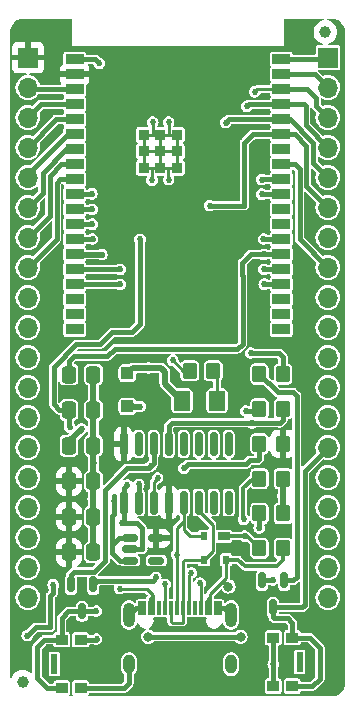
<source format=gbr>
%TF.GenerationSoftware,KiCad,Pcbnew,7.0.6-0*%
%TF.CreationDate,2024-01-10T12:45:23-06:00*%
%TF.ProjectId,ESP32_DevKit,45535033-325f-4446-9576-4b69742e6b69,rev?*%
%TF.SameCoordinates,Original*%
%TF.FileFunction,Copper,L1,Top*%
%TF.FilePolarity,Positive*%
%FSLAX46Y46*%
G04 Gerber Fmt 4.6, Leading zero omitted, Abs format (unit mm)*
G04 Created by KiCad (PCBNEW 7.0.6-0) date 2024-01-10 12:45:23*
%MOMM*%
%LPD*%
G01*
G04 APERTURE LIST*
G04 Aperture macros list*
%AMRoundRect*
0 Rectangle with rounded corners*
0 $1 Rounding radius*
0 $2 $3 $4 $5 $6 $7 $8 $9 X,Y pos of 4 corners*
0 Add a 4 corners polygon primitive as box body*
4,1,4,$2,$3,$4,$5,$6,$7,$8,$9,$2,$3,0*
0 Add four circle primitives for the rounded corners*
1,1,$1+$1,$2,$3*
1,1,$1+$1,$4,$5*
1,1,$1+$1,$6,$7*
1,1,$1+$1,$8,$9*
0 Add four rect primitives between the rounded corners*
20,1,$1+$1,$2,$3,$4,$5,0*
20,1,$1+$1,$4,$5,$6,$7,0*
20,1,$1+$1,$6,$7,$8,$9,0*
20,1,$1+$1,$8,$9,$2,$3,0*%
G04 Aperture macros list end*
%TA.AperFunction,SMDPad,CuDef*%
%ADD10RoundRect,0.250000X-0.350000X-0.450000X0.350000X-0.450000X0.350000X0.450000X-0.350000X0.450000X0*%
%TD*%
%TA.AperFunction,SMDPad,CuDef*%
%ADD11R,1.000000X0.900000*%
%TD*%
%TA.AperFunction,SMDPad,CuDef*%
%ADD12R,0.550000X1.700000*%
%TD*%
%TA.AperFunction,SMDPad,CuDef*%
%ADD13RoundRect,0.250000X-0.337500X-0.475000X0.337500X-0.475000X0.337500X0.475000X-0.337500X0.475000X0*%
%TD*%
%TA.AperFunction,SMDPad,CuDef*%
%ADD14R,1.000000X0.700000*%
%TD*%
%TA.AperFunction,SMDPad,CuDef*%
%ADD15R,0.600000X0.700000*%
%TD*%
%TA.AperFunction,SMDPad,CuDef*%
%ADD16RoundRect,0.250000X0.350000X0.450000X-0.350000X0.450000X-0.350000X-0.450000X0.350000X-0.450000X0*%
%TD*%
%TA.AperFunction,SMDPad,CuDef*%
%ADD17C,1.000000*%
%TD*%
%TA.AperFunction,SMDPad,CuDef*%
%ADD18R,0.300000X1.150000*%
%TD*%
%TA.AperFunction,ComponentPad*%
%ADD19O,1.000000X2.100000*%
%TD*%
%TA.AperFunction,ComponentPad*%
%ADD20O,1.000000X1.600000*%
%TD*%
%TA.AperFunction,SMDPad,CuDef*%
%ADD21RoundRect,0.150000X-0.150000X0.512500X-0.150000X-0.512500X0.150000X-0.512500X0.150000X0.512500X0*%
%TD*%
%TA.AperFunction,SMDPad,CuDef*%
%ADD22RoundRect,0.250000X0.300000X-0.300000X0.300000X0.300000X-0.300000X0.300000X-0.300000X-0.300000X0*%
%TD*%
%TA.AperFunction,SMDPad,CuDef*%
%ADD23RoundRect,0.150000X0.150000X-0.825000X0.150000X0.825000X-0.150000X0.825000X-0.150000X-0.825000X0*%
%TD*%
%TA.AperFunction,SMDPad,CuDef*%
%ADD24R,1.500000X0.900000*%
%TD*%
%TA.AperFunction,SMDPad,CuDef*%
%ADD25R,0.900000X0.900000*%
%TD*%
%TA.AperFunction,SMDPad,CuDef*%
%ADD26RoundRect,0.250001X0.462499X0.624999X-0.462499X0.624999X-0.462499X-0.624999X0.462499X-0.624999X0*%
%TD*%
%TA.AperFunction,SMDPad,CuDef*%
%ADD27RoundRect,0.150000X-0.512500X-0.150000X0.512500X-0.150000X0.512500X0.150000X-0.512500X0.150000X0*%
%TD*%
%TA.AperFunction,ComponentPad*%
%ADD28R,1.700000X1.700000*%
%TD*%
%TA.AperFunction,ComponentPad*%
%ADD29O,1.700000X1.700000*%
%TD*%
%TA.AperFunction,ViaPad*%
%ADD30C,0.800000*%
%TD*%
%TA.AperFunction,ViaPad*%
%ADD31C,0.520000*%
%TD*%
%TA.AperFunction,Conductor*%
%ADD32C,0.254000*%
%TD*%
%TA.AperFunction,Conductor*%
%ADD33C,0.250000*%
%TD*%
%TA.AperFunction,Conductor*%
%ADD34C,0.381000*%
%TD*%
%TA.AperFunction,Conductor*%
%ADD35C,0.508000*%
%TD*%
%TA.AperFunction,Conductor*%
%ADD36C,0.304800*%
%TD*%
G04 APERTURE END LIST*
D10*
%TO.P,R6,1*%
%TO.N,GNDREF*%
X197397500Y-92070000D03*
%TO.P,R6,2*%
%TO.N,VBUS*%
X199397500Y-92070000D03*
%TD*%
D11*
%TO.P,RST,1*%
%TO.N,/RESET*%
X180660000Y-103915000D03*
%TO.P,RST,2*%
%TO.N,GNDREF*%
X182260000Y-103915000D03*
%TO.P,RST,3*%
X182260000Y-99815000D03*
%TO.P,RST,4*%
%TO.N,/RESET*%
X180660000Y-99815000D03*
D12*
%TO.P,RST,5*%
%TO.N,unconnected-(S2-Pad5)*%
X180035000Y-101865000D03*
%TD*%
D13*
%TO.P,C4,1*%
%TO.N,+3V3*%
X181270000Y-86390000D03*
%TO.P,C4,2*%
%TO.N,GNDREF*%
X183345000Y-86390000D03*
%TD*%
D10*
%TO.P,R2,1*%
%TO.N,Net-(Q2-B)*%
X197397500Y-80270000D03*
%TO.P,R2,2*%
%TO.N,/DTR*%
X199397500Y-80270000D03*
%TD*%
D14*
%TO.P,D1,1,GND*%
%TO.N,GNDREF*%
X194390000Y-91040000D03*
D15*
%TO.P,D1,2,I/O1*%
%TO.N,/D+*%
X192690000Y-91040000D03*
%TO.P,D1,3,I/O2*%
%TO.N,/D-*%
X192690000Y-93040000D03*
%TO.P,D1,4,VCC*%
%TO.N,VBUS*%
X194590000Y-93040000D03*
%TD*%
D10*
%TO.P,R5,1*%
%TO.N,Net-(P1-VCONN)*%
X197397500Y-89120000D03*
%TO.P,R5,2*%
%TO.N,GNDREF*%
X199397500Y-89120000D03*
%TD*%
D16*
%TO.P,R7,1*%
%TO.N,Net-(D4-K)*%
X193502500Y-77040000D03*
%TO.P,R7,2*%
%TO.N,GNDREF*%
X191502500Y-77040000D03*
%TD*%
D10*
%TO.P,R4,1*%
%TO.N,Net-(P1-CC)*%
X197397500Y-86170000D03*
%TO.P,R4,2*%
%TO.N,GNDREF*%
X199397500Y-86170000D03*
%TD*%
D13*
%TO.P,C3,1*%
%TO.N,Net-(D2-K)*%
X181270000Y-83380000D03*
%TO.P,C3,2*%
%TO.N,GNDREF*%
X183345000Y-83380000D03*
%TD*%
D10*
%TO.P,R1,1*%
%TO.N,Net-(Q1-B)*%
X197397500Y-77320000D03*
%TO.P,R1,2*%
%TO.N,/RTS*%
X199397500Y-77320000D03*
%TD*%
D17*
%TO.P,,*%
%TO.N,*%
X177360000Y-103380000D03*
%TD*%
D18*
%TO.P,P1,A1,GND*%
%TO.N,GNDREF*%
X187320000Y-97145000D03*
%TO.P,P1,A4,VBUS*%
%TO.N,VBUS*%
X188120000Y-97145000D03*
%TO.P,P1,A5,CC*%
%TO.N,Net-(P1-CC)*%
X189420000Y-97145000D03*
%TO.P,P1,A6,D+*%
%TO.N,/D+*%
X190420000Y-97145000D03*
%TO.P,P1,A7,D-*%
%TO.N,/D-*%
X190920000Y-97145000D03*
%TO.P,P1,A8,SBU1*%
%TO.N,unconnected-(P1-SBU1-PadA8)*%
X191920000Y-97145000D03*
%TO.P,P1,A9,VBUS*%
%TO.N,VBUS*%
X193220000Y-97145000D03*
%TO.P,P1,A12,GND*%
%TO.N,GNDREF*%
X194020000Y-97145000D03*
%TO.P,P1,B1,GND*%
X193720000Y-97145000D03*
%TO.P,P1,B4,VBUS*%
%TO.N,VBUS*%
X192920000Y-97145000D03*
%TO.P,P1,B5,VCONN*%
%TO.N,Net-(P1-VCONN)*%
X192420000Y-97145000D03*
%TO.P,P1,B6*%
%TO.N,/D+*%
X191420000Y-97145000D03*
%TO.P,P1,B7*%
%TO.N,/D-*%
X189920000Y-97145000D03*
%TO.P,P1,B8,SBU2*%
%TO.N,unconnected-(P1-SBU2-PadB8)*%
X188920000Y-97145000D03*
%TO.P,P1,B9,VBUS*%
%TO.N,VBUS*%
X188420000Y-97145000D03*
%TO.P,P1,B12,GND*%
%TO.N,GNDREF*%
X187620000Y-97145000D03*
D19*
%TO.P,P1,S1,SHIELD*%
X186350000Y-97710000D03*
D20*
X186350000Y-101890000D03*
D19*
X194990000Y-97710000D03*
D20*
X194990000Y-101890000D03*
%TD*%
D21*
%TO.P,Q2,1,B*%
%TO.N,Net-(Q2-B)*%
X183337500Y-95132500D03*
%TO.P,Q2,2,E*%
%TO.N,/RTS*%
X181437500Y-95132500D03*
%TO.P,Q2,3,C*%
%TO.N,/RESET*%
X182387500Y-97407500D03*
%TD*%
D13*
%TO.P,C6,1*%
%TO.N,+3V3*%
X181270000Y-92410000D03*
%TO.P,C6,2*%
%TO.N,GNDREF*%
X183345000Y-92410000D03*
%TD*%
%TO.P,C1,1*%
%TO.N,/GPIO0*%
X181270000Y-77360000D03*
%TO.P,C1,2*%
%TO.N,GNDREF*%
X183345000Y-77360000D03*
%TD*%
D22*
%TO.P,D2,1,K*%
%TO.N,Net-(D2-K)*%
X186217500Y-80057500D03*
%TO.P,D2,2,A*%
%TO.N,VBUS*%
X186217500Y-77257500D03*
%TD*%
D23*
%TO.P,U2,1,GND*%
%TO.N,GNDREF*%
X185900000Y-88200000D03*
%TO.P,U2,2,TXD*%
%TO.N,/RXD0*%
X187170000Y-88200000D03*
%TO.P,U2,3,RXD*%
%TO.N,/TXD0*%
X188440000Y-88200000D03*
%TO.P,U2,4,V3*%
%TO.N,+3V3*%
X189710000Y-88200000D03*
%TO.P,U2,5,UD+*%
%TO.N,/D+*%
X190980000Y-88200000D03*
%TO.P,U2,6,UD-*%
%TO.N,/D-*%
X192250000Y-88200000D03*
%TO.P,U2,7,NC*%
%TO.N,unconnected-(U2-NC-Pad7)*%
X193520000Y-88200000D03*
%TO.P,U2,8,NC*%
%TO.N,unconnected-(U2-NC-Pad8)*%
X194790000Y-88200000D03*
%TO.P,U2,9,~{CTS}*%
%TO.N,unconnected-(U2-~{CTS}-Pad9)*%
X194790000Y-83250000D03*
%TO.P,U2,10,~{DSR}*%
%TO.N,unconnected-(U2-~{DSR}-Pad10)*%
X193520000Y-83250000D03*
%TO.P,U2,11,~{RI}*%
%TO.N,unconnected-(U2-~{RI}-Pad11)*%
X192250000Y-83250000D03*
%TO.P,U2,12,~{DCD}*%
%TO.N,unconnected-(U2-~{DCD}-Pad12)*%
X190980000Y-83250000D03*
%TO.P,U2,13,~{DTR}*%
%TO.N,/DTR*%
X189710000Y-83250000D03*
%TO.P,U2,14,~{RTS}*%
%TO.N,/RTS*%
X188440000Y-83250000D03*
%TO.P,U2,15,R232*%
%TO.N,unconnected-(U2-R232-Pad15)*%
X187170000Y-83250000D03*
%TO.P,U2,16,VCC*%
%TO.N,+3V3*%
X185900000Y-83250000D03*
%TD*%
D24*
%TO.P,U3,1,GND*%
%TO.N,GNDREF*%
X181757500Y-50665000D03*
%TO.P,U3,2,3V3*%
%TO.N,+3V3*%
X181757500Y-51935000D03*
%TO.P,U3,3,EN/CHIP_PU*%
%TO.N,/RESET*%
X181757500Y-53205000D03*
%TO.P,U3,4,SENSOR_VP/GPIO36*%
%TO.N,/GPIO36*%
X181757500Y-54475000D03*
%TO.P,U3,5,SENSOR_VN/GPIO39*%
%TO.N,/GPIO39*%
X181757500Y-55745000D03*
%TO.P,U3,6,GPIO34*%
%TO.N,/GPIO34*%
X181757500Y-57015000D03*
%TO.P,U3,7,GPIO35*%
%TO.N,/GPIO35*%
X181757500Y-58285000D03*
%TO.P,U3,8,GPIO32*%
%TO.N,/GPIO32*%
X181757500Y-59555000D03*
%TO.P,U3,9,GPIO33*%
%TO.N,/GPIO33*%
X181757500Y-60825000D03*
%TO.P,U3,10,GPIO25*%
%TO.N,/GPIO25*%
X181757500Y-62095000D03*
%TO.P,U3,11,GPIO26*%
%TO.N,/GPIO26*%
X181757500Y-63365000D03*
%TO.P,U3,12,GPIO27*%
%TO.N,/GPIO27*%
X181757500Y-64635000D03*
%TO.P,U3,13,GPIO14*%
%TO.N,/GPIO14*%
X181757500Y-65905000D03*
%TO.P,U3,14,GPIO12*%
%TO.N,/GPIO12*%
X181757500Y-67175000D03*
%TO.P,U3,15,GND*%
%TO.N,GNDREF*%
X181757500Y-68445000D03*
%TO.P,U3,16,GPIO13*%
%TO.N,/GPIO13*%
X181757500Y-69715000D03*
%TO.P,U3,17*%
%TO.N,N/C*%
X181757500Y-70985000D03*
%TO.P,U3,18*%
X181757500Y-72255000D03*
%TO.P,U3,19*%
X181757500Y-73525000D03*
%TO.P,U3,20*%
X199257500Y-73525000D03*
%TO.P,U3,21*%
X199257500Y-72255000D03*
%TO.P,U3,22*%
X199257500Y-70985000D03*
%TO.P,U3,23,GPIO15*%
%TO.N,/GPIO15*%
X199257500Y-69715000D03*
%TO.P,U3,24,GPIO2*%
%TO.N,/GPIO2*%
X199257500Y-68445000D03*
%TO.P,U3,25,GPIO0/BOOT*%
%TO.N,/GPIO0*%
X199257500Y-67175000D03*
%TO.P,U3,26,GPIO4*%
%TO.N,/GPIO4*%
X199257500Y-65905000D03*
%TO.P,U3,27*%
%TO.N,N/C*%
X199257500Y-64635000D03*
%TO.P,U3,28*%
X199257500Y-63365000D03*
%TO.P,U3,29,GPIO5*%
%TO.N,/GPIO5*%
X199257500Y-62095000D03*
%TO.P,U3,30,GPIO18*%
%TO.N,/GPIO18*%
X199257500Y-60825000D03*
%TO.P,U3,31,GPIO19*%
%TO.N,/GPIO19*%
X199257500Y-59555000D03*
%TO.P,U3,32*%
%TO.N,N/C*%
X199257500Y-58285000D03*
%TO.P,U3,33,GPIO21*%
%TO.N,/SDA*%
X199257500Y-57015000D03*
%TO.P,U3,34,U0RXD/GPIO3*%
%TO.N,/RXD0*%
X199257500Y-55745000D03*
%TO.P,U3,35,U0TXD/GPIO1*%
%TO.N,/TXD0*%
X199257500Y-54475000D03*
%TO.P,U3,36,GPIO22*%
%TO.N,/SCL*%
X199257500Y-53205000D03*
%TO.P,U3,37,GPIO23*%
%TO.N,/GPIO23*%
X199257500Y-51935000D03*
%TO.P,U3,38,GND*%
%TO.N,GNDREF*%
X199257500Y-50665000D03*
D25*
%TO.P,U3,39,GND_THERMAL*%
X187602500Y-57060000D03*
X187607500Y-58460000D03*
X187607500Y-59860000D03*
X189007500Y-57060000D03*
X189007500Y-58460000D03*
X189007500Y-59860000D03*
X190407500Y-57060000D03*
X190407500Y-58460000D03*
X190407500Y-59860000D03*
%TD*%
D13*
%TO.P,C5,1*%
%TO.N,+3V3*%
X181270000Y-89400000D03*
%TO.P,C5,2*%
%TO.N,GNDREF*%
X183345000Y-89400000D03*
%TD*%
D21*
%TO.P,Q1,1,B*%
%TO.N,Net-(Q1-B)*%
X199507500Y-94792500D03*
%TO.P,Q1,2,E*%
%TO.N,/DTR*%
X197607500Y-94792500D03*
%TO.P,Q1,3,C*%
%TO.N,/GPIO0*%
X198557500Y-97067500D03*
%TD*%
D11*
%TO.P,BT,1*%
%TO.N,/GPIO0*%
X200180000Y-99645000D03*
%TO.P,BT,2*%
%TO.N,GNDREF*%
X198580000Y-99645000D03*
%TO.P,BT,3*%
X198580000Y-103745000D03*
%TO.P,BT,4*%
%TO.N,/GPIO0*%
X200180000Y-103745000D03*
D12*
%TO.P,BT,5*%
%TO.N,unconnected-(S1-Pad5)*%
X200805000Y-101695000D03*
%TD*%
D26*
%TO.P,D4,1,K*%
%TO.N,Net-(D4-K)*%
X193825000Y-79580000D03*
%TO.P,D4,2,A*%
%TO.N,VBUS*%
X190850000Y-79580000D03*
%TD*%
D13*
%TO.P,C2,1*%
%TO.N,/RESET*%
X181270000Y-80370000D03*
%TO.P,C2,2*%
%TO.N,GNDREF*%
X183345000Y-80370000D03*
%TD*%
D17*
%TO.P,REF\u002A\u002A,*%
%TO.N,*%
X202990000Y-48360000D03*
%TD*%
D27*
%TO.P,U1,1,VIN*%
%TO.N,Net-(D2-K)*%
X186402500Y-91210000D03*
%TO.P,U1,2,GND*%
%TO.N,GNDREF*%
X186402500Y-92160000D03*
%TO.P,U1,3,EN*%
%TO.N,Net-(D2-K)*%
X186402500Y-93110000D03*
%TO.P,U1,4,NC*%
%TO.N,unconnected-(U1-NC-Pad4)*%
X188677500Y-93110000D03*
%TO.P,U1,5,VOUT*%
%TO.N,+3V3*%
X188677500Y-91210000D03*
%TD*%
D10*
%TO.P,R3,1*%
%TO.N,/RESET*%
X197397500Y-83220000D03*
%TO.P,R3,2*%
%TO.N,+3V3*%
X199397500Y-83220000D03*
%TD*%
D28*
%TO.P,J3,1,Pin_1*%
%TO.N,GNDREF*%
X203200000Y-50520000D03*
D29*
%TO.P,J3,2,Pin_2*%
%TO.N,/GPIO23*%
X203200000Y-53060000D03*
%TO.P,J3,3,Pin_3*%
%TO.N,/SCL*%
X203200000Y-55600000D03*
%TO.P,J3,4,Pin_4*%
%TO.N,/TXD0*%
X203200000Y-58140000D03*
%TO.P,J3,5,Pin_5*%
%TO.N,/RXD0*%
X203200000Y-60680000D03*
%TO.P,J3,6,Pin_6*%
%TO.N,/SDA*%
X203200000Y-63220000D03*
%TO.P,J3,7,Pin_7*%
%TO.N,GNDREF*%
X203200000Y-65760000D03*
%TO.P,J3,8,Pin_8*%
%TO.N,/GPIO19*%
X203200000Y-68300000D03*
%TO.P,J3,9,Pin_9*%
%TO.N,/GPIO18*%
X203200000Y-70840000D03*
%TO.P,J3,10,Pin_10*%
%TO.N,/GPIO5*%
X203200000Y-73380000D03*
%TO.P,J3,11,Pin_11*%
%TO.N,/NC*%
X203200000Y-75920000D03*
%TO.P,J3,12,Pin_12*%
X203200000Y-78460000D03*
%TO.P,J3,13,Pin_13*%
%TO.N,/GPIO4*%
X203200000Y-81000000D03*
%TO.P,J3,14,Pin_14*%
%TO.N,/GPIO0*%
X203200000Y-83540000D03*
%TO.P,J3,15,Pin_15*%
%TO.N,/GPIO2*%
X203200000Y-86080000D03*
%TO.P,J3,16,Pin_16*%
%TO.N,/GPIO15*%
X203200000Y-88620000D03*
%TO.P,J3,17,Pin_17*%
%TO.N,/NC*%
X203200000Y-91160000D03*
%TO.P,J3,18,Pin_18*%
X203200000Y-93700000D03*
%TO.P,J3,19,Pin_19*%
X203200000Y-96240000D03*
%TD*%
D28*
%TO.P,J2,1,Pin_1*%
%TO.N,+3V3*%
X177800000Y-50520000D03*
D29*
%TO.P,J2,2,Pin_2*%
%TO.N,/RESET*%
X177800000Y-53060000D03*
%TO.P,J2,3,Pin_3*%
%TO.N,/GPIO36*%
X177800000Y-55600000D03*
%TO.P,J2,4,Pin_4*%
%TO.N,/GPIO39*%
X177800000Y-58140000D03*
%TO.P,J2,5,Pin_5*%
%TO.N,/GPIO34*%
X177800000Y-60680000D03*
%TO.P,J2,6,Pin_6*%
%TO.N,/GPIO35*%
X177800000Y-63220000D03*
%TO.P,J2,7,Pin_7*%
%TO.N,/GPIO32*%
X177800000Y-65760000D03*
%TO.P,J2,8,Pin_8*%
%TO.N,/GPIO33*%
X177800000Y-68300000D03*
%TO.P,J2,9,Pin_9*%
%TO.N,/GPIO25*%
X177800000Y-70840000D03*
%TO.P,J2,10,Pin_10*%
%TO.N,/GPIO26*%
X177800000Y-73380000D03*
%TO.P,J2,11,Pin_11*%
%TO.N,/GPIO27*%
X177800000Y-75920000D03*
%TO.P,J2,12,Pin_12*%
%TO.N,/GPIO14*%
X177800000Y-78460000D03*
%TO.P,J2,13,Pin_13*%
%TO.N,/GPIO12*%
X177800000Y-81000000D03*
%TO.P,J2,14,Pin_14*%
%TO.N,GNDREF*%
X177800000Y-83540000D03*
%TO.P,J2,15,Pin_15*%
%TO.N,/GPIO13*%
X177800000Y-86080000D03*
%TO.P,J2,16,Pin_16*%
%TO.N,/NC*%
X177800000Y-88620000D03*
%TO.P,J2,17,Pin_17*%
X177800000Y-91160000D03*
%TO.P,J2,18,Pin_18*%
X177800000Y-93700000D03*
%TO.P,J2,19,Pin_19*%
%TO.N,VBUS*%
X177800000Y-96240000D03*
%TD*%
D30*
%TO.N,VBUS*%
X194780000Y-95310000D03*
D31*
%TO.N,GNDREF*%
X183610000Y-99760000D03*
X185610000Y-68450000D03*
X189710000Y-60860000D03*
X187430000Y-92100000D03*
X188360000Y-56000000D03*
X183360000Y-84830000D03*
X199397500Y-87610000D03*
X188310000Y-60910000D03*
X198570000Y-101890000D03*
X189710000Y-55990000D03*
X183330000Y-87910000D03*
X196150000Y-91030000D03*
X190060000Y-76160000D03*
X186210000Y-86720000D03*
X185740000Y-89910000D03*
X183840000Y-51010000D03*
D30*
%TO.N,VBUS*%
X195800000Y-99550000D03*
X187980000Y-99550000D03*
D31*
X185560000Y-95490000D03*
X188020000Y-76800000D03*
%TO.N,Net-(P1-VCONN)*%
X197390000Y-90350000D03*
X192370000Y-95010000D03*
%TO.N,/D+*%
X190420000Y-92610000D03*
X191640000Y-94150000D03*
%TO.N,Net-(P1-CC)*%
X196060000Y-89630000D03*
X189440000Y-95120000D03*
%TO.N,+3V3*%
X191140000Y-101240000D03*
%TO.N,/SDA*%
X179940000Y-95160000D03*
X193200000Y-63060000D03*
X177750000Y-99460000D03*
%TO.N,/SCL*%
X196990000Y-53420000D03*
%TO.N,/RESET*%
X187290000Y-65910000D03*
X191010000Y-85300000D03*
X183590000Y-97390000D03*
X181350000Y-81820000D03*
%TO.N,/GPIO25*%
X183200000Y-62060000D03*
%TO.N,/GPIO26*%
X183230000Y-63380000D03*
%TO.N,/GPIO27*%
X183250000Y-64630000D03*
%TO.N,/GPIO14*%
X183270000Y-65890000D03*
%TO.N,/GPIO12*%
X184060000Y-67200000D03*
%TO.N,/GPIO13*%
X185590000Y-69730000D03*
%TO.N,/GPIO15*%
X197800000Y-69710000D03*
%TO.N,/GPIO2*%
X197790000Y-68450000D03*
%TO.N,/GPIO0*%
X197770000Y-67180000D03*
%TO.N,/GPIO4*%
X197740000Y-65890000D03*
%TO.N,/GPIO5*%
X197610000Y-62090000D03*
%TO.N,/GPIO18*%
X197590000Y-60850000D03*
%TO.N,/RXD0*%
X187180000Y-86670000D03*
X194540000Y-56030000D03*
%TO.N,/TXD0*%
X188780000Y-86120000D03*
X196320000Y-54650000D03*
%TO.N,/RTS*%
X196650000Y-75550000D03*
X188210000Y-85100000D03*
%TO.N,Net-(Q2-B)*%
X196240000Y-80450000D03*
X188620000Y-94540000D03*
%TO.N,/DTR*%
X198550000Y-94750000D03*
X196780000Y-81450000D03*
%TO.N,Net-(D2-K)*%
X182340000Y-81960000D03*
X187280000Y-80080000D03*
X185090000Y-88090000D03*
%TD*%
D32*
%TO.N,VBUS*%
X194140000Y-95040000D02*
X194510000Y-95040000D01*
X194510000Y-95040000D02*
X194780000Y-95310000D01*
D33*
%TO.N,GNDREF*%
X190407500Y-59860000D02*
X190407500Y-57060000D01*
D34*
X187430000Y-92100000D02*
X187455500Y-92074500D01*
D33*
X187607500Y-59860000D02*
X187607500Y-57065000D01*
D35*
X183345000Y-77360000D02*
X183345000Y-87895000D01*
D34*
X185605000Y-68445000D02*
X185610000Y-68450000D01*
D33*
X189007500Y-59860000D02*
X189007500Y-57060000D01*
D34*
X186210000Y-86690000D02*
X186200000Y-86700000D01*
D36*
X196160000Y-91040000D02*
X196367500Y-91040000D01*
D34*
X187370000Y-92160000D02*
X186402500Y-92160000D01*
D33*
X188310000Y-59860000D02*
X189700000Y-59860000D01*
X190940000Y-77040000D02*
X190060000Y-76160000D01*
D34*
X186350000Y-103490000D02*
X186350000Y-101890000D01*
D33*
X187607500Y-59860000D02*
X188310000Y-59860000D01*
X189730000Y-56010000D02*
X189710000Y-55990000D01*
D34*
X182260000Y-99815000D02*
X183555000Y-99815000D01*
X185900000Y-89750000D02*
X185740000Y-89910000D01*
X182260000Y-103915000D02*
X185925000Y-103915000D01*
D35*
X183330000Y-87910000D02*
X183345000Y-87925000D01*
X183345000Y-87895000D02*
X183330000Y-87910000D01*
D34*
X187455500Y-90315500D02*
X187050000Y-89910000D01*
D36*
X196367500Y-91040000D02*
X197397500Y-92070000D01*
D34*
X181757500Y-68445000D02*
X185605000Y-68445000D01*
D33*
X187602500Y-57060000D02*
X188370000Y-57060000D01*
D34*
X203055000Y-50665000D02*
X203200000Y-50520000D01*
X187050000Y-89910000D02*
X185740000Y-89910000D01*
D33*
X188370000Y-57060000D02*
X188370000Y-56010000D01*
X189710000Y-60860000D02*
X189700000Y-60850000D01*
D34*
X185900000Y-87000000D02*
X186180000Y-86720000D01*
X183555000Y-99815000D02*
X183610000Y-99760000D01*
D36*
X194390000Y-91040000D02*
X196140000Y-91040000D01*
D34*
X185925000Y-103915000D02*
X186350000Y-103490000D01*
D33*
X188370000Y-57060000D02*
X189730000Y-57060000D01*
D32*
X193720000Y-97145000D02*
X194020000Y-97145000D01*
D33*
X189700000Y-59860000D02*
X190407500Y-59860000D01*
D34*
X198580000Y-101880000D02*
X198580000Y-99645000D01*
X198580000Y-103745000D02*
X198580000Y-101900000D01*
X186210000Y-86720000D02*
X186210000Y-86690000D01*
D36*
X196150000Y-91030000D02*
X196160000Y-91040000D01*
D34*
X187320000Y-97145000D02*
X186915000Y-97145000D01*
X199257500Y-50665000D02*
X203055000Y-50665000D01*
X185900000Y-88200000D02*
X185900000Y-87000000D01*
D33*
X191502500Y-77040000D02*
X190940000Y-77040000D01*
D34*
X181757500Y-50665000D02*
X183495000Y-50665000D01*
D33*
X189730000Y-57060000D02*
X190407500Y-57060000D01*
D34*
X194020000Y-97145000D02*
X194425000Y-97145000D01*
D33*
X187607500Y-58460000D02*
X190407500Y-58460000D01*
D35*
X183345000Y-87925000D02*
X183345000Y-92410000D01*
D34*
X187430000Y-92100000D02*
X187370000Y-92160000D01*
X186180000Y-86720000D02*
X186210000Y-86720000D01*
D33*
X187607500Y-57065000D02*
X187602500Y-57060000D01*
D34*
X183495000Y-50665000D02*
X183840000Y-51010000D01*
X187455500Y-92074500D02*
X187455500Y-90315500D01*
D33*
X188370000Y-56010000D02*
X188360000Y-56000000D01*
D36*
X196140000Y-91040000D02*
X196150000Y-91030000D01*
D34*
X186915000Y-97145000D02*
X186350000Y-97710000D01*
D35*
X199397500Y-86170000D02*
X199397500Y-87610000D01*
D32*
X189730000Y-57060000D02*
X189730000Y-56010000D01*
D33*
X189700000Y-60850000D02*
X189700000Y-59860000D01*
D34*
X198570000Y-101890000D02*
X198580000Y-101880000D01*
X198580000Y-101900000D02*
X198570000Y-101890000D01*
D35*
X199397500Y-89120000D02*
X199397500Y-87610000D01*
D33*
X188310000Y-59860000D02*
X188310000Y-60910000D01*
D34*
X194425000Y-97145000D02*
X194990000Y-97710000D01*
X185900000Y-88200000D02*
X185900000Y-89750000D01*
D35*
%TO.N,VBUS*%
X188020000Y-76800000D02*
X186675000Y-76800000D01*
X189060000Y-76800000D02*
X189390000Y-77130000D01*
D32*
X193220000Y-96190000D02*
X192920000Y-96490000D01*
X193220000Y-97145000D02*
X192920000Y-97145000D01*
D34*
X187980000Y-99550000D02*
X195800000Y-99550000D01*
D32*
X192920000Y-97145000D02*
X193030000Y-97145000D01*
D35*
X189390000Y-78120000D02*
X190850000Y-79580000D01*
D32*
X188420000Y-97145000D02*
X188420000Y-96060000D01*
D35*
X189390000Y-77130000D02*
X189390000Y-78120000D01*
D36*
X195600000Y-93040000D02*
X196160000Y-93600000D01*
D32*
X194140000Y-95040000D02*
X194315000Y-94865000D01*
D36*
X194590000Y-93040000D02*
X195600000Y-93040000D01*
D32*
X188120000Y-97145000D02*
X188120000Y-96360000D01*
X193220000Y-96190000D02*
X193220000Y-97145000D01*
X193220000Y-95960000D02*
X194140000Y-95040000D01*
X188120000Y-96360000D02*
X188420000Y-96060000D01*
X188420000Y-96060000D02*
X187860000Y-95500000D01*
D35*
X186675000Y-76800000D02*
X186217500Y-77257500D01*
D32*
X194315000Y-94865000D02*
X194590000Y-94590000D01*
D35*
X188020000Y-76800000D02*
X189060000Y-76800000D01*
D32*
X192920000Y-96490000D02*
X192920000Y-97145000D01*
D36*
X196160000Y-93600000D02*
X198877500Y-93600000D01*
D32*
X194590000Y-94590000D02*
X194590000Y-93040000D01*
D36*
X198877500Y-93600000D02*
X199397500Y-93080000D01*
D32*
X185570000Y-95500000D02*
X185560000Y-95490000D01*
D36*
X199397500Y-93080000D02*
X199397500Y-92070000D01*
D32*
X187860000Y-95500000D02*
X185570000Y-95500000D01*
X193220000Y-96190000D02*
X193220000Y-95960000D01*
D34*
%TO.N,Net-(P1-VCONN)*%
X197397500Y-90342500D02*
X197390000Y-90350000D01*
X197397500Y-89120000D02*
X197397500Y-90342500D01*
D32*
X192420000Y-95060000D02*
X192370000Y-95010000D01*
X192420000Y-97145000D02*
X192420000Y-95060000D01*
%TO.N,/D-*%
X190920000Y-93190000D02*
X191070000Y-93040000D01*
X193430000Y-92300000D02*
X193430000Y-90080000D01*
X191070000Y-93040000D02*
X192690000Y-93040000D01*
X190920000Y-97145000D02*
X190920000Y-93190000D01*
X190920000Y-97145000D02*
X190920000Y-98330000D01*
X190020000Y-98360000D02*
X189920000Y-98260000D01*
X193430000Y-90080000D02*
X192250000Y-88900000D01*
X190920000Y-98330000D02*
X190890000Y-98360000D01*
X190890000Y-98360000D02*
X190020000Y-98360000D01*
X192250000Y-88900000D02*
X192250000Y-88200000D01*
X189920000Y-98260000D02*
X189920000Y-97145000D01*
X192690000Y-93040000D02*
X193430000Y-92300000D01*
%TO.N,/D+*%
X191520000Y-91040000D02*
X190980000Y-90500000D01*
X192690000Y-91040000D02*
X191520000Y-91040000D01*
X190420000Y-92610000D02*
X190420000Y-90340000D01*
X191420000Y-97145000D02*
X191420000Y-94370000D01*
X190420000Y-90340000D02*
X190980000Y-89780000D01*
X190980000Y-90500000D02*
X190980000Y-89780000D01*
X191420000Y-94370000D02*
X191640000Y-94150000D01*
X190980000Y-89780000D02*
X190980000Y-88200000D01*
X190420000Y-97145000D02*
X190420000Y-92610000D01*
D36*
%TO.N,Net-(P1-CC)*%
X196010000Y-86980000D02*
X196010000Y-89580000D01*
D32*
X189420000Y-97145000D02*
X189420000Y-95140000D01*
D36*
X196010000Y-89580000D02*
X196060000Y-89630000D01*
D32*
X189420000Y-95140000D02*
X189440000Y-95120000D01*
D36*
X196820000Y-86170000D02*
X196010000Y-86980000D01*
X197397500Y-86170000D02*
X196820000Y-86170000D01*
D34*
%TO.N,/SDA*%
X196640000Y-57230000D02*
X196120000Y-57750000D01*
X196855000Y-57015000D02*
X196640000Y-57230000D01*
X200388500Y-57015000D02*
X201378500Y-58005000D01*
X196120000Y-63060000D02*
X193200000Y-63060000D01*
X179940000Y-95854332D02*
X179700000Y-96094332D01*
X179700000Y-96094332D02*
X179700000Y-98760000D01*
X178450000Y-98760000D02*
X177750000Y-99460000D01*
X199257500Y-57015000D02*
X200388500Y-57015000D01*
X199257500Y-57015000D02*
X196855000Y-57015000D01*
X179940000Y-95160000D02*
X179940000Y-95854332D01*
X196120000Y-57750000D02*
X196120000Y-63060000D01*
X179700000Y-98760000D02*
X178450000Y-98760000D01*
X201378500Y-58005000D02*
X201378500Y-61398500D01*
X201378500Y-61398500D02*
X203200000Y-63220000D01*
%TO.N,/SCL*%
X203200000Y-55600000D02*
X202185000Y-54585000D01*
X202185000Y-53955000D02*
X202185000Y-54585000D01*
X201435000Y-53205000D02*
X199257500Y-53205000D01*
X201435000Y-53205000D02*
X202185000Y-53955000D01*
D32*
X199257500Y-53205000D02*
X197205000Y-53205000D01*
X197205000Y-53205000D02*
X196990000Y-53420000D01*
D34*
%TO.N,/RESET*%
X181757500Y-53205000D02*
X177945000Y-53205000D01*
X180660000Y-99815000D02*
X180660000Y-97960000D01*
X196580000Y-84630000D02*
X197250000Y-84630000D01*
X183930000Y-74800000D02*
X184940000Y-73790000D01*
X180660000Y-103915000D02*
X179435000Y-103915000D01*
X191010000Y-85300000D02*
X191350000Y-84960000D01*
X178560000Y-103040000D02*
X178560000Y-100440000D01*
X181212500Y-97407500D02*
X182387500Y-97407500D01*
X179980000Y-76718342D02*
X181898342Y-74800000D01*
X186590000Y-73790000D02*
X187290000Y-73090000D01*
X178560000Y-100440000D02*
X179185000Y-99815000D01*
X191350000Y-84960000D02*
X196250000Y-84960000D01*
X181350000Y-81820000D02*
X181270000Y-81740000D01*
X177945000Y-53205000D02*
X177800000Y-53060000D01*
X180470000Y-80370000D02*
X179980000Y-79880000D01*
X197397500Y-84482500D02*
X197397500Y-83220000D01*
X184940000Y-73790000D02*
X186590000Y-73790000D01*
X180660000Y-97960000D02*
X181212500Y-97407500D01*
X196250000Y-84960000D02*
X196580000Y-84630000D01*
X181898342Y-74800000D02*
X183930000Y-74800000D01*
X182387500Y-97407500D02*
X183572500Y-97407500D01*
X179185000Y-99815000D02*
X180660000Y-99815000D01*
X179980000Y-79880000D02*
X179980000Y-76718342D01*
X181270000Y-81740000D02*
X181270000Y-80370000D01*
X181270000Y-80370000D02*
X180470000Y-80370000D01*
X197250000Y-84630000D02*
X197397500Y-84482500D01*
X183572500Y-97407500D02*
X183590000Y-97390000D01*
X187290000Y-73090000D02*
X187290000Y-65910000D01*
X179435000Y-103915000D02*
X178560000Y-103040000D01*
%TO.N,/GPIO36*%
X181757500Y-54475000D02*
X178925000Y-54475000D01*
X178925000Y-54475000D02*
X177800000Y-55600000D01*
%TO.N,/GPIO39*%
X181757500Y-55745000D02*
X180195000Y-55745000D01*
X180195000Y-55745000D02*
X177800000Y-58140000D01*
%TO.N,/GPIO34*%
X177800000Y-60390000D02*
X177800000Y-60680000D01*
X181175000Y-57015000D02*
X177800000Y-60390000D01*
X181757500Y-57015000D02*
X181175000Y-57015000D01*
%TO.N,/GPIO35*%
X177800000Y-63220000D02*
X179040500Y-61979500D01*
X179040500Y-60291000D02*
X181046500Y-58285000D01*
X179040500Y-61979500D02*
X179040500Y-60291000D01*
X181046500Y-58285000D02*
X181757500Y-58285000D01*
%TO.N,/GPIO32*%
X180598158Y-59555000D02*
X179641579Y-60511579D01*
X181757500Y-59555000D02*
X180598158Y-59555000D01*
X179641579Y-60511579D02*
X179641579Y-63918421D01*
X179641579Y-63918421D02*
X177800000Y-65760000D01*
%TO.N,/GPIO33*%
X180505000Y-60825000D02*
X180222579Y-61107421D01*
X180222579Y-65877421D02*
X177800000Y-68300000D01*
X181757500Y-60825000D02*
X180505000Y-60825000D01*
X180222579Y-61107421D02*
X180222579Y-65877421D01*
%TO.N,/GPIO25*%
X181757500Y-62095000D02*
X183165000Y-62095000D01*
X183165000Y-62095000D02*
X183200000Y-62060000D01*
%TO.N,/GPIO26*%
X181757500Y-63365000D02*
X183215000Y-63365000D01*
X183215000Y-63365000D02*
X183230000Y-63380000D01*
%TO.N,/GPIO27*%
X181757500Y-64635000D02*
X183245000Y-64635000D01*
X183245000Y-64635000D02*
X183250000Y-64630000D01*
%TO.N,/GPIO14*%
X183255000Y-65905000D02*
X183270000Y-65890000D01*
X181757500Y-65905000D02*
X183255000Y-65905000D01*
%TO.N,/GPIO12*%
X184035000Y-67175000D02*
X184060000Y-67200000D01*
X184060000Y-67200000D02*
X183640000Y-67200000D01*
X181782500Y-67200000D02*
X181757500Y-67175000D01*
X182850000Y-67175000D02*
X183615000Y-67175000D01*
X183640000Y-67200000D02*
X181782500Y-67200000D01*
X183615000Y-67175000D02*
X184035000Y-67175000D01*
X183615000Y-67175000D02*
X183640000Y-67200000D01*
X183255000Y-67175000D02*
X183260000Y-67170000D01*
X181757500Y-67175000D02*
X182850000Y-67175000D01*
X182850000Y-67175000D02*
X183255000Y-67175000D01*
%TO.N,/GPIO13*%
X181757500Y-69715000D02*
X185575000Y-69715000D01*
X185575000Y-69715000D02*
X185590000Y-69730000D01*
%TO.N,/GPIO15*%
X199257500Y-69715000D02*
X197805000Y-69715000D01*
X197805000Y-69715000D02*
X197800000Y-69710000D01*
%TO.N,/GPIO2*%
X197795000Y-68445000D02*
X197790000Y-68450000D01*
X199257500Y-68445000D02*
X197795000Y-68445000D01*
%TO.N,/GPIO0*%
X181270000Y-76250000D02*
X181730000Y-75790000D01*
X184530000Y-75790000D02*
X185130000Y-75190000D01*
X198670000Y-98010000D02*
X199820000Y-98010000D01*
X200180000Y-98370000D02*
X200180000Y-99645000D01*
X195960000Y-68970000D02*
X195960000Y-67890000D01*
X181730000Y-75790000D02*
X184530000Y-75790000D01*
X200180000Y-99645000D02*
X201665000Y-99645000D01*
X202520000Y-100500000D02*
X202520000Y-103100000D01*
X195970000Y-74760000D02*
X195970000Y-68980000D01*
X195540000Y-75190000D02*
X195970000Y-74760000D01*
X199257500Y-67175000D02*
X197775000Y-67175000D01*
X201220000Y-96890000D02*
X201220000Y-85520000D01*
X198557500Y-97067500D02*
X198557500Y-97897500D01*
X198557500Y-97897500D02*
X198670000Y-98010000D01*
X198557500Y-97067500D02*
X201042500Y-97067500D01*
X201665000Y-99645000D02*
X202520000Y-100500000D01*
X196670000Y-67180000D02*
X197770000Y-67180000D01*
X197775000Y-67175000D02*
X197770000Y-67180000D01*
X195970000Y-68980000D02*
X195960000Y-68970000D01*
X185130000Y-75190000D02*
X195540000Y-75190000D01*
X199820000Y-98010000D02*
X200180000Y-98370000D01*
X201220000Y-85520000D02*
X203200000Y-83540000D01*
X201042500Y-97067500D02*
X201220000Y-96890000D01*
X202520000Y-103100000D02*
X201875000Y-103745000D01*
X181270000Y-77360000D02*
X181270000Y-76250000D01*
X195960000Y-67890000D02*
X196670000Y-67180000D01*
X201875000Y-103745000D02*
X200180000Y-103745000D01*
%TO.N,/GPIO4*%
X197755000Y-65905000D02*
X197740000Y-65890000D01*
X199257500Y-65905000D02*
X197755000Y-65905000D01*
%TO.N,/GPIO5*%
X197615000Y-62095000D02*
X197610000Y-62090000D01*
X199257500Y-62095000D02*
X197615000Y-62095000D01*
%TO.N,/GPIO18*%
X199257500Y-60825000D02*
X197615000Y-60825000D01*
X197615000Y-60825000D02*
X197590000Y-60850000D01*
%TO.N,/GPIO19*%
X200797500Y-65897500D02*
X203200000Y-68300000D01*
X199257500Y-59555000D02*
X200388500Y-59555000D01*
X200797500Y-59964000D02*
X200797500Y-65897500D01*
X200388500Y-59555000D02*
X200797500Y-59964000D01*
%TO.N,/RXD0*%
X194825000Y-55745000D02*
X199257500Y-55745000D01*
X194540000Y-56030000D02*
X194825000Y-55745000D01*
X187170000Y-88200000D02*
X187170000Y-86680000D01*
X201959500Y-57736000D02*
X201959500Y-59439500D01*
X199257500Y-55745000D02*
X199968500Y-55745000D01*
X201959500Y-59439500D02*
X203200000Y-60680000D01*
X187170000Y-86680000D02*
X187180000Y-86670000D01*
X199968500Y-55745000D02*
X201959500Y-57736000D01*
D32*
%TO.N,/TXD0*%
X188440000Y-88200000D02*
X188440000Y-86460000D01*
D34*
X199257500Y-54475000D02*
X201165000Y-54475000D01*
X201320000Y-54630000D02*
X201320000Y-56260000D01*
X201320000Y-56260000D02*
X203200000Y-58140000D01*
X199257500Y-54475000D02*
X196495000Y-54475000D01*
X201165000Y-54475000D02*
X201320000Y-54630000D01*
X196495000Y-54475000D02*
X196320000Y-54650000D01*
D32*
X188440000Y-86460000D02*
X188780000Y-86120000D01*
D34*
%TO.N,/GPIO23*%
X202075000Y-51935000D02*
X199257500Y-51935000D01*
X203200000Y-53060000D02*
X202075000Y-51935000D01*
%TO.N,Net-(Q1-B)*%
X200560000Y-79160000D02*
X200560000Y-94510000D01*
X200270000Y-78870000D02*
X200560000Y-79160000D01*
X198947500Y-78870000D02*
X200270000Y-78870000D01*
X197397500Y-77320000D02*
X198947500Y-78870000D01*
X200560000Y-94510000D02*
X200277500Y-94792500D01*
X200277500Y-94792500D02*
X199507500Y-94792500D01*
%TO.N,/RTS*%
X183393804Y-94079500D02*
X184360000Y-93113304D01*
X186200000Y-85290000D02*
X188020000Y-85290000D01*
X181437500Y-94312500D02*
X181670500Y-94079500D01*
X198720000Y-75550000D02*
X196650000Y-75550000D01*
D32*
X197410000Y-75550000D02*
X196650000Y-75550000D01*
D34*
X198720000Y-75550000D02*
X197410000Y-75550000D01*
X184360000Y-93113304D02*
X184360000Y-87130000D01*
X188440000Y-84870000D02*
X188210000Y-85100000D01*
X199070000Y-75550000D02*
X198720000Y-75550000D01*
X181437500Y-95132500D02*
X181437500Y-94312500D01*
X199397500Y-77320000D02*
X199397500Y-75877500D01*
X181670500Y-94079500D02*
X183393804Y-94079500D01*
X197410000Y-75550000D02*
X197130000Y-75550000D01*
X188020000Y-85290000D02*
X188210000Y-85100000D01*
X188440000Y-83250000D02*
X188440000Y-84870000D01*
X199397500Y-75877500D02*
X199070000Y-75550000D01*
X184360000Y-87130000D02*
X186200000Y-85290000D01*
%TO.N,Net-(Q2-B)*%
X183337500Y-95132500D02*
X183660500Y-94809500D01*
X188350500Y-94809500D02*
X188620000Y-94540000D01*
X183660500Y-94809500D02*
X188350500Y-94809500D01*
X196240000Y-80450000D02*
X197217500Y-80450000D01*
X197217500Y-80450000D02*
X197397500Y-80270000D01*
%TO.N,/DTR*%
X189710000Y-81760000D02*
X190020000Y-81450000D01*
X199397500Y-81182500D02*
X199397500Y-80270000D01*
X189710000Y-83250000D02*
X189710000Y-81760000D01*
X196780000Y-81450000D02*
X199090000Y-81450000D01*
X198507500Y-94792500D02*
X198550000Y-94750000D01*
X190020000Y-81450000D02*
X196780000Y-81450000D01*
X199090000Y-81450000D02*
X199110000Y-81470000D01*
X197607500Y-94792500D02*
X198507500Y-94792500D01*
X199110000Y-81470000D02*
X199397500Y-81182500D01*
%TO.N,Net-(D2-K)*%
X184950000Y-89310000D02*
X185090000Y-89170000D01*
D35*
X186217500Y-80057500D02*
X187280000Y-80080000D01*
D34*
X186402500Y-93110000D02*
X185580000Y-93110000D01*
D35*
X182340000Y-81960000D02*
X181300000Y-83000000D01*
D34*
X185580000Y-93110000D02*
X184950000Y-92480000D01*
X185090000Y-89170000D02*
X185090000Y-87649000D01*
X184950000Y-92480000D02*
X184950000Y-92190000D01*
X184950000Y-91800000D02*
X184950000Y-89310000D01*
X184950000Y-92190000D02*
X184950000Y-91800000D01*
D35*
X181300000Y-83350000D02*
X181270000Y-83380000D01*
X181300000Y-83000000D02*
X181300000Y-83350000D01*
D34*
X184950000Y-91800000D02*
X185540000Y-91210000D01*
X185540000Y-91210000D02*
X186402500Y-91210000D01*
D33*
%TO.N,Net-(D4-K)*%
X193825000Y-77362500D02*
X193502500Y-77040000D01*
X193825000Y-79580000D02*
X193825000Y-77362500D01*
%TD*%
%TA.AperFunction,Conductor*%
%TO.N,+3V3*%
G36*
X181480638Y-47238093D02*
G01*
X181506358Y-47282642D01*
X181507500Y-47295700D01*
X181507500Y-49525000D01*
X199507500Y-49525000D01*
X199507500Y-47295700D01*
X199525093Y-47247362D01*
X199569642Y-47221642D01*
X199582700Y-47220500D01*
X202821404Y-47220500D01*
X202869742Y-47238093D01*
X202895462Y-47282642D01*
X202886529Y-47333300D01*
X202847124Y-47366365D01*
X202828775Y-47370538D01*
X202793871Y-47373975D01*
X202793867Y-47373976D01*
X202793868Y-47373976D01*
X202605273Y-47431186D01*
X202605272Y-47431186D01*
X202605267Y-47431188D01*
X202431466Y-47524087D01*
X202431460Y-47524091D01*
X202279116Y-47649116D01*
X202154091Y-47801460D01*
X202154087Y-47801466D01*
X202061188Y-47975267D01*
X202003975Y-48163871D01*
X201984659Y-48359999D01*
X202003975Y-48556128D01*
X202061188Y-48744732D01*
X202154087Y-48918533D01*
X202154091Y-48918539D01*
X202279116Y-49070883D01*
X202385131Y-49157887D01*
X202431462Y-49195910D01*
X202605273Y-49288814D01*
X202715789Y-49322338D01*
X202756937Y-49353206D01*
X202768617Y-49403302D01*
X202745364Y-49449186D01*
X202698057Y-49469388D01*
X202693958Y-49469500D01*
X202330251Y-49469500D01*
X202271770Y-49481132D01*
X202271768Y-49481133D01*
X202205448Y-49525448D01*
X202161133Y-49591768D01*
X202161132Y-49591770D01*
X202149500Y-49650251D01*
X202149500Y-50198800D01*
X202131907Y-50247138D01*
X202087358Y-50272858D01*
X202074300Y-50274000D01*
X200283200Y-50274000D01*
X200234862Y-50256407D01*
X200209142Y-50211858D01*
X200208000Y-50198800D01*
X200208000Y-50195251D01*
X200196367Y-50136770D01*
X200196366Y-50136768D01*
X200168489Y-50095048D01*
X200152052Y-50070448D01*
X200085731Y-50026133D01*
X200085729Y-50026132D01*
X200027249Y-50014500D01*
X200027248Y-50014500D01*
X198487752Y-50014500D01*
X198487751Y-50014500D01*
X198429270Y-50026132D01*
X198429268Y-50026133D01*
X198362948Y-50070448D01*
X198318633Y-50136768D01*
X198318632Y-50136770D01*
X198307000Y-50195251D01*
X198307000Y-51134748D01*
X198318632Y-51193229D01*
X198318633Y-51193231D01*
X198340818Y-51226433D01*
X198362058Y-51258221D01*
X198374284Y-51308187D01*
X198362058Y-51341779D01*
X198318633Y-51406769D01*
X198318632Y-51406770D01*
X198307000Y-51465251D01*
X198307000Y-52404748D01*
X198318632Y-52463229D01*
X198318633Y-52463231D01*
X198362058Y-52528220D01*
X198374285Y-52578185D01*
X198362059Y-52611778D01*
X198318633Y-52676769D01*
X198318632Y-52676770D01*
X198307000Y-52735251D01*
X198307000Y-52802300D01*
X198289407Y-52850638D01*
X198244858Y-52876358D01*
X198231800Y-52877500D01*
X197220942Y-52877500D01*
X197217664Y-52877357D01*
X197204914Y-52876241D01*
X197176016Y-52873713D01*
X197176015Y-52873713D01*
X197176013Y-52873713D01*
X197135625Y-52884534D01*
X197132422Y-52885244D01*
X197091260Y-52892502D01*
X197087156Y-52894872D01*
X197069030Y-52902380D01*
X197064459Y-52903605D01*
X197064457Y-52903606D01*
X197046896Y-52915901D01*
X197003766Y-52929500D01*
X196919474Y-52929500D01*
X196784145Y-52969236D01*
X196665488Y-53045493D01*
X196573120Y-53152091D01*
X196514530Y-53280383D01*
X196514530Y-53280385D01*
X196514529Y-53280387D01*
X196514529Y-53280389D01*
X196494456Y-53420000D01*
X196514529Y-53559611D01*
X196514529Y-53559612D01*
X196514530Y-53559614D01*
X196514530Y-53559616D01*
X196573120Y-53687908D01*
X196573121Y-53687909D01*
X196573122Y-53687911D01*
X196665488Y-53794507D01*
X196784144Y-53870763D01*
X196919477Y-53910500D01*
X196919480Y-53910500D01*
X197060520Y-53910500D01*
X197060523Y-53910500D01*
X197195856Y-53870763D01*
X197314512Y-53794507D01*
X197406878Y-53687911D01*
X197440818Y-53613593D01*
X197457777Y-53576460D01*
X197493861Y-53539800D01*
X197526181Y-53532500D01*
X198231800Y-53532500D01*
X198280138Y-53550093D01*
X198305858Y-53594642D01*
X198307000Y-53607700D01*
X198307000Y-53674748D01*
X198318632Y-53733229D01*
X198318633Y-53733231D01*
X198340818Y-53766433D01*
X198362058Y-53798221D01*
X198374284Y-53848187D01*
X198362058Y-53881779D01*
X198318633Y-53946769D01*
X198318632Y-53946770D01*
X198307000Y-54005251D01*
X198307000Y-54008800D01*
X198289407Y-54057138D01*
X198244858Y-54082858D01*
X198231800Y-54084000D01*
X196433069Y-54084000D01*
X196409066Y-54091799D01*
X196397595Y-54094553D01*
X196372670Y-54098500D01*
X196372662Y-54098503D01*
X196350181Y-54109958D01*
X196339280Y-54114473D01*
X196315281Y-54122270D01*
X196315277Y-54122272D01*
X196294856Y-54137108D01*
X196284799Y-54143271D01*
X196263912Y-54153914D01*
X196250957Y-54159065D01*
X196114145Y-54199236D01*
X195995488Y-54275493D01*
X195903120Y-54382091D01*
X195844530Y-54510383D01*
X195844530Y-54510385D01*
X195844529Y-54510387D01*
X195844529Y-54510389D01*
X195824456Y-54650000D01*
X195844529Y-54789611D01*
X195844529Y-54789612D01*
X195844530Y-54789614D01*
X195844530Y-54789616D01*
X195903120Y-54917908D01*
X195903121Y-54917909D01*
X195903122Y-54917911D01*
X195995488Y-55024507D01*
X196114144Y-55100763D01*
X196249477Y-55140500D01*
X196249480Y-55140500D01*
X196390520Y-55140500D01*
X196390523Y-55140500D01*
X196525856Y-55100763D01*
X196644512Y-55024507D01*
X196736878Y-54917911D01*
X196740508Y-54909961D01*
X196776592Y-54873300D01*
X196808913Y-54866000D01*
X198231800Y-54866000D01*
X198280138Y-54883593D01*
X198305858Y-54928142D01*
X198307000Y-54941200D01*
X198307000Y-54944748D01*
X198318632Y-55003229D01*
X198318633Y-55003231D01*
X198362058Y-55068220D01*
X198374285Y-55118185D01*
X198362059Y-55151778D01*
X198318633Y-55216769D01*
X198318632Y-55216770D01*
X198307000Y-55275251D01*
X198307000Y-55278800D01*
X198289407Y-55327138D01*
X198244858Y-55352858D01*
X198231800Y-55354000D01*
X194886929Y-55354000D01*
X194763072Y-55354000D01*
X194763069Y-55354000D01*
X194763068Y-55354001D01*
X194739072Y-55361797D01*
X194727603Y-55364551D01*
X194702665Y-55368501D01*
X194680175Y-55379960D01*
X194669278Y-55384474D01*
X194645277Y-55392273D01*
X194645274Y-55392274D01*
X194624857Y-55407108D01*
X194614800Y-55413271D01*
X194592311Y-55424730D01*
X194592310Y-55424731D01*
X194570282Y-55446760D01*
X194504731Y-55512311D01*
X194504729Y-55512312D01*
X194504725Y-55512315D01*
X194504726Y-55512316D01*
X194494464Y-55522577D01*
X194462478Y-55541554D01*
X194334145Y-55579236D01*
X194215488Y-55655493D01*
X194123120Y-55762091D01*
X194064530Y-55890383D01*
X194064530Y-55890385D01*
X194045295Y-56024168D01*
X194044456Y-56030000D01*
X194064529Y-56169611D01*
X194064529Y-56169612D01*
X194064530Y-56169614D01*
X194064530Y-56169616D01*
X194123120Y-56297908D01*
X194123121Y-56297909D01*
X194123122Y-56297911D01*
X194215488Y-56404507D01*
X194334144Y-56480763D01*
X194469477Y-56520500D01*
X194469480Y-56520500D01*
X194610520Y-56520500D01*
X194610523Y-56520500D01*
X194745856Y-56480763D01*
X194864512Y-56404507D01*
X194956878Y-56297911D01*
X195010744Y-56179960D01*
X195046827Y-56143300D01*
X195079148Y-56136000D01*
X198231800Y-56136000D01*
X198280138Y-56153593D01*
X198305858Y-56198142D01*
X198307000Y-56211200D01*
X198307000Y-56214748D01*
X198318632Y-56273229D01*
X198318633Y-56273231D01*
X198326533Y-56285054D01*
X198362058Y-56338221D01*
X198374284Y-56388187D01*
X198362058Y-56421779D01*
X198318633Y-56486769D01*
X198318632Y-56486770D01*
X198307000Y-56545251D01*
X198307000Y-56548800D01*
X198289407Y-56597138D01*
X198244858Y-56622858D01*
X198231800Y-56624000D01*
X196916928Y-56624000D01*
X196793072Y-56624000D01*
X196793069Y-56624000D01*
X196793068Y-56624001D01*
X196769072Y-56631797D01*
X196757603Y-56634551D01*
X196732665Y-56638501D01*
X196710175Y-56649960D01*
X196699278Y-56654474D01*
X196675277Y-56662273D01*
X196675274Y-56662274D01*
X196654857Y-56677108D01*
X196644800Y-56683271D01*
X196622311Y-56694730D01*
X196622310Y-56694731D01*
X196578521Y-56738520D01*
X196534731Y-56782311D01*
X196534729Y-56782313D01*
X196385282Y-56931760D01*
X196385282Y-56931761D01*
X195887313Y-57429729D01*
X195887311Y-57429731D01*
X195848900Y-57468142D01*
X195799731Y-57517310D01*
X195799730Y-57517311D01*
X195788271Y-57539800D01*
X195782108Y-57549857D01*
X195767274Y-57570274D01*
X195767273Y-57570277D01*
X195759474Y-57594278D01*
X195754960Y-57605175D01*
X195743501Y-57627665D01*
X195739551Y-57652603D01*
X195736797Y-57664072D01*
X195729001Y-57688068D01*
X195729000Y-57688074D01*
X195729000Y-62593800D01*
X195711407Y-62642138D01*
X195666858Y-62667858D01*
X195653800Y-62669000D01*
X193520929Y-62669000D01*
X193480274Y-62657062D01*
X193405856Y-62609237D01*
X193405855Y-62609236D01*
X193405854Y-62609236D01*
X193270525Y-62569500D01*
X193270523Y-62569500D01*
X193129477Y-62569500D01*
X193129474Y-62569500D01*
X192994145Y-62609236D01*
X192875488Y-62685493D01*
X192783120Y-62792091D01*
X192724530Y-62920383D01*
X192724530Y-62920385D01*
X192724529Y-62920387D01*
X192724529Y-62920389D01*
X192704456Y-63060000D01*
X192724529Y-63199611D01*
X192724529Y-63199612D01*
X192724530Y-63199614D01*
X192724530Y-63199616D01*
X192783120Y-63327908D01*
X192783121Y-63327909D01*
X192783122Y-63327911D01*
X192875488Y-63434507D01*
X192994144Y-63510763D01*
X193129477Y-63550500D01*
X193129480Y-63550500D01*
X193270520Y-63550500D01*
X193270523Y-63550500D01*
X193405856Y-63510763D01*
X193480274Y-63462937D01*
X193520929Y-63451000D01*
X196083309Y-63451000D01*
X196095072Y-63451925D01*
X196120000Y-63455874D01*
X196120001Y-63455874D01*
X196144927Y-63451926D01*
X196242332Y-63436499D01*
X196352689Y-63380269D01*
X196440269Y-63292689D01*
X196496499Y-63182332D01*
X196511000Y-63090774D01*
X196511000Y-63090773D01*
X196515874Y-63060000D01*
X196511926Y-63035072D01*
X196511000Y-63023308D01*
X196511000Y-57943104D01*
X196528593Y-57894766D01*
X196533026Y-57889930D01*
X196725483Y-57697474D01*
X196938239Y-57484718D01*
X196994930Y-57428026D01*
X197041551Y-57406286D01*
X197048105Y-57406000D01*
X198231800Y-57406000D01*
X198280138Y-57423593D01*
X198305858Y-57468142D01*
X198307000Y-57481200D01*
X198307000Y-57484748D01*
X198318632Y-57543229D01*
X198318633Y-57543230D01*
X198318633Y-57543231D01*
X198362058Y-57608220D01*
X198374285Y-57658185D01*
X198362059Y-57691778D01*
X198318633Y-57756769D01*
X198318632Y-57756770D01*
X198307000Y-57815251D01*
X198307000Y-58754748D01*
X198318632Y-58813229D01*
X198318633Y-58813231D01*
X198340818Y-58846433D01*
X198362058Y-58878221D01*
X198374284Y-58928187D01*
X198362058Y-58961779D01*
X198318633Y-59026769D01*
X198318632Y-59026770D01*
X198307000Y-59085251D01*
X198307000Y-60024748D01*
X198318632Y-60083229D01*
X198318633Y-60083231D01*
X198362058Y-60148220D01*
X198374285Y-60198185D01*
X198362059Y-60231778D01*
X198318633Y-60296769D01*
X198318632Y-60296770D01*
X198307000Y-60355251D01*
X198307000Y-60358800D01*
X198289407Y-60407138D01*
X198244858Y-60432858D01*
X198231800Y-60434000D01*
X197872028Y-60434000D01*
X197831373Y-60422062D01*
X197795856Y-60399237D01*
X197795855Y-60399236D01*
X197795854Y-60399236D01*
X197660525Y-60359500D01*
X197660523Y-60359500D01*
X197519477Y-60359500D01*
X197519474Y-60359500D01*
X197384145Y-60399236D01*
X197265488Y-60475493D01*
X197173120Y-60582091D01*
X197114530Y-60710383D01*
X197114530Y-60710385D01*
X197114529Y-60710387D01*
X197114529Y-60710389D01*
X197094456Y-60850000D01*
X197114529Y-60989611D01*
X197114529Y-60989612D01*
X197114530Y-60989614D01*
X197114530Y-60989616D01*
X197173120Y-61117908D01*
X197173121Y-61117909D01*
X197173122Y-61117911D01*
X197265488Y-61224507D01*
X197384144Y-61300763D01*
X197519477Y-61340500D01*
X197519480Y-61340500D01*
X197660520Y-61340500D01*
X197660523Y-61340500D01*
X197795856Y-61300763D01*
X197909174Y-61227937D01*
X197949829Y-61216000D01*
X198231800Y-61216000D01*
X198280138Y-61233593D01*
X198305858Y-61278142D01*
X198307000Y-61291200D01*
X198307000Y-61294748D01*
X198318632Y-61353229D01*
X198318633Y-61353231D01*
X198323666Y-61360763D01*
X198362058Y-61418221D01*
X198374284Y-61468187D01*
X198362058Y-61501779D01*
X198318633Y-61566769D01*
X198318632Y-61566770D01*
X198307000Y-61625251D01*
X198307000Y-61628800D01*
X198289407Y-61677138D01*
X198244858Y-61702858D01*
X198231800Y-61704000D01*
X197938709Y-61704000D01*
X197898054Y-61692062D01*
X197815856Y-61639237D01*
X197815855Y-61639236D01*
X197815854Y-61639236D01*
X197680525Y-61599500D01*
X197680523Y-61599500D01*
X197539477Y-61599500D01*
X197539474Y-61599500D01*
X197404145Y-61639236D01*
X197285488Y-61715493D01*
X197193120Y-61822091D01*
X197134530Y-61950383D01*
X197134530Y-61950385D01*
X197134529Y-61950387D01*
X197134529Y-61950389D01*
X197114456Y-62090000D01*
X197134529Y-62229611D01*
X197134529Y-62229612D01*
X197134530Y-62229614D01*
X197134530Y-62229616D01*
X197193120Y-62357908D01*
X197193121Y-62357909D01*
X197193122Y-62357911D01*
X197285488Y-62464507D01*
X197404144Y-62540763D01*
X197539477Y-62580500D01*
X197539480Y-62580500D01*
X197680520Y-62580500D01*
X197680523Y-62580500D01*
X197815856Y-62540763D01*
X197882493Y-62497937D01*
X197923148Y-62486000D01*
X198231800Y-62486000D01*
X198280138Y-62503593D01*
X198305858Y-62548142D01*
X198307000Y-62561200D01*
X198307000Y-62564748D01*
X198318632Y-62623229D01*
X198318633Y-62623230D01*
X198318633Y-62623231D01*
X198362058Y-62688220D01*
X198374285Y-62738185D01*
X198362059Y-62771778D01*
X198318633Y-62836769D01*
X198318632Y-62836770D01*
X198307000Y-62895251D01*
X198307000Y-63834748D01*
X198318632Y-63893229D01*
X198318633Y-63893231D01*
X198340818Y-63926433D01*
X198362058Y-63958221D01*
X198374284Y-64008187D01*
X198362058Y-64041779D01*
X198318633Y-64106769D01*
X198318632Y-64106770D01*
X198307000Y-64165251D01*
X198307000Y-65104748D01*
X198318632Y-65163229D01*
X198318633Y-65163231D01*
X198362058Y-65228220D01*
X198374285Y-65278185D01*
X198362059Y-65311778D01*
X198318633Y-65376769D01*
X198318632Y-65376770D01*
X198307000Y-65435251D01*
X198307000Y-65438800D01*
X198289407Y-65487138D01*
X198244858Y-65512858D01*
X198231800Y-65514000D01*
X198084269Y-65514000D01*
X198043614Y-65502062D01*
X197945856Y-65439237D01*
X197945855Y-65439236D01*
X197945854Y-65439236D01*
X197810525Y-65399500D01*
X197810523Y-65399500D01*
X197669477Y-65399500D01*
X197669474Y-65399500D01*
X197534145Y-65439236D01*
X197415488Y-65515493D01*
X197323120Y-65622091D01*
X197264530Y-65750383D01*
X197264530Y-65750385D01*
X197264529Y-65750387D01*
X197264529Y-65750389D01*
X197244456Y-65890000D01*
X197264529Y-66029611D01*
X197264529Y-66029612D01*
X197264530Y-66029614D01*
X197264530Y-66029616D01*
X197323120Y-66157908D01*
X197323121Y-66157909D01*
X197323122Y-66157911D01*
X197415488Y-66264507D01*
X197534144Y-66340763D01*
X197669477Y-66380500D01*
X197669480Y-66380500D01*
X197810520Y-66380500D01*
X197810523Y-66380500D01*
X197945856Y-66340763D01*
X197996933Y-66307937D01*
X198037588Y-66296000D01*
X198231800Y-66296000D01*
X198280138Y-66313593D01*
X198305858Y-66358142D01*
X198307000Y-66371200D01*
X198307000Y-66374748D01*
X198318632Y-66433229D01*
X198318633Y-66433231D01*
X198340818Y-66466433D01*
X198362058Y-66498221D01*
X198374284Y-66548187D01*
X198362058Y-66581779D01*
X198318633Y-66646769D01*
X198318632Y-66646770D01*
X198307000Y-66705251D01*
X198307000Y-66708800D01*
X198289407Y-66757138D01*
X198244858Y-66782858D01*
X198231800Y-66784000D01*
X198083148Y-66784000D01*
X198042493Y-66772062D01*
X197975856Y-66729237D01*
X197975855Y-66729236D01*
X197975854Y-66729236D01*
X197840525Y-66689500D01*
X197840523Y-66689500D01*
X197699477Y-66689500D01*
X197699474Y-66689500D01*
X197564145Y-66729236D01*
X197554812Y-66735234D01*
X197489725Y-66777062D01*
X197449071Y-66789000D01*
X196737997Y-66789000D01*
X196737985Y-66788999D01*
X196731929Y-66788999D01*
X196608072Y-66788999D01*
X196608069Y-66788999D01*
X196584061Y-66796799D01*
X196572595Y-66799552D01*
X196547666Y-66803501D01*
X196525177Y-66814959D01*
X196514283Y-66819471D01*
X196490280Y-66827271D01*
X196490275Y-66827273D01*
X196469854Y-66842110D01*
X196459798Y-66848272D01*
X196437311Y-66859730D01*
X196437309Y-66859732D01*
X196379761Y-66917278D01*
X196379751Y-66917290D01*
X196052625Y-67244417D01*
X195727312Y-67569730D01*
X195727311Y-67569731D01*
X195704016Y-67593026D01*
X195639731Y-67657310D01*
X195639730Y-67657311D01*
X195628271Y-67679800D01*
X195622108Y-67689857D01*
X195607274Y-67710274D01*
X195607273Y-67710277D01*
X195599474Y-67734278D01*
X195594960Y-67745175D01*
X195583501Y-67767665D01*
X195579551Y-67792603D01*
X195576797Y-67804072D01*
X195569001Y-67828068D01*
X195569000Y-67828074D01*
X195569000Y-69031929D01*
X195575320Y-69051380D01*
X195579000Y-69074617D01*
X195579000Y-74566895D01*
X195561407Y-74615233D01*
X195556974Y-74620069D01*
X195400069Y-74776974D01*
X195353449Y-74798714D01*
X195346895Y-74799000D01*
X185068069Y-74799000D01*
X185044066Y-74806799D01*
X185032595Y-74809553D01*
X185007670Y-74813500D01*
X185007664Y-74813502D01*
X184985179Y-74824959D01*
X184974281Y-74829473D01*
X184950277Y-74837273D01*
X184950276Y-74837273D01*
X184950275Y-74837274D01*
X184950273Y-74837275D01*
X184929857Y-74852108D01*
X184919800Y-74858271D01*
X184897311Y-74869730D01*
X184897310Y-74869731D01*
X184862228Y-74904814D01*
X184809731Y-74957311D01*
X184809729Y-74957313D01*
X184590544Y-75176499D01*
X184390069Y-75376974D01*
X184343449Y-75398714D01*
X184336895Y-75399000D01*
X182033847Y-75399000D01*
X181985509Y-75381407D01*
X181959789Y-75336858D01*
X181968722Y-75286200D01*
X181980673Y-75270626D01*
X182038273Y-75213026D01*
X182084893Y-75191286D01*
X182091447Y-75191000D01*
X183991926Y-75191000D01*
X183991928Y-75191000D01*
X184015933Y-75183200D01*
X184027398Y-75180447D01*
X184052332Y-75176499D01*
X184074828Y-75165035D01*
X184085721Y-75160525D01*
X184090415Y-75159000D01*
X184109723Y-75152727D01*
X184130136Y-75137894D01*
X184140202Y-75131726D01*
X184162689Y-75120269D01*
X184256454Y-75026504D01*
X184256461Y-75026494D01*
X185079930Y-74203026D01*
X185126551Y-74181286D01*
X185133105Y-74181000D01*
X186651926Y-74181000D01*
X186651928Y-74181000D01*
X186675933Y-74173200D01*
X186687398Y-74170447D01*
X186712332Y-74166499D01*
X186734828Y-74155035D01*
X186745721Y-74150525D01*
X186769723Y-74142727D01*
X186790136Y-74127894D01*
X186800202Y-74121726D01*
X186822687Y-74110270D01*
X186822686Y-74110270D01*
X186822689Y-74110269D01*
X186910269Y-74022689D01*
X186910269Y-74022687D01*
X187588239Y-73344719D01*
X187610269Y-73322689D01*
X187621727Y-73300199D01*
X187627891Y-73290142D01*
X187642725Y-73269725D01*
X187642726Y-73269724D01*
X187650525Y-73245717D01*
X187655035Y-73234830D01*
X187666499Y-73212332D01*
X187670449Y-73187385D01*
X187673196Y-73175945D01*
X187681000Y-73151929D01*
X187681000Y-73028072D01*
X187681000Y-66235820D01*
X187698592Y-66187485D01*
X187699283Y-66186675D01*
X187706878Y-66177911D01*
X187765471Y-66049611D01*
X187785544Y-65910000D01*
X187765471Y-65770389D01*
X187765469Y-65770384D01*
X187765469Y-65770383D01*
X187706879Y-65642091D01*
X187706878Y-65642090D01*
X187706878Y-65642089D01*
X187614512Y-65535493D01*
X187495856Y-65459237D01*
X187495855Y-65459236D01*
X187495854Y-65459236D01*
X187360525Y-65419500D01*
X187360523Y-65419500D01*
X187219477Y-65419500D01*
X187219474Y-65419500D01*
X187084145Y-65459236D01*
X186965488Y-65535493D01*
X186873120Y-65642091D01*
X186814530Y-65770383D01*
X186814530Y-65770385D01*
X186797332Y-65890000D01*
X186794456Y-65910000D01*
X186814529Y-66049611D01*
X186814529Y-66049612D01*
X186814530Y-66049614D01*
X186814530Y-66049616D01*
X186873120Y-66177908D01*
X186873121Y-66177909D01*
X186873122Y-66177911D01*
X186880631Y-66186577D01*
X186898991Y-66234628D01*
X186899000Y-66235823D01*
X186899000Y-72896894D01*
X186881407Y-72945232D01*
X186876974Y-72950068D01*
X186450069Y-73376974D01*
X186403449Y-73398714D01*
X186396895Y-73399000D01*
X185007997Y-73399000D01*
X185007985Y-73398999D01*
X185001929Y-73398999D01*
X184878072Y-73398999D01*
X184878069Y-73398999D01*
X184854061Y-73406799D01*
X184842595Y-73409552D01*
X184817666Y-73413501D01*
X184795177Y-73424959D01*
X184784283Y-73429471D01*
X184760278Y-73437272D01*
X184760272Y-73437275D01*
X184739858Y-73452107D01*
X184729800Y-73458271D01*
X184707311Y-73469730D01*
X184707310Y-73469731D01*
X184663520Y-73513521D01*
X184619731Y-73557311D01*
X184619729Y-73557313D01*
X183790069Y-74386974D01*
X183743449Y-74408714D01*
X183736895Y-74409000D01*
X181836411Y-74409000D01*
X181812408Y-74416799D01*
X181800937Y-74419553D01*
X181776012Y-74423500D01*
X181776006Y-74423502D01*
X181753521Y-74434959D01*
X181742623Y-74439473D01*
X181718619Y-74447273D01*
X181718618Y-74447273D01*
X181718617Y-74447274D01*
X181718615Y-74447275D01*
X181698199Y-74462108D01*
X181688142Y-74468271D01*
X181665653Y-74479730D01*
X181665652Y-74479731D01*
X181621862Y-74523520D01*
X181578073Y-74567311D01*
X181578071Y-74567313D01*
X179747313Y-76398071D01*
X179747311Y-76398073D01*
X179725154Y-76420230D01*
X179659731Y-76485652D01*
X179659730Y-76485653D01*
X179648271Y-76508142D01*
X179642108Y-76518199D01*
X179627274Y-76538616D01*
X179627273Y-76538619D01*
X179619474Y-76562620D01*
X179614960Y-76573517D01*
X179603501Y-76596007D01*
X179599551Y-76620945D01*
X179596797Y-76632414D01*
X179589001Y-76656410D01*
X179589000Y-76656416D01*
X179589000Y-79941930D01*
X179596797Y-79965927D01*
X179599551Y-79977397D01*
X179603501Y-80002331D01*
X179603503Y-80002338D01*
X179614958Y-80024820D01*
X179619473Y-80035718D01*
X179627273Y-80059723D01*
X179642109Y-80080143D01*
X179648271Y-80090198D01*
X179659731Y-80112689D01*
X179747311Y-80200269D01*
X179747312Y-80200269D01*
X180149730Y-80602688D01*
X180149731Y-80602689D01*
X180237311Y-80690269D01*
X180259798Y-80701726D01*
X180269855Y-80707889D01*
X180290277Y-80722727D01*
X180314279Y-80730525D01*
X180325178Y-80735040D01*
X180333617Y-80739340D01*
X180347668Y-80746499D01*
X180372597Y-80750447D01*
X180384066Y-80753200D01*
X180408072Y-80761001D01*
X180408076Y-80761001D01*
X180413919Y-80761927D01*
X180413669Y-80763501D01*
X180455138Y-80778594D01*
X180480858Y-80823143D01*
X180482000Y-80836201D01*
X180482000Y-80899273D01*
X180484853Y-80929692D01*
X180484854Y-80929699D01*
X180489209Y-80942145D01*
X180529705Y-81057879D01*
X180529707Y-81057882D01*
X180610350Y-81167150D01*
X180715060Y-81244429D01*
X180719617Y-81247792D01*
X180719620Y-81247794D01*
X180765132Y-81263719D01*
X180828637Y-81285940D01*
X180868451Y-81318511D01*
X180879000Y-81356920D01*
X180879000Y-81654350D01*
X180875955Y-81675534D01*
X180874529Y-81680388D01*
X180860509Y-81777899D01*
X180854456Y-81820000D01*
X180874529Y-81959611D01*
X180874529Y-81959612D01*
X180874530Y-81959614D01*
X180874530Y-81959616D01*
X180933120Y-82087908D01*
X180933121Y-82087909D01*
X180933122Y-82087911D01*
X181025488Y-82194507D01*
X181112907Y-82250688D01*
X181144145Y-82270764D01*
X181187117Y-82283380D01*
X181209862Y-82290059D01*
X181251286Y-82320557D01*
X181263414Y-82370547D01*
X181241852Y-82415386D01*
X181224765Y-82432473D01*
X181178147Y-82454214D01*
X181171591Y-82454500D01*
X180878227Y-82454500D01*
X180847807Y-82457353D01*
X180847803Y-82457353D01*
X180847801Y-82457354D01*
X180847798Y-82457354D01*
X180847798Y-82457355D01*
X180719620Y-82502205D01*
X180719617Y-82502207D01*
X180610350Y-82582850D01*
X180529707Y-82692117D01*
X180529705Y-82692120D01*
X180484855Y-82820298D01*
X180484853Y-82820307D01*
X180482000Y-82850726D01*
X180482000Y-83909273D01*
X180482526Y-83914878D01*
X180484854Y-83939699D01*
X180486343Y-83943954D01*
X180529705Y-84067879D01*
X180529707Y-84067882D01*
X180610350Y-84177150D01*
X180713803Y-84253501D01*
X180719617Y-84257792D01*
X180719620Y-84257794D01*
X180740103Y-84264961D01*
X180847801Y-84302646D01*
X180861846Y-84303963D01*
X180878227Y-84305500D01*
X180878234Y-84305500D01*
X181661772Y-84305500D01*
X181675812Y-84304182D01*
X181692199Y-84302646D01*
X181820382Y-84257793D01*
X181929650Y-84177150D01*
X182010293Y-84067882D01*
X182055146Y-83939699D01*
X182057474Y-83914878D01*
X182058000Y-83909273D01*
X182058000Y-82915907D01*
X182075593Y-82867569D01*
X182080015Y-82862744D01*
X182512663Y-82430095D01*
X182541068Y-82413244D01*
X182540957Y-82413001D01*
X182543228Y-82411963D01*
X182544660Y-82411114D01*
X182545856Y-82410763D01*
X182664512Y-82334507D01*
X182756878Y-82227911D01*
X182756878Y-82227910D01*
X182758468Y-82226076D01*
X182803418Y-82201066D01*
X182853928Y-82210801D01*
X182886364Y-82250725D01*
X182890500Y-82275321D01*
X182890500Y-82415298D01*
X182872907Y-82463636D01*
X182840138Y-82486278D01*
X182794619Y-82502206D01*
X182794617Y-82502207D01*
X182685350Y-82582850D01*
X182604707Y-82692117D01*
X182604705Y-82692120D01*
X182559855Y-82820298D01*
X182559853Y-82820307D01*
X182557000Y-82850726D01*
X182557000Y-83909273D01*
X182557526Y-83914878D01*
X182559854Y-83939699D01*
X182561343Y-83943954D01*
X182604705Y-84067879D01*
X182604707Y-84067882D01*
X182685350Y-84177150D01*
X182794618Y-84257793D01*
X182840136Y-84273720D01*
X182879951Y-84306290D01*
X182890500Y-84344700D01*
X182890500Y-84660955D01*
X182885269Y-84685000D01*
X182886044Y-84685228D01*
X182884530Y-84690383D01*
X182884529Y-84690388D01*
X182884529Y-84690389D01*
X182879314Y-84726659D01*
X182864456Y-84829999D01*
X182884529Y-84969611D01*
X182886045Y-84974772D01*
X182885268Y-84974999D01*
X182890500Y-84999044D01*
X182890500Y-85425298D01*
X182872907Y-85473636D01*
X182840138Y-85496278D01*
X182794619Y-85512206D01*
X182794617Y-85512207D01*
X182685350Y-85592850D01*
X182604707Y-85702117D01*
X182604705Y-85702120D01*
X182559855Y-85830298D01*
X182559853Y-85830307D01*
X182557000Y-85860726D01*
X182557000Y-86919273D01*
X182559853Y-86949692D01*
X182559854Y-86949699D01*
X182562649Y-86957687D01*
X182604705Y-87077879D01*
X182604707Y-87077882D01*
X182685350Y-87187150D01*
X182794618Y-87267793D01*
X182840136Y-87283720D01*
X182879951Y-87316290D01*
X182890500Y-87354700D01*
X182890500Y-87675264D01*
X182883704Y-87706503D01*
X182854530Y-87770383D01*
X182854530Y-87770385D01*
X182854529Y-87770387D01*
X182854529Y-87770389D01*
X182842173Y-87856325D01*
X182834456Y-87910000D01*
X182854529Y-88049613D01*
X182883704Y-88113494D01*
X182890500Y-88144734D01*
X182890500Y-88435298D01*
X182872907Y-88483636D01*
X182840138Y-88506278D01*
X182794619Y-88522206D01*
X182794617Y-88522207D01*
X182685350Y-88602850D01*
X182604707Y-88712117D01*
X182604705Y-88712120D01*
X182559855Y-88840298D01*
X182559853Y-88840307D01*
X182557000Y-88870726D01*
X182557000Y-89929273D01*
X182559281Y-89953588D01*
X182559854Y-89959699D01*
X182570621Y-89990470D01*
X182604705Y-90087879D01*
X182604707Y-90087882D01*
X182685350Y-90197150D01*
X182794618Y-90277793D01*
X182840133Y-90293719D01*
X182840136Y-90293720D01*
X182879951Y-90326290D01*
X182890500Y-90364700D01*
X182890500Y-91445298D01*
X182872907Y-91493636D01*
X182840138Y-91516278D01*
X182794619Y-91532206D01*
X182794617Y-91532207D01*
X182685350Y-91612850D01*
X182604707Y-91722117D01*
X182604705Y-91722120D01*
X182559855Y-91850298D01*
X182559853Y-91850307D01*
X182557000Y-91880726D01*
X182557000Y-92939273D01*
X182559661Y-92967644D01*
X182559854Y-92969699D01*
X182563678Y-92980627D01*
X182604705Y-93097879D01*
X182604707Y-93097882D01*
X182685350Y-93207150D01*
X182794617Y-93287792D01*
X182794620Y-93287794D01*
X182818204Y-93296046D01*
X182922801Y-93332646D01*
X182936846Y-93333963D01*
X182953227Y-93335500D01*
X182953234Y-93335500D01*
X183403299Y-93335500D01*
X183451637Y-93353093D01*
X183477357Y-93397642D01*
X183468424Y-93448300D01*
X183456473Y-93463874D01*
X183253873Y-93666474D01*
X183207253Y-93688214D01*
X183200699Y-93688500D01*
X181998625Y-93688500D01*
X181950287Y-93670907D01*
X181924567Y-93626358D01*
X181933500Y-93575700D01*
X181959147Y-93549296D01*
X182075842Y-93477318D01*
X182075848Y-93477313D01*
X182199813Y-93353348D01*
X182199818Y-93353342D01*
X182291857Y-93204122D01*
X182347005Y-93037697D01*
X182357500Y-92934972D01*
X182357500Y-92660000D01*
X181520000Y-92660000D01*
X181520000Y-93659494D01*
X181520337Y-93660217D01*
X181519999Y-93661474D01*
X181520000Y-93666148D01*
X181518748Y-93666148D01*
X181507023Y-93709904D01*
X181489625Y-93727608D01*
X181470359Y-93741606D01*
X181460300Y-93747771D01*
X181437811Y-93759230D01*
X181437810Y-93759231D01*
X181394020Y-93803021D01*
X181350231Y-93846811D01*
X181350229Y-93846813D01*
X181204813Y-93992229D01*
X181204811Y-93992231D01*
X181182000Y-94015042D01*
X181117231Y-94079810D01*
X181117230Y-94079811D01*
X181105771Y-94102300D01*
X181099608Y-94112357D01*
X181084774Y-94132774D01*
X181084773Y-94132777D01*
X181076974Y-94156778D01*
X181072460Y-94167675D01*
X181061001Y-94190165D01*
X181057051Y-94215103D01*
X181054297Y-94226572D01*
X181046501Y-94250568D01*
X181046500Y-94250574D01*
X181046500Y-94334170D01*
X181028907Y-94382508D01*
X181024474Y-94387344D01*
X180998303Y-94413514D01*
X180946927Y-94518606D01*
X180937000Y-94586731D01*
X180937000Y-95678268D01*
X180942265Y-95714399D01*
X180946927Y-95746393D01*
X180987039Y-95828445D01*
X180998303Y-95851485D01*
X181081014Y-95934196D01*
X181081015Y-95934196D01*
X181081017Y-95934198D01*
X181186107Y-95985573D01*
X181236036Y-95992847D01*
X181254231Y-95995499D01*
X181254236Y-95995499D01*
X181254240Y-95995500D01*
X181254242Y-95995500D01*
X181620758Y-95995500D01*
X181620760Y-95995500D01*
X181620764Y-95995499D01*
X181620768Y-95995499D01*
X181630446Y-95994088D01*
X181688893Y-95985573D01*
X181793983Y-95934198D01*
X181876698Y-95851483D01*
X181928073Y-95746393D01*
X181938000Y-95678260D01*
X181938000Y-94586740D01*
X181937999Y-94586731D01*
X181937999Y-94586729D01*
X181933601Y-94556542D01*
X181944041Y-94506173D01*
X181984416Y-94474299D01*
X182008015Y-94470500D01*
X182766985Y-94470500D01*
X182815323Y-94488093D01*
X182841043Y-94532642D01*
X182841399Y-94556542D01*
X182837000Y-94586729D01*
X182837000Y-95678268D01*
X182842265Y-95714399D01*
X182846927Y-95746393D01*
X182887039Y-95828445D01*
X182898303Y-95851485D01*
X182981014Y-95934196D01*
X182981015Y-95934196D01*
X182981017Y-95934198D01*
X183086107Y-95985573D01*
X183136036Y-95992847D01*
X183154231Y-95995499D01*
X183154236Y-95995499D01*
X183154240Y-95995500D01*
X183154242Y-95995500D01*
X183520758Y-95995500D01*
X183520760Y-95995500D01*
X183520764Y-95995499D01*
X183520768Y-95995499D01*
X183530446Y-95994088D01*
X183588893Y-95985573D01*
X183693983Y-95934198D01*
X183776698Y-95851483D01*
X183828073Y-95746393D01*
X183838000Y-95678260D01*
X183838000Y-95275699D01*
X183855593Y-95227362D01*
X183900142Y-95201642D01*
X183913200Y-95200500D01*
X185035967Y-95200500D01*
X185084305Y-95218093D01*
X185110025Y-95262642D01*
X185104371Y-95306939D01*
X185084530Y-95350383D01*
X185084530Y-95350385D01*
X185084529Y-95350387D01*
X185084529Y-95350389D01*
X185064456Y-95490000D01*
X185084529Y-95629611D01*
X185084529Y-95629612D01*
X185084530Y-95629614D01*
X185084530Y-95629616D01*
X185143120Y-95757908D01*
X185143121Y-95757909D01*
X185143122Y-95757911D01*
X185235488Y-95864507D01*
X185354144Y-95940763D01*
X185489477Y-95980500D01*
X185489480Y-95980500D01*
X185630520Y-95980500D01*
X185630523Y-95980500D01*
X185765856Y-95940763D01*
X185884512Y-95864507D01*
X185894090Y-95853453D01*
X185939039Y-95828445D01*
X185950921Y-95827500D01*
X187693197Y-95827500D01*
X187741535Y-95845093D01*
X187746372Y-95849526D01*
X187903671Y-96006826D01*
X187925410Y-96053446D01*
X187912096Y-96103133D01*
X187903670Y-96113174D01*
X187899700Y-96117144D01*
X187897282Y-96119361D01*
X187865251Y-96146238D01*
X187865248Y-96146241D01*
X187844340Y-96182452D01*
X187842579Y-96185217D01*
X187818606Y-96219455D01*
X187818605Y-96219458D01*
X187817380Y-96224030D01*
X187809872Y-96242156D01*
X187807502Y-96246260D01*
X187800245Y-96287422D01*
X187799535Y-96290625D01*
X187793336Y-96313761D01*
X187763833Y-96355899D01*
X187720698Y-96369500D01*
X187150251Y-96369500D01*
X187091770Y-96381132D01*
X187091768Y-96381133D01*
X187025448Y-96425448D01*
X186981133Y-96491768D01*
X186981132Y-96491770D01*
X186969500Y-96550251D01*
X186969500Y-96605882D01*
X186951907Y-96654220D01*
X186907358Y-96679940D01*
X186856700Y-96671007D01*
X186844434Y-96662171D01*
X186775723Y-96601300D01*
X186750852Y-96579266D01*
X186600225Y-96500210D01*
X186435056Y-96459500D01*
X186264944Y-96459500D01*
X186154831Y-96486639D01*
X186099774Y-96500210D01*
X185949147Y-96579266D01*
X185949144Y-96579268D01*
X185821825Y-96692062D01*
X185821816Y-96692072D01*
X185725182Y-96832069D01*
X185725181Y-96832072D01*
X185664861Y-96991124D01*
X185664860Y-96991126D01*
X185664860Y-96991128D01*
X185649500Y-97117628D01*
X185649500Y-98302372D01*
X185664860Y-98428872D01*
X185664860Y-98428874D01*
X185664861Y-98428875D01*
X185692915Y-98502848D01*
X185725182Y-98587930D01*
X185821817Y-98727929D01*
X185821820Y-98727932D01*
X185821825Y-98727937D01*
X185949144Y-98840731D01*
X185949146Y-98840732D01*
X185949148Y-98840734D01*
X186099775Y-98919790D01*
X186264944Y-98960500D01*
X186264946Y-98960500D01*
X186435054Y-98960500D01*
X186435056Y-98960500D01*
X186600225Y-98919790D01*
X186750852Y-98840734D01*
X186878183Y-98727929D01*
X186974818Y-98587930D01*
X187027614Y-98448714D01*
X187061202Y-98409761D01*
X187111976Y-98401509D01*
X187156175Y-98427824D01*
X187169444Y-98452146D01*
X187182173Y-98491319D01*
X187182174Y-98491323D01*
X187270913Y-98631152D01*
X187270915Y-98631154D01*
X187391642Y-98744525D01*
X187391646Y-98744527D01*
X187511806Y-98810586D01*
X187536776Y-98824313D01*
X187697191Y-98865500D01*
X187697193Y-98865500D01*
X187701773Y-98866676D01*
X187701434Y-98867994D01*
X187742131Y-98888900D01*
X187762074Y-98936316D01*
X187746873Y-98985459D01*
X187715744Y-99009480D01*
X187677165Y-99025460D01*
X187677157Y-99025465D01*
X187551717Y-99121717D01*
X187455465Y-99247157D01*
X187455463Y-99247160D01*
X187394956Y-99393236D01*
X187374318Y-99550000D01*
X187394956Y-99706763D01*
X187455463Y-99852839D01*
X187455465Y-99852842D01*
X187551717Y-99978282D01*
X187616392Y-100027908D01*
X187677159Y-100074536D01*
X187823238Y-100135044D01*
X187980000Y-100155682D01*
X188136762Y-100135044D01*
X188282841Y-100074536D01*
X188408282Y-99978282D01*
X188414313Y-99970421D01*
X188457697Y-99942783D01*
X188473974Y-99941000D01*
X195306026Y-99941000D01*
X195354364Y-99958593D01*
X195365686Y-99970421D01*
X195371718Y-99978282D01*
X195497159Y-100074536D01*
X195643238Y-100135044D01*
X195800000Y-100155682D01*
X195956762Y-100135044D01*
X196102841Y-100074536D01*
X196228282Y-99978282D01*
X196324536Y-99852841D01*
X196385044Y-99706762D01*
X196405682Y-99550000D01*
X196385044Y-99393238D01*
X196324536Y-99247159D01*
X196282102Y-99191858D01*
X196228282Y-99121717D01*
X196102842Y-99025465D01*
X196102841Y-99025464D01*
X196102839Y-99025463D01*
X195956763Y-98964956D01*
X195800000Y-98944318D01*
X195643236Y-98964956D01*
X195497160Y-99025463D01*
X195497157Y-99025465D01*
X195371718Y-99121717D01*
X195365687Y-99129578D01*
X195322303Y-99157217D01*
X195306026Y-99159000D01*
X188473974Y-99159000D01*
X188425636Y-99141407D01*
X188414313Y-99129578D01*
X188408281Y-99121717D01*
X188282842Y-99025465D01*
X188282841Y-99025464D01*
X188282839Y-99025463D01*
X188136763Y-98964956D01*
X188102915Y-98960500D01*
X188061606Y-98955061D01*
X188015979Y-98931309D01*
X187996295Y-98883785D01*
X188011763Y-98834726D01*
X188043738Y-98810587D01*
X188098299Y-98788985D01*
X188232287Y-98691637D01*
X188337856Y-98564026D01*
X188408373Y-98414171D01*
X188439406Y-98251486D01*
X188429007Y-98086195D01*
X188417158Y-98049729D01*
X188407154Y-98018938D01*
X188408949Y-97967530D01*
X188443369Y-97929302D01*
X188478673Y-97920500D01*
X188589749Y-97920500D01*
X188655329Y-97907455D01*
X188684671Y-97907455D01*
X188750251Y-97920500D01*
X188750252Y-97920500D01*
X189089749Y-97920500D01*
X189155329Y-97907455D01*
X189184671Y-97907455D01*
X189250251Y-97920500D01*
X189517300Y-97920500D01*
X189565638Y-97938093D01*
X189591358Y-97982642D01*
X189592500Y-97995700D01*
X189592500Y-98244057D01*
X189592357Y-98247335D01*
X189588713Y-98288982D01*
X189588713Y-98288985D01*
X189599535Y-98329373D01*
X189600242Y-98332565D01*
X189600462Y-98333808D01*
X189607502Y-98373738D01*
X189609872Y-98377843D01*
X189617380Y-98395968D01*
X189618606Y-98400542D01*
X189618608Y-98400546D01*
X189642580Y-98434782D01*
X189644343Y-98437549D01*
X189647917Y-98443739D01*
X189664430Y-98472340D01*
X189665251Y-98473761D01*
X189697274Y-98500631D01*
X189699694Y-98502848D01*
X189777153Y-98580308D01*
X189779363Y-98582719D01*
X189806240Y-98614750D01*
X189842455Y-98635658D01*
X189845197Y-98637404D01*
X189871354Y-98655720D01*
X189879455Y-98661393D01*
X189879456Y-98661393D01*
X189879457Y-98661394D01*
X189884022Y-98662617D01*
X189902158Y-98670128D01*
X189906261Y-98672497D01*
X189947450Y-98679759D01*
X189950639Y-98680467D01*
X189991015Y-98691286D01*
X190032654Y-98687643D01*
X190035933Y-98687500D01*
X190874058Y-98687500D01*
X190877336Y-98687643D01*
X190882026Y-98688053D01*
X190918984Y-98691287D01*
X190959367Y-98680465D01*
X190962555Y-98679758D01*
X191003739Y-98672497D01*
X191007830Y-98670134D01*
X191025978Y-98662616D01*
X191030543Y-98661394D01*
X191064791Y-98637411D01*
X191067535Y-98635663D01*
X191103760Y-98614750D01*
X191130654Y-98582697D01*
X191132831Y-98580322D01*
X191140323Y-98572830D01*
X191142710Y-98570643D01*
X191174750Y-98543760D01*
X191195661Y-98507538D01*
X191197421Y-98504778D01*
X191198773Y-98502848D01*
X191221394Y-98470543D01*
X191222616Y-98465978D01*
X191230134Y-98447830D01*
X191232497Y-98443739D01*
X191239761Y-98402535D01*
X191240461Y-98399381D01*
X191251286Y-98358985D01*
X191247643Y-98317344D01*
X191247500Y-98314066D01*
X191247500Y-97995700D01*
X191265093Y-97947362D01*
X191309642Y-97921642D01*
X191322700Y-97920500D01*
X191589749Y-97920500D01*
X191655329Y-97907455D01*
X191684671Y-97907455D01*
X191750251Y-97920500D01*
X191750252Y-97920500D01*
X192089749Y-97920500D01*
X192114986Y-97915479D01*
X192148231Y-97908867D01*
X192148231Y-97908866D01*
X192155328Y-97907455D01*
X192184670Y-97907455D01*
X192250251Y-97920500D01*
X192250252Y-97920500D01*
X192589749Y-97920500D01*
X192655329Y-97907455D01*
X192684671Y-97907455D01*
X192750251Y-97920500D01*
X192750252Y-97920500D01*
X192857003Y-97920500D01*
X192905341Y-97938093D01*
X192931061Y-97982642D01*
X192930871Y-98009791D01*
X192900594Y-98168511D01*
X192900594Y-98168513D01*
X192910992Y-98333802D01*
X192910993Y-98333808D01*
X192962172Y-98491318D01*
X192962174Y-98491323D01*
X193050913Y-98631152D01*
X193050915Y-98631154D01*
X193171642Y-98744525D01*
X193171646Y-98744527D01*
X193291806Y-98810586D01*
X193316776Y-98824313D01*
X193477191Y-98865500D01*
X193477193Y-98865500D01*
X193601240Y-98865500D01*
X193601242Y-98865500D01*
X193724312Y-98849953D01*
X193878299Y-98788985D01*
X194012287Y-98691637D01*
X194117856Y-98564026D01*
X194174301Y-98444074D01*
X194210800Y-98407830D01*
X194262060Y-98403526D01*
X194304094Y-98433177D01*
X194312656Y-98449429D01*
X194365180Y-98587927D01*
X194365182Y-98587930D01*
X194461817Y-98727929D01*
X194461820Y-98727932D01*
X194461825Y-98727937D01*
X194589144Y-98840731D01*
X194589146Y-98840732D01*
X194589148Y-98840734D01*
X194739775Y-98919790D01*
X194904944Y-98960500D01*
X194904946Y-98960500D01*
X195075054Y-98960500D01*
X195075056Y-98960500D01*
X195240225Y-98919790D01*
X195390852Y-98840734D01*
X195518183Y-98727929D01*
X195614818Y-98587930D01*
X195675140Y-98428872D01*
X195690500Y-98302372D01*
X195690500Y-97117628D01*
X195675140Y-96991128D01*
X195614818Y-96832070D01*
X195518183Y-96692071D01*
X195518178Y-96692067D01*
X195518174Y-96692062D01*
X195390855Y-96579268D01*
X195390852Y-96579266D01*
X195240225Y-96500210D01*
X195205974Y-96491768D01*
X195075056Y-96459500D01*
X194904944Y-96459500D01*
X194794831Y-96486639D01*
X194739774Y-96500210D01*
X194589147Y-96579266D01*
X194589144Y-96579268D01*
X194495566Y-96662171D01*
X194447718Y-96681056D01*
X194398926Y-96664766D01*
X194372020Y-96620924D01*
X194370500Y-96605883D01*
X194370500Y-96550251D01*
X194358867Y-96491770D01*
X194358866Y-96491768D01*
X194337305Y-96459500D01*
X194314552Y-96425448D01*
X194248231Y-96381133D01*
X194248229Y-96381132D01*
X194189749Y-96369500D01*
X194189748Y-96369500D01*
X193889748Y-96369500D01*
X193622700Y-96369500D01*
X193574362Y-96351907D01*
X193548642Y-96307358D01*
X193547500Y-96294300D01*
X193547500Y-96243016D01*
X193550063Y-96223552D01*
X193551286Y-96218987D01*
X193551287Y-96218984D01*
X193547643Y-96177336D01*
X193547500Y-96174058D01*
X193547500Y-96126802D01*
X193565093Y-96078464D01*
X193569526Y-96073628D01*
X193826011Y-95817143D01*
X194109938Y-95533215D01*
X194156557Y-95511476D01*
X194206244Y-95524790D01*
X194232587Y-95557612D01*
X194255463Y-95612839D01*
X194255465Y-95612842D01*
X194351717Y-95738282D01*
X194411131Y-95783871D01*
X194477159Y-95834536D01*
X194623238Y-95895044D01*
X194780000Y-95915682D01*
X194936762Y-95895044D01*
X195082841Y-95834536D01*
X195208282Y-95738282D01*
X195304536Y-95612841D01*
X195365044Y-95466762D01*
X195385682Y-95310000D01*
X195365044Y-95153238D01*
X195304536Y-95007159D01*
X195233442Y-94914507D01*
X195208282Y-94881717D01*
X195093909Y-94793957D01*
X195082841Y-94785464D01*
X195082324Y-94785250D01*
X195010702Y-94755583D01*
X194958201Y-94733836D01*
X194920277Y-94699085D01*
X194913563Y-94648085D01*
X194914343Y-94644896D01*
X194916863Y-94635493D01*
X194921287Y-94618984D01*
X194917674Y-94577685D01*
X194917643Y-94577335D01*
X194917500Y-94574057D01*
X194917500Y-93650127D01*
X194935093Y-93601789D01*
X194963924Y-93580651D01*
X194968225Y-93578868D01*
X194968231Y-93578867D01*
X195034552Y-93534552D01*
X195078867Y-93468231D01*
X195081811Y-93453429D01*
X195108496Y-93409453D01*
X195155566Y-93392900D01*
X195422676Y-93392900D01*
X195471014Y-93410493D01*
X195475850Y-93414926D01*
X195879064Y-93818140D01*
X195888843Y-93830181D01*
X195896773Y-93842318D01*
X195924112Y-93863597D01*
X195927608Y-93866685D01*
X195931133Y-93870210D01*
X195931140Y-93870216D01*
X195948999Y-93882967D01*
X195989716Y-93914658D01*
X195989721Y-93914659D01*
X195995202Y-93917627D01*
X195995023Y-93917957D01*
X195997100Y-93919026D01*
X195997266Y-93918688D01*
X196002862Y-93921424D01*
X196002865Y-93921426D01*
X196052317Y-93936149D01*
X196064749Y-93940417D01*
X196101106Y-93952899D01*
X196101110Y-93952899D01*
X196101111Y-93952900D01*
X196101112Y-93952900D01*
X196107256Y-93953925D01*
X196107194Y-93954294D01*
X196109510Y-93954632D01*
X196109557Y-93954262D01*
X196115742Y-93955032D01*
X196115745Y-93955033D01*
X196167307Y-93952900D01*
X197108329Y-93952900D01*
X197156667Y-93970493D01*
X197182387Y-94015042D01*
X197173454Y-94065700D01*
X197169529Y-94071799D01*
X197168302Y-94073516D01*
X197116927Y-94178606D01*
X197107000Y-94246731D01*
X197107000Y-95338268D01*
X197114234Y-95387911D01*
X197116927Y-95406393D01*
X197155173Y-95484628D01*
X197168303Y-95511485D01*
X197251014Y-95594196D01*
X197251015Y-95594196D01*
X197251017Y-95594198D01*
X197356107Y-95645573D01*
X197406036Y-95652847D01*
X197424231Y-95655499D01*
X197424236Y-95655499D01*
X197424240Y-95655500D01*
X197424242Y-95655500D01*
X197790758Y-95655500D01*
X197790760Y-95655500D01*
X197790764Y-95655499D01*
X197790768Y-95655499D01*
X197804116Y-95653554D01*
X197858893Y-95645573D01*
X197963983Y-95594198D01*
X198046698Y-95511483D01*
X198098073Y-95406393D01*
X198108000Y-95338260D01*
X198108000Y-95258699D01*
X198125593Y-95210362D01*
X198170142Y-95184642D01*
X198183200Y-95183500D01*
X198295202Y-95183500D01*
X198335855Y-95195436D01*
X198344144Y-95200763D01*
X198344146Y-95200763D01*
X198344147Y-95200764D01*
X198357549Y-95204699D01*
X198479477Y-95240500D01*
X198479480Y-95240500D01*
X198620520Y-95240500D01*
X198620523Y-95240500D01*
X198755856Y-95200763D01*
X198874512Y-95124507D01*
X198874968Y-95123980D01*
X198875390Y-95123745D01*
X198878576Y-95120985D01*
X198879153Y-95121651D01*
X198919917Y-95098971D01*
X198970428Y-95108705D01*
X199002864Y-95148629D01*
X199007000Y-95173226D01*
X199007000Y-95338268D01*
X199014234Y-95387911D01*
X199016927Y-95406393D01*
X199055173Y-95484628D01*
X199068303Y-95511485D01*
X199151014Y-95594196D01*
X199151015Y-95594196D01*
X199151017Y-95594198D01*
X199256107Y-95645573D01*
X199306036Y-95652847D01*
X199324231Y-95655499D01*
X199324236Y-95655499D01*
X199324240Y-95655500D01*
X199324242Y-95655500D01*
X199690758Y-95655500D01*
X199690760Y-95655500D01*
X199690764Y-95655499D01*
X199690768Y-95655499D01*
X199704116Y-95653554D01*
X199758893Y-95645573D01*
X199863983Y-95594198D01*
X199946698Y-95511483D01*
X199998073Y-95406393D01*
X200008000Y-95338260D01*
X200008000Y-95258699D01*
X200025593Y-95210362D01*
X200070142Y-95184642D01*
X200083200Y-95183500D01*
X200339426Y-95183500D01*
X200339428Y-95183500D01*
X200363433Y-95175700D01*
X200374898Y-95172947D01*
X200399832Y-95168999D01*
X200422328Y-95157535D01*
X200433221Y-95153025D01*
X200457223Y-95145227D01*
X200477636Y-95130394D01*
X200487702Y-95124226D01*
X200510189Y-95112769D01*
X200603952Y-95019006D01*
X200603958Y-95018997D01*
X200700627Y-94922328D01*
X200747246Y-94900590D01*
X200796933Y-94913904D01*
X200826438Y-94956041D01*
X200829000Y-94975504D01*
X200829000Y-96601300D01*
X200811407Y-96649638D01*
X200766858Y-96675358D01*
X200753800Y-96676500D01*
X199133200Y-96676500D01*
X199084862Y-96658907D01*
X199059142Y-96614358D01*
X199058000Y-96601300D01*
X199058000Y-96521741D01*
X199057999Y-96521731D01*
X199053633Y-96491768D01*
X199048073Y-96453607D01*
X198996698Y-96348517D01*
X198996696Y-96348515D01*
X198996696Y-96348514D01*
X198913985Y-96265803D01*
X198913983Y-96265802D01*
X198808893Y-96214427D01*
X198740768Y-96204500D01*
X198740760Y-96204500D01*
X198374240Y-96204500D01*
X198374231Y-96204500D01*
X198306106Y-96214427D01*
X198201014Y-96265803D01*
X198118303Y-96348514D01*
X198066927Y-96453606D01*
X198057000Y-96521731D01*
X198057000Y-97613268D01*
X198065574Y-97672107D01*
X198066927Y-97681393D01*
X198118302Y-97786483D01*
X198144474Y-97812655D01*
X198166214Y-97859274D01*
X198166500Y-97865829D01*
X198166500Y-97959430D01*
X198174297Y-97983427D01*
X198177051Y-97994897D01*
X198180859Y-98018938D01*
X198181001Y-98019831D01*
X198181003Y-98019838D01*
X198192458Y-98042320D01*
X198196973Y-98053218D01*
X198204773Y-98077223D01*
X198219609Y-98097643D01*
X198225773Y-98107701D01*
X198237232Y-98130191D01*
X198329090Y-98222049D01*
X198329104Y-98222061D01*
X198348310Y-98241267D01*
X198348331Y-98241290D01*
X198437310Y-98330269D01*
X198459795Y-98341725D01*
X198469857Y-98347890D01*
X198490277Y-98362727D01*
X198490279Y-98362727D01*
X198490280Y-98362728D01*
X198514275Y-98370524D01*
X198525174Y-98375037D01*
X198547668Y-98386499D01*
X198572600Y-98390447D01*
X198584066Y-98393200D01*
X198608072Y-98401000D01*
X198639226Y-98401000D01*
X199626894Y-98401000D01*
X199675232Y-98418593D01*
X199680068Y-98423025D01*
X199766974Y-98509930D01*
X199788714Y-98556550D01*
X199789000Y-98563105D01*
X199789000Y-98919300D01*
X199771407Y-98967638D01*
X199726858Y-98993358D01*
X199713800Y-98994500D01*
X199660251Y-98994500D01*
X199601770Y-99006132D01*
X199601768Y-99006133D01*
X199535448Y-99050448D01*
X199491133Y-99116768D01*
X199491132Y-99116770D01*
X199479500Y-99175251D01*
X199479500Y-100114748D01*
X199491132Y-100173229D01*
X199491133Y-100173231D01*
X199535448Y-100239552D01*
X199601769Y-100283867D01*
X199631010Y-100289683D01*
X199660251Y-100295500D01*
X199660252Y-100295500D01*
X200699749Y-100295500D01*
X200719242Y-100291622D01*
X200758231Y-100283867D01*
X200824552Y-100239552D01*
X200868867Y-100173231D01*
X200880500Y-100114748D01*
X200880500Y-100111200D01*
X200898093Y-100062862D01*
X200942642Y-100037142D01*
X200955700Y-100036000D01*
X201471895Y-100036000D01*
X201520233Y-100053593D01*
X201525069Y-100058026D01*
X202106974Y-100639931D01*
X202128714Y-100686551D01*
X202129000Y-100693105D01*
X202129000Y-102906894D01*
X202111407Y-102955232D01*
X202106985Y-102960056D01*
X201735068Y-103331974D01*
X201688449Y-103353714D01*
X201681895Y-103354000D01*
X200955700Y-103354000D01*
X200907362Y-103336407D01*
X200881642Y-103291858D01*
X200880500Y-103278800D01*
X200880500Y-103275251D01*
X200874445Y-103244812D01*
X200868867Y-103216769D01*
X200824552Y-103150448D01*
X200758231Y-103106133D01*
X200758229Y-103106132D01*
X200699749Y-103094500D01*
X200699748Y-103094500D01*
X199660252Y-103094500D01*
X199660251Y-103094500D01*
X199601770Y-103106132D01*
X199601768Y-103106133D01*
X199535448Y-103150448D01*
X199491133Y-103216768D01*
X199491132Y-103216770D01*
X199479500Y-103275251D01*
X199479500Y-104214748D01*
X199491132Y-104273229D01*
X199491133Y-104273231D01*
X199535448Y-104339552D01*
X199601769Y-104383867D01*
X199631010Y-104389683D01*
X199660251Y-104395500D01*
X199660252Y-104395500D01*
X200699749Y-104395500D01*
X200719242Y-104391622D01*
X200758231Y-104383867D01*
X200824552Y-104339552D01*
X200868867Y-104273231D01*
X200880500Y-104214748D01*
X200880500Y-104211200D01*
X200898093Y-104162862D01*
X200942642Y-104137142D01*
X200955700Y-104136000D01*
X201936926Y-104136000D01*
X201936928Y-104136000D01*
X201960933Y-104128200D01*
X201972398Y-104125447D01*
X201997332Y-104121499D01*
X202019828Y-104110035D01*
X202030721Y-104105525D01*
X202031589Y-104105243D01*
X202054723Y-104097727D01*
X202075136Y-104082894D01*
X202085202Y-104076726D01*
X202107689Y-104065269D01*
X202201454Y-103971504D01*
X202201461Y-103971494D01*
X202746494Y-103426461D01*
X202746504Y-103426454D01*
X202840269Y-103332689D01*
X202851726Y-103310202D01*
X202857896Y-103300134D01*
X202872727Y-103279723D01*
X202873894Y-103276133D01*
X202880526Y-103255719D01*
X202885036Y-103244826D01*
X202896499Y-103222332D01*
X202900447Y-103197400D01*
X202903195Y-103185947D01*
X202911001Y-103161928D01*
X202911001Y-103038071D01*
X202911001Y-103035550D01*
X202911000Y-103035532D01*
X202911000Y-100567997D01*
X202911001Y-100567984D01*
X202911001Y-100438073D01*
X202911000Y-100438070D01*
X202903201Y-100414067D01*
X202900447Y-100402597D01*
X202896499Y-100377668D01*
X202885040Y-100355178D01*
X202880524Y-100344275D01*
X202880185Y-100343231D01*
X202872727Y-100320277D01*
X202857889Y-100299855D01*
X202851726Y-100289798D01*
X202840269Y-100267311D01*
X202752689Y-100179731D01*
X202752688Y-100179730D01*
X201995845Y-99422888D01*
X201985269Y-99412311D01*
X201897689Y-99324731D01*
X201875198Y-99313271D01*
X201865143Y-99307109D01*
X201844723Y-99292273D01*
X201820718Y-99284473D01*
X201809820Y-99279958D01*
X201787338Y-99268503D01*
X201787333Y-99268501D01*
X201787332Y-99268501D01*
X201772136Y-99266093D01*
X201762397Y-99264551D01*
X201750927Y-99261797D01*
X201726930Y-99254000D01*
X201726928Y-99254000D01*
X201695774Y-99254000D01*
X200955700Y-99254000D01*
X200907362Y-99236407D01*
X200881642Y-99191858D01*
X200880500Y-99178800D01*
X200880500Y-99175251D01*
X200873018Y-99137638D01*
X200868867Y-99116769D01*
X200824552Y-99050448D01*
X200758231Y-99006133D01*
X200758229Y-99006132D01*
X200699749Y-98994500D01*
X200699748Y-98994500D01*
X200646200Y-98994500D01*
X200597862Y-98976907D01*
X200572142Y-98932358D01*
X200571000Y-98919300D01*
X200571000Y-98308074D01*
X200570999Y-98308069D01*
X200564798Y-98288984D01*
X200563200Y-98284066D01*
X200560447Y-98272600D01*
X200556499Y-98247668D01*
X200545037Y-98225174D01*
X200540524Y-98214275D01*
X200538874Y-98209198D01*
X200532727Y-98190277D01*
X200517890Y-98169857D01*
X200511725Y-98159795D01*
X200500269Y-98137310D01*
X200411290Y-98048331D01*
X200411267Y-98048310D01*
X200144561Y-97781604D01*
X200144549Y-97781590D01*
X200052691Y-97689732D01*
X200051156Y-97688949D01*
X200030198Y-97678271D01*
X200020143Y-97672109D01*
X199999723Y-97657273D01*
X199975718Y-97649473D01*
X199964820Y-97644958D01*
X199942338Y-97633503D01*
X199942333Y-97633501D01*
X199942332Y-97633501D01*
X199927136Y-97631093D01*
X199917397Y-97629551D01*
X199905927Y-97626797D01*
X199881930Y-97619000D01*
X199881928Y-97619000D01*
X199850774Y-97619000D01*
X199133200Y-97619000D01*
X199084862Y-97601407D01*
X199059142Y-97556858D01*
X199058000Y-97543800D01*
X199058000Y-97533700D01*
X199075593Y-97485362D01*
X199120142Y-97459642D01*
X199133200Y-97458500D01*
X201104426Y-97458500D01*
X201104428Y-97458500D01*
X201128433Y-97450700D01*
X201139898Y-97447947D01*
X201164832Y-97443999D01*
X201187328Y-97432535D01*
X201198221Y-97428025D01*
X201222223Y-97420227D01*
X201242636Y-97405394D01*
X201252702Y-97399226D01*
X201275189Y-97387769D01*
X201368954Y-97294004D01*
X201368961Y-97293994D01*
X201446494Y-97216461D01*
X201446504Y-97216454D01*
X201540269Y-97122689D01*
X201551726Y-97100202D01*
X201557896Y-97090134D01*
X201572727Y-97069723D01*
X201580525Y-97045719D01*
X201585035Y-97034828D01*
X201596499Y-97012332D01*
X201600447Y-96987398D01*
X201603200Y-96975933D01*
X201611000Y-96951928D01*
X201611000Y-96828072D01*
X201611000Y-96828071D01*
X201611000Y-96239999D01*
X202144417Y-96239999D01*
X202164699Y-96445932D01*
X202224765Y-96643947D01*
X202224770Y-96643959D01*
X202283589Y-96754000D01*
X202322315Y-96826450D01*
X202453590Y-96986410D01*
X202613550Y-97117685D01*
X202613554Y-97117687D01*
X202786762Y-97210270D01*
X202796046Y-97215232D01*
X202796050Y-97215233D01*
X202796052Y-97215234D01*
X202869778Y-97237598D01*
X202994066Y-97275300D01*
X203200000Y-97295583D01*
X203405934Y-97275300D01*
X203603954Y-97215232D01*
X203786450Y-97117685D01*
X203946410Y-96986410D01*
X204077685Y-96826450D01*
X204175232Y-96643954D01*
X204235300Y-96445934D01*
X204255583Y-96240000D01*
X204235300Y-96034066D01*
X204191495Y-95889658D01*
X204175234Y-95836052D01*
X204175229Y-95836040D01*
X204077687Y-95653554D01*
X204077684Y-95653549D01*
X204071138Y-95645573D01*
X203946410Y-95493590D01*
X203786450Y-95362315D01*
X203786445Y-95362312D01*
X203603959Y-95264770D01*
X203603947Y-95264765D01*
X203405932Y-95204699D01*
X203200000Y-95184417D01*
X202994067Y-95204699D01*
X202796052Y-95264765D01*
X202796040Y-95264770D01*
X202613554Y-95362312D01*
X202613549Y-95362315D01*
X202453590Y-95493590D01*
X202322315Y-95653549D01*
X202322312Y-95653554D01*
X202224770Y-95836040D01*
X202224765Y-95836052D01*
X202164699Y-96034067D01*
X202144417Y-96239999D01*
X201611000Y-96239999D01*
X201611000Y-93700000D01*
X202144417Y-93700000D01*
X202146106Y-93717144D01*
X202164699Y-93905932D01*
X202224765Y-94103947D01*
X202224770Y-94103959D01*
X202314640Y-94272091D01*
X202322315Y-94286450D01*
X202453590Y-94446410D01*
X202613550Y-94577685D01*
X202656722Y-94600761D01*
X202765994Y-94659169D01*
X202796046Y-94675232D01*
X202796050Y-94675233D01*
X202796052Y-94675234D01*
X202840382Y-94688681D01*
X202994066Y-94735300D01*
X203200000Y-94755583D01*
X203405934Y-94735300D01*
X203603954Y-94675232D01*
X203786450Y-94577685D01*
X203946410Y-94446410D01*
X204077685Y-94286450D01*
X204175232Y-94103954D01*
X204235300Y-93905934D01*
X204255583Y-93700000D01*
X204235300Y-93494066D01*
X204179119Y-93308860D01*
X204175234Y-93296052D01*
X204175229Y-93296040D01*
X204086739Y-93130489D01*
X204077685Y-93113550D01*
X203946410Y-92953590D01*
X203786450Y-92822315D01*
X203786445Y-92822312D01*
X203603959Y-92724770D01*
X203603947Y-92724765D01*
X203405932Y-92664699D01*
X203200000Y-92644417D01*
X202994067Y-92664699D01*
X202796052Y-92724765D01*
X202796040Y-92724770D01*
X202613554Y-92822312D01*
X202613549Y-92822315D01*
X202453590Y-92953590D01*
X202322315Y-93113549D01*
X202322312Y-93113554D01*
X202224770Y-93296040D01*
X202224765Y-93296052D01*
X202164699Y-93494067D01*
X202147751Y-93666148D01*
X202144417Y-93700000D01*
X201611000Y-93700000D01*
X201611000Y-91160000D01*
X202144417Y-91160000D01*
X202164699Y-91365932D01*
X202224765Y-91563947D01*
X202224770Y-91563959D01*
X202309309Y-91722118D01*
X202322315Y-91746450D01*
X202453590Y-91906410D01*
X202613550Y-92037685D01*
X202796046Y-92135232D01*
X202796050Y-92135233D01*
X202796052Y-92135234D01*
X202869778Y-92157598D01*
X202994066Y-92195300D01*
X203200000Y-92215583D01*
X203405934Y-92195300D01*
X203603954Y-92135232D01*
X203786450Y-92037685D01*
X203946410Y-91906410D01*
X204077685Y-91746450D01*
X204175232Y-91563954D01*
X204235300Y-91365934D01*
X204255583Y-91160000D01*
X204235300Y-90954066D01*
X204175702Y-90757595D01*
X204175234Y-90756052D01*
X204175229Y-90756040D01*
X204077687Y-90573554D01*
X204077684Y-90573549D01*
X204054622Y-90545448D01*
X203946410Y-90413590D01*
X203786450Y-90282315D01*
X203786445Y-90282312D01*
X203603959Y-90184770D01*
X203603947Y-90184765D01*
X203405932Y-90124699D01*
X203200000Y-90104417D01*
X202994067Y-90124699D01*
X202796052Y-90184765D01*
X202796040Y-90184770D01*
X202613554Y-90282312D01*
X202613549Y-90282315D01*
X202453590Y-90413590D01*
X202322315Y-90573549D01*
X202322312Y-90573554D01*
X202224770Y-90756040D01*
X202224765Y-90756052D01*
X202164699Y-90954067D01*
X202144417Y-91160000D01*
X201611000Y-91160000D01*
X201611000Y-88619999D01*
X202144417Y-88619999D01*
X202164699Y-88825932D01*
X202224765Y-89023947D01*
X202224770Y-89023959D01*
X202320842Y-89203694D01*
X202322315Y-89206450D01*
X202453590Y-89366410D01*
X202613550Y-89497685D01*
X202625129Y-89503874D01*
X202752782Y-89572107D01*
X202796046Y-89595232D01*
X202796050Y-89595233D01*
X202796052Y-89595234D01*
X202855269Y-89613197D01*
X202994066Y-89655300D01*
X203200000Y-89675583D01*
X203405934Y-89655300D01*
X203603954Y-89595232D01*
X203786450Y-89497685D01*
X203946410Y-89366410D01*
X204077685Y-89206450D01*
X204175232Y-89023954D01*
X204235300Y-88825934D01*
X204255583Y-88620000D01*
X204235300Y-88414066D01*
X204177146Y-88222355D01*
X204175234Y-88216052D01*
X204175229Y-88216040D01*
X204077687Y-88033554D01*
X204077684Y-88033549D01*
X203946410Y-87873590D01*
X203786450Y-87742315D01*
X203786445Y-87742312D01*
X203603959Y-87644770D01*
X203603947Y-87644765D01*
X203405932Y-87584699D01*
X203200000Y-87564417D01*
X202994067Y-87584699D01*
X202796052Y-87644765D01*
X202796040Y-87644770D01*
X202613554Y-87742312D01*
X202613549Y-87742315D01*
X202453590Y-87873590D01*
X202322315Y-88033549D01*
X202322312Y-88033554D01*
X202224770Y-88216040D01*
X202224765Y-88216052D01*
X202164699Y-88414067D01*
X202144417Y-88619999D01*
X201611000Y-88619999D01*
X201611000Y-86080000D01*
X202144417Y-86080000D01*
X202164699Y-86285932D01*
X202224765Y-86483947D01*
X202224770Y-86483959D01*
X202305828Y-86635606D01*
X202322315Y-86666450D01*
X202453590Y-86826410D01*
X202613550Y-86957685D01*
X202668968Y-86987307D01*
X202773337Y-87043094D01*
X202796046Y-87055232D01*
X202796050Y-87055233D01*
X202796052Y-87055234D01*
X202830673Y-87065736D01*
X202994066Y-87115300D01*
X203200000Y-87135583D01*
X203405934Y-87115300D01*
X203603954Y-87055232D01*
X203786450Y-86957685D01*
X203946410Y-86826410D01*
X204077685Y-86666450D01*
X204175232Y-86483954D01*
X204235300Y-86285934D01*
X204255583Y-86080000D01*
X204235300Y-85874066D01*
X204183141Y-85702118D01*
X204175234Y-85676052D01*
X204175229Y-85676040D01*
X204077687Y-85493554D01*
X204077684Y-85493549D01*
X204061342Y-85473636D01*
X203946410Y-85333590D01*
X203786450Y-85202315D01*
X203786445Y-85202312D01*
X203603959Y-85104770D01*
X203603947Y-85104765D01*
X203405932Y-85044699D01*
X203200000Y-85024417D01*
X202994067Y-85044699D01*
X202796052Y-85104765D01*
X202796040Y-85104770D01*
X202613554Y-85202312D01*
X202613549Y-85202315D01*
X202453590Y-85333590D01*
X202322315Y-85493549D01*
X202322312Y-85493554D01*
X202224770Y-85676040D01*
X202224765Y-85676052D01*
X202164699Y-85874067D01*
X202144417Y-86080000D01*
X201611000Y-86080000D01*
X201611000Y-85713104D01*
X201628593Y-85664766D01*
X201633015Y-85659941D01*
X202750117Y-84542838D01*
X202796736Y-84521099D01*
X202825118Y-84524050D01*
X202994066Y-84575300D01*
X203200000Y-84595583D01*
X203405934Y-84575300D01*
X203603954Y-84515232D01*
X203786450Y-84417685D01*
X203946410Y-84286410D01*
X204077685Y-84126450D01*
X204175232Y-83943954D01*
X204235300Y-83745934D01*
X204255583Y-83540000D01*
X204235300Y-83334066D01*
X204175232Y-83136046D01*
X204077685Y-82953550D01*
X203946410Y-82793590D01*
X203786450Y-82662315D01*
X203786445Y-82662312D01*
X203603959Y-82564770D01*
X203603947Y-82564765D01*
X203405932Y-82504699D01*
X203200000Y-82484417D01*
X202994067Y-82504699D01*
X202796052Y-82564765D01*
X202796040Y-82564770D01*
X202613554Y-82662312D01*
X202613549Y-82662315D01*
X202453590Y-82793590D01*
X202322315Y-82953549D01*
X202322312Y-82953554D01*
X202224770Y-83136040D01*
X202224765Y-83136052D01*
X202164699Y-83334067D01*
X202144417Y-83540000D01*
X202164699Y-83745932D01*
X202215948Y-83914878D01*
X202213144Y-83966241D01*
X202197160Y-83989881D01*
X201079373Y-85107668D01*
X201032753Y-85129408D01*
X200983066Y-85116094D01*
X200953561Y-85073957D01*
X200951000Y-85054501D01*
X200951000Y-81000000D01*
X202144417Y-81000000D01*
X202164699Y-81205932D01*
X202224765Y-81403947D01*
X202224770Y-81403959D01*
X202319015Y-81580277D01*
X202322315Y-81586450D01*
X202453590Y-81746410D01*
X202613550Y-81877685D01*
X202613554Y-81877687D01*
X202766830Y-81959616D01*
X202796046Y-81975232D01*
X202796050Y-81975233D01*
X202796052Y-81975234D01*
X202869778Y-81997598D01*
X202994066Y-82035300D01*
X203200000Y-82055583D01*
X203405934Y-82035300D01*
X203603954Y-81975232D01*
X203786450Y-81877685D01*
X203946410Y-81746410D01*
X204077685Y-81586450D01*
X204175232Y-81403954D01*
X204235300Y-81205934D01*
X204255583Y-81000000D01*
X204235300Y-80794066D01*
X204178796Y-80607794D01*
X204175234Y-80596052D01*
X204175229Y-80596040D01*
X204092995Y-80442192D01*
X204077685Y-80413550D01*
X203946410Y-80253590D01*
X203786450Y-80122315D01*
X203786445Y-80122312D01*
X203603959Y-80024770D01*
X203603947Y-80024765D01*
X203405932Y-79964699D01*
X203200000Y-79944417D01*
X202994067Y-79964699D01*
X202796052Y-80024765D01*
X202796040Y-80024770D01*
X202613554Y-80122312D01*
X202613549Y-80122315D01*
X202453590Y-80253590D01*
X202322315Y-80413549D01*
X202322312Y-80413554D01*
X202224770Y-80596040D01*
X202224765Y-80596052D01*
X202164699Y-80794067D01*
X202144417Y-81000000D01*
X200951000Y-81000000D01*
X200951000Y-79129226D01*
X200951000Y-79098072D01*
X200943200Y-79074066D01*
X200940447Y-79062600D01*
X200936499Y-79037668D01*
X200925037Y-79015174D01*
X200920524Y-79004275D01*
X200912728Y-78980280D01*
X200912727Y-78980279D01*
X200912727Y-78980277D01*
X200897890Y-78959857D01*
X200891725Y-78949795D01*
X200880269Y-78927310D01*
X200791290Y-78838331D01*
X200791267Y-78838310D01*
X200594561Y-78641604D01*
X200594549Y-78641590D01*
X200502691Y-78549732D01*
X200501156Y-78548949D01*
X200480198Y-78538271D01*
X200470143Y-78532109D01*
X200449723Y-78517273D01*
X200425718Y-78509473D01*
X200414820Y-78504958D01*
X200392338Y-78493503D01*
X200392333Y-78493501D01*
X200392332Y-78493501D01*
X200374606Y-78490693D01*
X200367397Y-78489551D01*
X200355927Y-78486797D01*
X200331930Y-78479000D01*
X200331928Y-78479000D01*
X200300774Y-78479000D01*
X199140605Y-78479000D01*
X199092267Y-78461407D01*
X199090732Y-78460000D01*
X202144417Y-78460000D01*
X202164699Y-78665932D01*
X202224765Y-78863947D01*
X202224770Y-78863959D01*
X202317620Y-79037667D01*
X202322315Y-79046450D01*
X202453590Y-79206410D01*
X202613550Y-79337685D01*
X202619580Y-79340908D01*
X202771685Y-79422211D01*
X202796046Y-79435232D01*
X202796050Y-79435233D01*
X202796052Y-79435234D01*
X202869778Y-79457598D01*
X202994066Y-79495300D01*
X203200000Y-79515583D01*
X203405934Y-79495300D01*
X203603954Y-79435232D01*
X203786450Y-79337685D01*
X203946410Y-79206410D01*
X204077685Y-79046450D01*
X204175232Y-78863954D01*
X204235300Y-78665934D01*
X204255583Y-78460000D01*
X204235300Y-78254066D01*
X204175232Y-78056046D01*
X204153666Y-78015700D01*
X204086085Y-77889266D01*
X204077685Y-77873550D01*
X203946410Y-77713590D01*
X203786450Y-77582315D01*
X203786445Y-77582312D01*
X203603959Y-77484770D01*
X203603947Y-77484765D01*
X203405932Y-77424699D01*
X203200000Y-77404417D01*
X202994067Y-77424699D01*
X202796052Y-77484765D01*
X202796040Y-77484770D01*
X202613554Y-77582312D01*
X202613549Y-77582315D01*
X202453590Y-77713590D01*
X202322315Y-77873549D01*
X202322312Y-77873554D01*
X202224770Y-78056040D01*
X202224765Y-78056052D01*
X202164699Y-78254067D01*
X202144417Y-78460000D01*
X199090732Y-78460000D01*
X199087431Y-78456974D01*
X198979331Y-78348874D01*
X198957591Y-78302254D01*
X198970905Y-78252567D01*
X199013042Y-78223062D01*
X199032505Y-78220500D01*
X199801772Y-78220500D01*
X199815812Y-78219182D01*
X199832199Y-78217646D01*
X199960382Y-78172793D01*
X200069650Y-78092150D01*
X200150293Y-77982882D01*
X200195146Y-77854699D01*
X200197465Y-77829973D01*
X200198000Y-77824273D01*
X200198000Y-76815726D01*
X200196307Y-76797684D01*
X200195146Y-76785301D01*
X200160948Y-76687568D01*
X200150294Y-76657120D01*
X200150292Y-76657117D01*
X200149770Y-76656410D01*
X200069650Y-76547850D01*
X199960382Y-76467207D01*
X199960379Y-76467205D01*
X199844999Y-76426833D01*
X199838862Y-76424685D01*
X199799049Y-76392115D01*
X199788500Y-76353706D01*
X199788500Y-75919999D01*
X202144417Y-75919999D01*
X202164699Y-76125932D01*
X202224765Y-76323947D01*
X202224770Y-76323959D01*
X202321699Y-76505298D01*
X202322315Y-76506450D01*
X202453590Y-76666410D01*
X202613550Y-76797685D01*
X202645248Y-76814628D01*
X202768108Y-76880299D01*
X202796046Y-76895232D01*
X202796050Y-76895233D01*
X202796052Y-76895234D01*
X202822399Y-76903226D01*
X202994066Y-76955300D01*
X203200000Y-76975583D01*
X203405934Y-76955300D01*
X203603954Y-76895232D01*
X203786450Y-76797685D01*
X203946410Y-76666410D01*
X204077685Y-76506450D01*
X204175232Y-76323954D01*
X204235300Y-76125934D01*
X204255583Y-75920000D01*
X204235300Y-75714066D01*
X204183326Y-75542728D01*
X204175234Y-75516052D01*
X204175229Y-75516040D01*
X204077687Y-75333554D01*
X204077684Y-75333549D01*
X204067881Y-75321604D01*
X203946410Y-75173590D01*
X203786450Y-75042315D01*
X203786445Y-75042312D01*
X203603959Y-74944770D01*
X203603947Y-74944765D01*
X203405932Y-74884699D01*
X203200000Y-74864417D01*
X202994067Y-74884699D01*
X202796052Y-74944765D01*
X202796040Y-74944770D01*
X202613554Y-75042312D01*
X202613549Y-75042315D01*
X202453590Y-75173590D01*
X202322315Y-75333549D01*
X202322312Y-75333554D01*
X202224770Y-75516040D01*
X202224765Y-75516052D01*
X202164699Y-75714067D01*
X202144417Y-75919999D01*
X199788500Y-75919999D01*
X199788500Y-75815574D01*
X199788499Y-75815569D01*
X199780701Y-75791569D01*
X199777947Y-75780100D01*
X199773999Y-75755168D01*
X199762537Y-75732674D01*
X199758024Y-75721775D01*
X199750228Y-75697780D01*
X199750227Y-75697779D01*
X199750227Y-75697777D01*
X199735390Y-75677357D01*
X199729225Y-75667295D01*
X199717769Y-75644810D01*
X199628790Y-75555831D01*
X199628767Y-75555810D01*
X199394561Y-75321604D01*
X199394549Y-75321590D01*
X199302691Y-75229732D01*
X199301156Y-75228949D01*
X199280198Y-75218271D01*
X199270143Y-75212109D01*
X199249723Y-75197273D01*
X199225718Y-75189473D01*
X199214820Y-75184958D01*
X199192338Y-75173503D01*
X199192333Y-75173501D01*
X199192332Y-75173501D01*
X199177136Y-75171093D01*
X199167397Y-75169551D01*
X199155927Y-75166797D01*
X199131930Y-75159000D01*
X199131928Y-75159000D01*
X199100774Y-75159000D01*
X198750774Y-75159000D01*
X196970929Y-75159000D01*
X196930274Y-75147062D01*
X196855856Y-75099237D01*
X196855855Y-75099236D01*
X196855854Y-75099236D01*
X196720525Y-75059500D01*
X196720523Y-75059500D01*
X196579477Y-75059500D01*
X196579474Y-75059500D01*
X196444145Y-75099236D01*
X196325488Y-75175493D01*
X196233120Y-75282091D01*
X196174530Y-75410383D01*
X196174530Y-75410385D01*
X196174529Y-75410387D01*
X196174529Y-75410389D01*
X196154456Y-75550000D01*
X196174529Y-75689611D01*
X196174529Y-75689612D01*
X196174530Y-75689614D01*
X196174530Y-75689616D01*
X196233120Y-75817908D01*
X196233121Y-75817909D01*
X196233122Y-75817911D01*
X196325488Y-75924507D01*
X196444144Y-76000763D01*
X196579477Y-76040500D01*
X196579480Y-76040500D01*
X196720520Y-76040500D01*
X196720523Y-76040500D01*
X196855856Y-76000763D01*
X196930274Y-75952937D01*
X196970929Y-75941000D01*
X197099226Y-75941000D01*
X197379226Y-75941000D01*
X198689226Y-75941000D01*
X198876895Y-75941000D01*
X198925233Y-75958593D01*
X198930069Y-75963026D01*
X198984474Y-76017431D01*
X199006214Y-76064051D01*
X199006500Y-76070605D01*
X199006500Y-76353706D01*
X198988907Y-76402044D01*
X198956137Y-76424685D01*
X198950001Y-76426833D01*
X198834620Y-76467205D01*
X198834617Y-76467207D01*
X198725350Y-76547850D01*
X198644707Y-76657117D01*
X198644705Y-76657120D01*
X198599855Y-76785298D01*
X198599853Y-76785307D01*
X198597000Y-76815726D01*
X198597000Y-77784995D01*
X198579407Y-77833333D01*
X198534858Y-77859053D01*
X198484200Y-77850120D01*
X198468626Y-77838170D01*
X198400835Y-77770379D01*
X198220024Y-77589568D01*
X198198285Y-77542949D01*
X198197999Y-77536395D01*
X198197999Y-77240300D01*
X198198000Y-76815734D01*
X198195146Y-76785301D01*
X198160948Y-76687568D01*
X198150294Y-76657120D01*
X198150292Y-76657117D01*
X198149770Y-76656410D01*
X198069650Y-76547850D01*
X197960382Y-76467207D01*
X197960379Y-76467205D01*
X197862970Y-76433121D01*
X197832199Y-76422354D01*
X197832194Y-76422353D01*
X197832192Y-76422353D01*
X197801773Y-76419500D01*
X197801766Y-76419500D01*
X196993234Y-76419500D01*
X196993227Y-76419500D01*
X196962807Y-76422353D01*
X196962803Y-76422353D01*
X196962801Y-76422354D01*
X196962798Y-76422354D01*
X196962798Y-76422355D01*
X196834620Y-76467205D01*
X196834617Y-76467207D01*
X196725350Y-76547850D01*
X196644707Y-76657117D01*
X196644705Y-76657120D01*
X196599855Y-76785298D01*
X196599853Y-76785307D01*
X196597000Y-76815726D01*
X196597000Y-77824273D01*
X196599853Y-77854692D01*
X196599854Y-77854699D01*
X196599855Y-77854701D01*
X196644705Y-77982879D01*
X196644707Y-77982882D01*
X196725350Y-78092150D01*
X196834617Y-78172792D01*
X196834620Y-78172794D01*
X196865389Y-78183560D01*
X196962801Y-78217646D01*
X196976846Y-78218963D01*
X196993227Y-78220500D01*
X196993234Y-78220500D01*
X197713895Y-78220500D01*
X197762233Y-78238093D01*
X197767068Y-78242525D01*
X198625810Y-79101267D01*
X198625831Y-79101290D01*
X198714810Y-79190269D01*
X198737295Y-79201725D01*
X198747357Y-79207890D01*
X198767777Y-79222727D01*
X198767779Y-79222727D01*
X198767780Y-79222728D01*
X198791775Y-79230524D01*
X198802674Y-79235037D01*
X198825168Y-79246499D01*
X198850100Y-79250447D01*
X198861563Y-79253199D01*
X198878635Y-79258746D01*
X198919170Y-79290416D01*
X198929864Y-79340732D01*
X198905714Y-79386150D01*
X198880234Y-79401245D01*
X198834619Y-79417206D01*
X198834617Y-79417207D01*
X198725350Y-79497850D01*
X198644707Y-79607117D01*
X198644705Y-79607120D01*
X198599855Y-79735298D01*
X198599853Y-79735307D01*
X198597000Y-79765726D01*
X198597000Y-80774273D01*
X198599853Y-80804692D01*
X198599854Y-80804699D01*
X198601009Y-80808000D01*
X198644705Y-80932879D01*
X198644706Y-80932881D01*
X198644707Y-80932882D01*
X198649329Y-80939145D01*
X198663878Y-80988482D01*
X198643309Y-81035631D01*
X198597246Y-81058527D01*
X198588824Y-81059000D01*
X198206176Y-81059000D01*
X198157838Y-81041407D01*
X198132118Y-80996858D01*
X198141051Y-80946200D01*
X198145661Y-80939157D01*
X198150293Y-80932882D01*
X198195146Y-80804699D01*
X198196573Y-80789482D01*
X198198000Y-80774273D01*
X198198000Y-79765726D01*
X198195593Y-79740068D01*
X198195146Y-79735301D01*
X198150293Y-79607118D01*
X198069650Y-79497850D01*
X197960382Y-79417207D01*
X197960379Y-79417205D01*
X197838643Y-79374609D01*
X197832199Y-79372354D01*
X197832194Y-79372353D01*
X197832192Y-79372353D01*
X197801773Y-79369500D01*
X197801766Y-79369500D01*
X196993234Y-79369500D01*
X196993227Y-79369500D01*
X196962807Y-79372353D01*
X196962803Y-79372353D01*
X196962801Y-79372354D01*
X196962798Y-79372354D01*
X196962798Y-79372355D01*
X196834620Y-79417205D01*
X196834617Y-79417207D01*
X196725350Y-79497850D01*
X196644707Y-79607117D01*
X196644705Y-79607120D01*
X196599855Y-79735298D01*
X196599853Y-79735307D01*
X196597000Y-79765726D01*
X196597000Y-79958652D01*
X196579407Y-80006990D01*
X196534858Y-80032710D01*
X196484200Y-80023777D01*
X196481145Y-80021915D01*
X196445855Y-79999236D01*
X196310525Y-79959500D01*
X196310523Y-79959500D01*
X196169477Y-79959500D01*
X196169474Y-79959500D01*
X196034145Y-79999236D01*
X195915488Y-80075493D01*
X195823120Y-80182091D01*
X195764530Y-80310383D01*
X195764530Y-80310385D01*
X195764529Y-80310387D01*
X195764529Y-80310389D01*
X195744456Y-80450000D01*
X195764529Y-80589611D01*
X195764529Y-80589612D01*
X195764530Y-80589614D01*
X195764530Y-80589616D01*
X195823120Y-80717908D01*
X195823121Y-80717909D01*
X195823122Y-80717911D01*
X195915488Y-80824507D01*
X196034144Y-80900763D01*
X196060162Y-80908402D01*
X196071208Y-80911646D01*
X196112631Y-80942145D01*
X196124759Y-80992134D01*
X196101916Y-81038224D01*
X196054792Y-81058849D01*
X196050022Y-81059000D01*
X189958069Y-81059000D01*
X189934066Y-81066799D01*
X189922595Y-81069553D01*
X189897670Y-81073500D01*
X189897664Y-81073502D01*
X189875179Y-81084959D01*
X189864281Y-81089473D01*
X189840277Y-81097273D01*
X189840276Y-81097273D01*
X189840275Y-81097274D01*
X189840273Y-81097275D01*
X189819857Y-81112108D01*
X189809800Y-81118271D01*
X189787311Y-81129730D01*
X189787310Y-81129731D01*
X189751729Y-81165313D01*
X189699731Y-81217311D01*
X189699729Y-81217313D01*
X189477313Y-81439729D01*
X189477311Y-81439731D01*
X189447542Y-81469500D01*
X189389731Y-81527310D01*
X189389730Y-81527311D01*
X189378271Y-81549800D01*
X189372108Y-81559857D01*
X189357274Y-81580274D01*
X189357273Y-81580277D01*
X189349474Y-81604278D01*
X189344960Y-81615175D01*
X189333501Y-81637665D01*
X189329551Y-81662603D01*
X189326797Y-81674072D01*
X189319001Y-81698068D01*
X189319000Y-81698074D01*
X189319000Y-82139169D01*
X189301407Y-82187507D01*
X189296975Y-82192343D01*
X189270803Y-82218515D01*
X189270802Y-82218516D01*
X189270802Y-82218517D01*
X189230161Y-82301651D01*
X189219427Y-82323607D01*
X189209500Y-82391731D01*
X189209500Y-84108268D01*
X189219427Y-84176393D01*
X189270803Y-84281485D01*
X189353514Y-84364196D01*
X189353515Y-84364196D01*
X189353517Y-84364198D01*
X189458607Y-84415573D01*
X189508536Y-84422847D01*
X189526731Y-84425499D01*
X189526736Y-84425499D01*
X189526740Y-84425500D01*
X189526742Y-84425500D01*
X189893258Y-84425500D01*
X189893260Y-84425500D01*
X189893264Y-84425499D01*
X189893268Y-84425499D01*
X189902946Y-84424088D01*
X189961393Y-84415573D01*
X190066483Y-84364198D01*
X190149198Y-84281483D01*
X190200573Y-84176393D01*
X190210499Y-84108268D01*
X190479500Y-84108268D01*
X190489427Y-84176393D01*
X190540803Y-84281485D01*
X190623514Y-84364196D01*
X190623515Y-84364196D01*
X190623517Y-84364198D01*
X190728607Y-84415573D01*
X190778536Y-84422847D01*
X190796731Y-84425499D01*
X190796736Y-84425499D01*
X190796740Y-84425500D01*
X190796742Y-84425500D01*
X191163258Y-84425500D01*
X191163260Y-84425500D01*
X191163264Y-84425499D01*
X191163268Y-84425499D01*
X191172946Y-84424088D01*
X191231393Y-84415573D01*
X191336483Y-84364198D01*
X191419198Y-84281483D01*
X191470573Y-84176393D01*
X191480500Y-84108260D01*
X191480500Y-82391740D01*
X191470573Y-82323607D01*
X191419198Y-82218517D01*
X191419196Y-82218515D01*
X191419196Y-82218514D01*
X191336485Y-82135803D01*
X191336483Y-82135802D01*
X191231393Y-82084427D01*
X191163268Y-82074500D01*
X191163260Y-82074500D01*
X190796740Y-82074500D01*
X190796731Y-82074500D01*
X190728606Y-82084427D01*
X190623514Y-82135803D01*
X190540803Y-82218514D01*
X190489427Y-82323606D01*
X190479500Y-82391731D01*
X190479500Y-84108268D01*
X190210499Y-84108268D01*
X190210500Y-84108260D01*
X190210500Y-82391740D01*
X190200573Y-82323607D01*
X190149198Y-82218517D01*
X190141482Y-82210801D01*
X190123025Y-82192343D01*
X190101286Y-82145722D01*
X190101000Y-82139169D01*
X190101000Y-81953105D01*
X190118593Y-81904767D01*
X190123026Y-81899931D01*
X190159931Y-81863026D01*
X190206551Y-81841286D01*
X190213105Y-81841000D01*
X196459071Y-81841000D01*
X196499725Y-81852937D01*
X196574144Y-81900763D01*
X196709477Y-81940500D01*
X196709480Y-81940500D01*
X196850520Y-81940500D01*
X196850523Y-81940500D01*
X196985856Y-81900763D01*
X197060274Y-81852937D01*
X197100929Y-81841000D01*
X198974605Y-81841000D01*
X198997842Y-81844680D01*
X199048071Y-81861000D01*
X199048072Y-81861000D01*
X199048073Y-81861000D01*
X199171926Y-81861000D01*
X199171928Y-81861000D01*
X199289723Y-81822727D01*
X199332473Y-81791667D01*
X199389925Y-81749925D01*
X199404764Y-81729499D01*
X199412417Y-81720538D01*
X199695739Y-81437219D01*
X199695738Y-81437219D01*
X199717769Y-81415189D01*
X199729228Y-81392697D01*
X199735385Y-81382650D01*
X199750227Y-81362223D01*
X199758023Y-81338224D01*
X199762541Y-81327317D01*
X199773999Y-81304832D01*
X199777946Y-81279900D01*
X199780699Y-81268433D01*
X199788500Y-81244429D01*
X199788500Y-81236293D01*
X199806093Y-81187955D01*
X199838861Y-81165314D01*
X199940557Y-81129730D01*
X199960377Y-81122795D01*
X199960377Y-81122794D01*
X199960382Y-81122793D01*
X200049148Y-81057280D01*
X200098484Y-81042734D01*
X200145632Y-81063304D01*
X200168527Y-81109368D01*
X200169000Y-81117788D01*
X200168999Y-82015427D01*
X200151405Y-82063765D01*
X200106857Y-82089485D01*
X200070145Y-82086810D01*
X199900197Y-82030494D01*
X199900198Y-82030494D01*
X199797473Y-82020000D01*
X199647500Y-82020000D01*
X199647500Y-84419999D01*
X199797473Y-84419999D01*
X199900194Y-84409505D01*
X199900197Y-84409504D01*
X200070146Y-84353190D01*
X200121564Y-84354686D01*
X200159991Y-84388883D01*
X200169000Y-84424573D01*
X200169000Y-85322211D01*
X200151407Y-85370549D01*
X200106858Y-85396269D01*
X200056200Y-85387336D01*
X200049145Y-85382717D01*
X200029079Y-85367908D01*
X199960382Y-85317207D01*
X199960379Y-85317205D01*
X199862970Y-85283121D01*
X199832199Y-85272354D01*
X199832194Y-85272353D01*
X199832192Y-85272353D01*
X199801773Y-85269500D01*
X199801766Y-85269500D01*
X198993234Y-85269500D01*
X198993227Y-85269500D01*
X198962807Y-85272353D01*
X198962803Y-85272353D01*
X198962801Y-85272354D01*
X198962798Y-85272354D01*
X198962798Y-85272355D01*
X198834620Y-85317205D01*
X198834617Y-85317207D01*
X198725350Y-85397850D01*
X198644707Y-85507117D01*
X198644705Y-85507120D01*
X198599855Y-85635298D01*
X198599853Y-85635307D01*
X198597000Y-85665726D01*
X198597000Y-86674273D01*
X198599843Y-86704581D01*
X198599854Y-86704699D01*
X198599855Y-86704701D01*
X198644705Y-86832879D01*
X198644707Y-86832882D01*
X198725350Y-86942150D01*
X198834618Y-87022793D01*
X198867867Y-87034427D01*
X198892636Y-87043094D01*
X198932451Y-87075664D01*
X198943000Y-87114074D01*
X198942999Y-87408110D01*
X198936204Y-87439348D01*
X198922029Y-87470385D01*
X198902746Y-87604504D01*
X198901956Y-87610000D01*
X198922029Y-87749611D01*
X198936204Y-87780650D01*
X198943000Y-87811888D01*
X198943000Y-88175924D01*
X198925407Y-88224262D01*
X198892638Y-88246904D01*
X198834619Y-88267206D01*
X198834617Y-88267207D01*
X198725350Y-88347850D01*
X198644707Y-88457117D01*
X198644705Y-88457120D01*
X198599855Y-88585298D01*
X198599853Y-88585307D01*
X198597000Y-88615726D01*
X198597000Y-89624273D01*
X198598883Y-89644345D01*
X198599854Y-89654699D01*
X198607161Y-89675582D01*
X198644705Y-89782879D01*
X198644707Y-89782882D01*
X198725350Y-89892150D01*
X198834617Y-89972792D01*
X198834620Y-89972794D01*
X198865389Y-89983560D01*
X198962801Y-90017646D01*
X198976846Y-90018963D01*
X198993227Y-90020500D01*
X198993234Y-90020500D01*
X199801772Y-90020500D01*
X199815812Y-90019182D01*
X199832199Y-90017646D01*
X199960382Y-89972793D01*
X200049148Y-89907280D01*
X200098484Y-89892734D01*
X200145632Y-89913304D01*
X200168527Y-89959368D01*
X200169000Y-89967788D01*
X200169000Y-91222211D01*
X200151407Y-91270549D01*
X200106858Y-91296269D01*
X200056200Y-91287336D01*
X200049145Y-91282717D01*
X199960382Y-91217207D01*
X199960379Y-91217205D01*
X199862970Y-91183121D01*
X199832199Y-91172354D01*
X199832194Y-91172353D01*
X199832192Y-91172353D01*
X199801773Y-91169500D01*
X199801766Y-91169500D01*
X198993234Y-91169500D01*
X198993227Y-91169500D01*
X198962807Y-91172353D01*
X198962803Y-91172353D01*
X198962801Y-91172354D01*
X198962798Y-91172354D01*
X198962798Y-91172355D01*
X198834620Y-91217205D01*
X198834617Y-91217207D01*
X198725350Y-91297850D01*
X198644707Y-91407117D01*
X198644705Y-91407120D01*
X198599855Y-91535298D01*
X198599853Y-91535307D01*
X198597000Y-91565726D01*
X198597000Y-92574273D01*
X198599338Y-92599198D01*
X198599854Y-92604699D01*
X198599855Y-92604701D01*
X198644705Y-92732879D01*
X198644707Y-92732882D01*
X198725350Y-92842150D01*
X198834618Y-92922793D01*
X198885377Y-92940554D01*
X198925192Y-92973124D01*
X198934756Y-93023667D01*
X198913715Y-93064708D01*
X198753349Y-93225074D01*
X198706730Y-93246814D01*
X198700176Y-93247100D01*
X196337324Y-93247100D01*
X196288986Y-93229507D01*
X196284150Y-93225074D01*
X195880934Y-92821858D01*
X195871152Y-92809813D01*
X195863226Y-92797681D01*
X195835886Y-92776402D01*
X195832391Y-92773314D01*
X195828864Y-92769787D01*
X195828859Y-92769783D01*
X195820091Y-92763523D01*
X195811000Y-92757032D01*
X195770284Y-92725342D01*
X195770280Y-92725340D01*
X195764803Y-92722376D01*
X195764980Y-92722047D01*
X195762897Y-92720975D01*
X195762733Y-92721311D01*
X195757133Y-92718573D01*
X195707682Y-92703850D01*
X195658891Y-92687100D01*
X195652743Y-92686075D01*
X195652804Y-92685704D01*
X195650489Y-92685367D01*
X195650443Y-92685738D01*
X195644257Y-92684967D01*
X195644255Y-92684967D01*
X195592693Y-92687100D01*
X195155566Y-92687100D01*
X195107228Y-92669507D01*
X195081811Y-92626570D01*
X195078867Y-92611771D01*
X195078867Y-92611770D01*
X195078867Y-92611769D01*
X195034552Y-92545448D01*
X194968231Y-92501133D01*
X194968229Y-92501132D01*
X194909749Y-92489500D01*
X194909748Y-92489500D01*
X194270252Y-92489500D01*
X194270251Y-92489500D01*
X194211770Y-92501132D01*
X194211768Y-92501133D01*
X194145448Y-92545448D01*
X194101133Y-92611768D01*
X194101132Y-92611770D01*
X194089500Y-92670251D01*
X194089500Y-93409748D01*
X194101132Y-93468229D01*
X194101133Y-93468231D01*
X194145448Y-93534552D01*
X194211769Y-93578867D01*
X194211772Y-93578867D01*
X194216076Y-93580651D01*
X194254002Y-93615402D01*
X194262500Y-93650127D01*
X194262500Y-94423195D01*
X194244907Y-94471533D01*
X194240474Y-94476369D01*
X194101052Y-94615792D01*
X193945908Y-94770935D01*
X193930343Y-94782880D01*
X193926239Y-94785249D01*
X193899366Y-94817276D01*
X193897149Y-94819694D01*
X192999701Y-95717144D01*
X192997282Y-95719361D01*
X192965251Y-95746238D01*
X192965248Y-95746241D01*
X192944340Y-95782452D01*
X192942579Y-95785217D01*
X192918606Y-95819455D01*
X192918605Y-95819458D01*
X192917380Y-95824030D01*
X192909872Y-95842156D01*
X192907503Y-95846259D01*
X192900245Y-95887421D01*
X192899535Y-95890623D01*
X192895339Y-95906287D01*
X192865836Y-95948425D01*
X192816149Y-95961741D01*
X192769528Y-95940004D01*
X192747786Y-95893385D01*
X192747500Y-95886827D01*
X192747500Y-95351403D01*
X192765093Y-95303065D01*
X192765868Y-95302157D01*
X192768070Y-95299616D01*
X192786878Y-95277911D01*
X192839709Y-95162228D01*
X192845469Y-95149616D01*
X192845469Y-95149615D01*
X192845471Y-95149611D01*
X192865544Y-95010000D01*
X192845471Y-94870389D01*
X192845469Y-94870384D01*
X192845469Y-94870383D01*
X192786879Y-94742091D01*
X192786878Y-94742090D01*
X192786878Y-94742089D01*
X192694512Y-94635493D01*
X192575856Y-94559237D01*
X192575855Y-94559236D01*
X192575854Y-94559236D01*
X192440525Y-94519500D01*
X192440523Y-94519500D01*
X192299477Y-94519500D01*
X192299474Y-94519500D01*
X192164143Y-94559236D01*
X192085725Y-94609633D01*
X192036733Y-94620698D01*
X192024772Y-94659169D01*
X192021763Y-94662873D01*
X191953120Y-94742091D01*
X191892294Y-94875281D01*
X191890903Y-94874645D01*
X191864356Y-94910704D01*
X191814366Y-94922832D01*
X191768276Y-94899990D01*
X191747651Y-94852866D01*
X191747500Y-94848095D01*
X191747500Y-94685936D01*
X191765093Y-94637598D01*
X191801514Y-94613782D01*
X191845856Y-94600763D01*
X191924275Y-94550365D01*
X191973265Y-94539300D01*
X191985228Y-94500829D01*
X191988212Y-94497155D01*
X192056878Y-94417911D01*
X192093329Y-94338096D01*
X192115469Y-94289616D01*
X192115469Y-94289615D01*
X192115471Y-94289611D01*
X192135544Y-94150000D01*
X192115471Y-94010389D01*
X192115469Y-94010384D01*
X192115469Y-94010383D01*
X192056879Y-93882091D01*
X192056878Y-93882090D01*
X192056878Y-93882089D01*
X191964512Y-93775493D01*
X191845856Y-93699237D01*
X191845855Y-93699236D01*
X191845854Y-93699236D01*
X191710525Y-93659500D01*
X191710523Y-93659500D01*
X191569477Y-93659500D01*
X191569474Y-93659500D01*
X191434143Y-93699236D01*
X191363356Y-93744729D01*
X191313180Y-93756062D01*
X191267459Y-93732491D01*
X191247585Y-93685045D01*
X191247500Y-93681467D01*
X191247500Y-93442700D01*
X191265093Y-93394362D01*
X191309642Y-93368642D01*
X191322700Y-93367500D01*
X192119381Y-93367500D01*
X192167719Y-93385093D01*
X192193136Y-93428029D01*
X192201132Y-93468228D01*
X192201133Y-93468231D01*
X192245448Y-93534552D01*
X192311769Y-93578867D01*
X192320738Y-93580651D01*
X192370251Y-93590500D01*
X192370252Y-93590500D01*
X193009749Y-93590500D01*
X193029242Y-93586622D01*
X193068231Y-93578867D01*
X193134552Y-93534552D01*
X193178867Y-93468231D01*
X193190500Y-93409748D01*
X193190500Y-93033800D01*
X193208093Y-92985463D01*
X193212526Y-92980627D01*
X193315245Y-92877908D01*
X193650319Y-92542833D01*
X193652706Y-92540646D01*
X193684750Y-92513760D01*
X193705663Y-92477535D01*
X193707411Y-92474791D01*
X193731394Y-92440543D01*
X193732616Y-92435978D01*
X193740134Y-92417830D01*
X193742497Y-92413739D01*
X193749758Y-92372555D01*
X193750467Y-92369360D01*
X193761287Y-92328984D01*
X193757643Y-92287336D01*
X193757500Y-92284058D01*
X193757500Y-91659703D01*
X193775093Y-91611365D01*
X193819642Y-91585645D01*
X193847367Y-91585947D01*
X193870252Y-91590500D01*
X193870254Y-91590500D01*
X194909749Y-91590500D01*
X194932632Y-91585948D01*
X194968231Y-91578867D01*
X195034552Y-91534552D01*
X195078867Y-91468231D01*
X195081811Y-91453429D01*
X195108496Y-91409453D01*
X195155566Y-91392900D01*
X195785345Y-91392900D01*
X195826001Y-91404838D01*
X195944143Y-91480763D01*
X196023027Y-91503925D01*
X196079477Y-91520500D01*
X196079480Y-91520500D01*
X196220521Y-91520500D01*
X196220523Y-91520500D01*
X196276970Y-91503925D01*
X196328304Y-91507187D01*
X196351329Y-91522905D01*
X196574974Y-91746550D01*
X196596714Y-91793170D01*
X196597000Y-91799724D01*
X196597000Y-92574273D01*
X196599338Y-92599198D01*
X196599854Y-92604699D01*
X196599855Y-92604701D01*
X196644705Y-92732879D01*
X196644707Y-92732882D01*
X196725350Y-92842150D01*
X196834617Y-92922792D01*
X196834620Y-92922794D01*
X196865389Y-92933560D01*
X196962801Y-92967646D01*
X196976846Y-92968963D01*
X196993227Y-92970500D01*
X196993234Y-92970500D01*
X197801772Y-92970500D01*
X197815812Y-92969182D01*
X197832199Y-92967646D01*
X197960382Y-92922793D01*
X198069650Y-92842150D01*
X198150293Y-92732882D01*
X198195146Y-92604699D01*
X198196573Y-92589482D01*
X198198000Y-92574273D01*
X198198000Y-91565726D01*
X198195831Y-91542605D01*
X198195146Y-91535301D01*
X198157610Y-91428029D01*
X198150294Y-91407120D01*
X198150292Y-91407117D01*
X198148366Y-91404507D01*
X198069650Y-91297850D01*
X197960382Y-91217207D01*
X197960379Y-91217205D01*
X197862970Y-91183121D01*
X197832199Y-91172354D01*
X197832194Y-91172353D01*
X197832192Y-91172353D01*
X197801773Y-91169500D01*
X197801766Y-91169500D01*
X197027224Y-91169500D01*
X196978886Y-91151907D01*
X196974050Y-91147474D01*
X196648434Y-90821858D01*
X196638652Y-90809813D01*
X196630726Y-90797681D01*
X196619463Y-90788914D01*
X196603382Y-90776399D01*
X196599891Y-90773314D01*
X196596364Y-90769787D01*
X196596359Y-90769783D01*
X196592387Y-90766947D01*
X196578500Y-90757032D01*
X196537784Y-90725342D01*
X196537782Y-90725341D01*
X196535162Y-90723302D01*
X196524519Y-90713204D01*
X196521309Y-90709500D01*
X196474512Y-90655493D01*
X196355856Y-90579237D01*
X196355855Y-90579236D01*
X196355854Y-90579236D01*
X196220525Y-90539500D01*
X196220523Y-90539500D01*
X196079477Y-90539500D01*
X196079474Y-90539500D01*
X195944145Y-90579236D01*
X195825487Y-90655493D01*
X195820590Y-90661146D01*
X195775639Y-90686156D01*
X195763758Y-90687100D01*
X195155566Y-90687100D01*
X195107228Y-90669507D01*
X195081811Y-90626570D01*
X195078867Y-90611769D01*
X195034552Y-90545448D01*
X194968231Y-90501133D01*
X194968229Y-90501132D01*
X194909749Y-90489500D01*
X194909748Y-90489500D01*
X193870252Y-90489500D01*
X193870249Y-90489500D01*
X193847370Y-90494051D01*
X193796529Y-90486226D01*
X193762613Y-90447551D01*
X193757500Y-90420296D01*
X193757500Y-90095941D01*
X193757643Y-90092663D01*
X193758061Y-90087879D01*
X193761287Y-90051016D01*
X193750461Y-90010617D01*
X193749759Y-90007453D01*
X193742497Y-89966261D01*
X193740128Y-89962158D01*
X193732617Y-89944022D01*
X193731394Y-89939458D01*
X193731393Y-89939456D01*
X193707418Y-89905216D01*
X193705654Y-89902448D01*
X193684750Y-89866240D01*
X193652710Y-89839355D01*
X193650302Y-89837148D01*
X193443154Y-89630000D01*
X195564456Y-89630000D01*
X195584529Y-89769611D01*
X195584529Y-89769612D01*
X195584530Y-89769614D01*
X195584530Y-89769616D01*
X195643120Y-89897908D01*
X195643121Y-89897909D01*
X195643122Y-89897911D01*
X195735488Y-90004507D01*
X195854144Y-90080763D01*
X195989477Y-90120500D01*
X195989480Y-90120500D01*
X196130520Y-90120500D01*
X196130523Y-90120500D01*
X196265856Y-90080763D01*
X196384512Y-90004507D01*
X196476878Y-89897911D01*
X196506514Y-89833018D01*
X196520422Y-89802564D01*
X196556505Y-89765903D01*
X196607712Y-89761013D01*
X196649330Y-89789147D01*
X196725350Y-89892150D01*
X196834618Y-89972793D01*
X196834619Y-89972793D01*
X196834622Y-89972795D01*
X196919259Y-90002410D01*
X196959074Y-90034981D01*
X196968638Y-90085524D01*
X196962827Y-90104629D01*
X196914530Y-90210383D01*
X196914530Y-90210385D01*
X196914530Y-90210386D01*
X196914529Y-90210389D01*
X196894456Y-90350000D01*
X196914529Y-90489611D01*
X196914529Y-90489612D01*
X196914530Y-90489614D01*
X196914530Y-90489616D01*
X196973120Y-90617908D01*
X196973121Y-90617909D01*
X196973122Y-90617911D01*
X197065488Y-90724507D01*
X197184144Y-90800763D01*
X197319477Y-90840500D01*
X197319480Y-90840500D01*
X197460520Y-90840500D01*
X197460523Y-90840500D01*
X197595856Y-90800763D01*
X197714512Y-90724507D01*
X197806878Y-90617911D01*
X197860210Y-90501132D01*
X197865469Y-90489616D01*
X197865469Y-90489615D01*
X197865471Y-90489611D01*
X197885544Y-90350000D01*
X197865471Y-90210389D01*
X197865469Y-90210385D01*
X197824419Y-90120499D01*
X197819238Y-90109155D01*
X197815162Y-90057878D01*
X197845000Y-90015976D01*
X197862804Y-90006936D01*
X197960382Y-89972793D01*
X198069650Y-89892150D01*
X198150293Y-89782882D01*
X198195146Y-89654699D01*
X198196573Y-89639482D01*
X198198000Y-89624273D01*
X198198000Y-88615726D01*
X198196369Y-88598343D01*
X198195146Y-88585301D01*
X198150293Y-88457118D01*
X198069650Y-88347850D01*
X197960382Y-88267207D01*
X197960379Y-88267205D01*
X197851998Y-88229282D01*
X197832199Y-88222354D01*
X197832194Y-88222353D01*
X197832192Y-88222353D01*
X197801773Y-88219500D01*
X197801766Y-88219500D01*
X196993234Y-88219500D01*
X196993227Y-88219500D01*
X196962807Y-88222353D01*
X196962803Y-88222353D01*
X196962801Y-88222354D01*
X196962798Y-88222354D01*
X196962798Y-88222355D01*
X196834620Y-88267205D01*
X196834617Y-88267207D01*
X196725350Y-88347850D01*
X196644707Y-88457117D01*
X196644705Y-88457120D01*
X196599855Y-88585298D01*
X196599853Y-88585307D01*
X196596999Y-88615726D01*
X196596999Y-89299098D01*
X196579405Y-89347436D01*
X196534857Y-89373156D01*
X196484199Y-89364223D01*
X196464969Y-89348345D01*
X196416433Y-89292332D01*
X196381267Y-89251747D01*
X196362909Y-89203694D01*
X196362900Y-89202502D01*
X196362900Y-87157324D01*
X196380493Y-87108986D01*
X196384914Y-87104161D01*
X196587795Y-86901279D01*
X196634414Y-86879541D01*
X196684101Y-86892855D01*
X196701473Y-86909799D01*
X196716023Y-86929513D01*
X196725350Y-86942150D01*
X196834617Y-87022792D01*
X196834620Y-87022794D01*
X196839496Y-87024500D01*
X196962801Y-87067646D01*
X196976846Y-87068963D01*
X196993227Y-87070500D01*
X196993234Y-87070500D01*
X197801772Y-87070500D01*
X197815812Y-87069182D01*
X197832199Y-87067646D01*
X197960382Y-87022793D01*
X198069650Y-86942150D01*
X198150293Y-86832882D01*
X198195146Y-86704699D01*
X198196928Y-86685700D01*
X198198000Y-86674273D01*
X198198000Y-85665726D01*
X198196369Y-85648343D01*
X198195146Y-85635301D01*
X198152074Y-85512207D01*
X198150294Y-85507120D01*
X198150292Y-85507117D01*
X198069650Y-85397850D01*
X197960382Y-85317207D01*
X197960379Y-85317205D01*
X197862970Y-85283121D01*
X197832199Y-85272354D01*
X197832194Y-85272353D01*
X197832192Y-85272353D01*
X197801773Y-85269500D01*
X197801766Y-85269500D01*
X196993234Y-85269500D01*
X196993227Y-85269500D01*
X196962807Y-85272353D01*
X196962803Y-85272353D01*
X196962801Y-85272354D01*
X196962798Y-85272354D01*
X196962798Y-85272355D01*
X196834620Y-85317205D01*
X196834617Y-85317207D01*
X196725350Y-85397850D01*
X196644707Y-85507117D01*
X196644705Y-85507120D01*
X196599855Y-85635298D01*
X196599853Y-85635307D01*
X196597000Y-85665726D01*
X196597000Y-85861845D01*
X196579407Y-85910183D01*
X196577136Y-85912765D01*
X196565299Y-85925624D01*
X196370923Y-86120000D01*
X195791858Y-86699064D01*
X195779819Y-86708842D01*
X195767683Y-86716771D01*
X195767682Y-86716772D01*
X195746400Y-86744114D01*
X195743317Y-86747606D01*
X195739787Y-86751135D01*
X195739784Y-86751140D01*
X195727032Y-86768999D01*
X195710843Y-86789800D01*
X195695340Y-86809718D01*
X195692375Y-86815197D01*
X195692051Y-86815021D01*
X195690977Y-86817108D01*
X195691309Y-86817271D01*
X195688572Y-86822868D01*
X195673850Y-86872317D01*
X195657101Y-86921107D01*
X195656075Y-86927257D01*
X195655705Y-86927195D01*
X195655367Y-86929513D01*
X195655738Y-86929560D01*
X195654967Y-86935743D01*
X195654967Y-86935744D01*
X195654967Y-86935745D01*
X195656769Y-86979316D01*
X195657100Y-86987307D01*
X195657099Y-89318260D01*
X195645162Y-89358915D01*
X195643122Y-89362088D01*
X195584529Y-89490386D01*
X195566872Y-89613197D01*
X195564456Y-89630000D01*
X193443154Y-89630000D01*
X193317028Y-89503874D01*
X193295288Y-89457254D01*
X193308602Y-89407567D01*
X193350739Y-89378062D01*
X193370202Y-89375500D01*
X193703258Y-89375500D01*
X193703260Y-89375500D01*
X193703264Y-89375499D01*
X193703268Y-89375499D01*
X193716300Y-89373600D01*
X193771393Y-89365573D01*
X193876483Y-89314198D01*
X193959198Y-89231483D01*
X194010573Y-89126393D01*
X194020499Y-89058268D01*
X194289500Y-89058268D01*
X194299427Y-89126393D01*
X194350803Y-89231485D01*
X194433514Y-89314196D01*
X194433515Y-89314196D01*
X194433517Y-89314198D01*
X194538607Y-89365573D01*
X194588536Y-89372847D01*
X194606731Y-89375499D01*
X194606736Y-89375499D01*
X194606740Y-89375500D01*
X194606742Y-89375500D01*
X194973258Y-89375500D01*
X194973260Y-89375500D01*
X194973264Y-89375499D01*
X194973268Y-89375499D01*
X194986300Y-89373600D01*
X195041393Y-89365573D01*
X195146483Y-89314198D01*
X195229198Y-89231483D01*
X195280573Y-89126393D01*
X195290500Y-89058260D01*
X195290500Y-87341740D01*
X195289276Y-87333342D01*
X195281337Y-87278854D01*
X195280573Y-87273607D01*
X195229198Y-87168517D01*
X195229196Y-87168515D01*
X195229196Y-87168514D01*
X195146485Y-87085803D01*
X195137468Y-87081395D01*
X195041393Y-87034427D01*
X194973268Y-87024500D01*
X194973260Y-87024500D01*
X194606740Y-87024500D01*
X194606731Y-87024500D01*
X194538606Y-87034427D01*
X194433514Y-87085803D01*
X194350803Y-87168514D01*
X194299427Y-87273606D01*
X194289500Y-87341731D01*
X194289500Y-89058268D01*
X194020499Y-89058268D01*
X194020500Y-89058260D01*
X194020500Y-87341740D01*
X194019276Y-87333342D01*
X194011337Y-87278854D01*
X194010573Y-87273607D01*
X193959198Y-87168517D01*
X193959196Y-87168515D01*
X193959196Y-87168514D01*
X193876485Y-87085803D01*
X193867468Y-87081395D01*
X193771393Y-87034427D01*
X193703268Y-87024500D01*
X193703260Y-87024500D01*
X193336740Y-87024500D01*
X193336731Y-87024500D01*
X193268606Y-87034427D01*
X193163514Y-87085803D01*
X193080803Y-87168514D01*
X193029427Y-87273606D01*
X193019500Y-87341731D01*
X193019500Y-89024798D01*
X193001907Y-89073136D01*
X192957358Y-89098856D01*
X192906700Y-89089923D01*
X192891126Y-89077972D01*
X192772526Y-88959372D01*
X192750786Y-88912752D01*
X192750500Y-88906198D01*
X192750500Y-87341741D01*
X192750499Y-87341731D01*
X192741337Y-87278854D01*
X192740573Y-87273607D01*
X192689198Y-87168517D01*
X192689196Y-87168515D01*
X192689196Y-87168514D01*
X192606485Y-87085803D01*
X192597468Y-87081395D01*
X192501393Y-87034427D01*
X192433268Y-87024500D01*
X192433260Y-87024500D01*
X192066740Y-87024500D01*
X192066731Y-87024500D01*
X191998606Y-87034427D01*
X191893514Y-87085803D01*
X191810803Y-87168514D01*
X191759427Y-87273606D01*
X191749500Y-87341731D01*
X191749500Y-89058268D01*
X191759427Y-89126393D01*
X191810803Y-89231485D01*
X191893514Y-89314196D01*
X191893515Y-89314196D01*
X191893517Y-89314198D01*
X191998607Y-89365573D01*
X192048536Y-89372847D01*
X192066731Y-89375499D01*
X192066736Y-89375499D01*
X192066740Y-89375500D01*
X192231198Y-89375500D01*
X192279536Y-89393093D01*
X192284372Y-89397526D01*
X193080474Y-90193628D01*
X193102214Y-90240247D01*
X193102500Y-90246801D01*
X193102500Y-90416317D01*
X193084907Y-90464655D01*
X193040358Y-90490375D01*
X193012639Y-90490074D01*
X193009752Y-90489500D01*
X193009748Y-90489500D01*
X192370252Y-90489500D01*
X192370251Y-90489500D01*
X192311770Y-90501132D01*
X192311768Y-90501133D01*
X192245448Y-90545448D01*
X192201133Y-90611768D01*
X192201132Y-90611771D01*
X192193136Y-90651971D01*
X192166450Y-90695948D01*
X192119381Y-90712500D01*
X191686804Y-90712500D01*
X191638466Y-90694907D01*
X191633630Y-90690474D01*
X191329525Y-90386369D01*
X191307785Y-90339749D01*
X191307499Y-90333195D01*
X191307499Y-90094296D01*
X191307499Y-89833010D01*
X191310060Y-89813560D01*
X191311287Y-89808984D01*
X191307643Y-89767332D01*
X191307500Y-89764054D01*
X191307500Y-89373600D01*
X191325093Y-89325262D01*
X191332180Y-89318708D01*
X191332077Y-89318605D01*
X191419196Y-89231485D01*
X191419198Y-89231483D01*
X191470573Y-89126393D01*
X191480500Y-89058260D01*
X191480500Y-87341740D01*
X191479276Y-87333342D01*
X191471337Y-87278854D01*
X191470573Y-87273607D01*
X191419198Y-87168517D01*
X191419196Y-87168515D01*
X191419196Y-87168514D01*
X191336485Y-87085803D01*
X191327468Y-87081395D01*
X191231393Y-87034427D01*
X191163268Y-87024500D01*
X191163260Y-87024500D01*
X190796740Y-87024500D01*
X190796731Y-87024500D01*
X190728606Y-87034427D01*
X190623516Y-87085802D01*
X190579346Y-87129972D01*
X190532725Y-87151711D01*
X190483038Y-87138397D01*
X190461444Y-87115077D01*
X190377682Y-86973443D01*
X190377676Y-86973436D01*
X190261563Y-86857323D01*
X190261556Y-86857317D01*
X190120197Y-86773718D01*
X189962489Y-86727899D01*
X189960000Y-86727702D01*
X189960000Y-89672296D01*
X189962486Y-89672100D01*
X189962491Y-89672099D01*
X190120197Y-89626281D01*
X190261556Y-89542682D01*
X190261563Y-89542676D01*
X190377676Y-89426563D01*
X190377682Y-89426556D01*
X190461444Y-89284922D01*
X190501193Y-89252272D01*
X190552630Y-89252810D01*
X190579346Y-89270028D01*
X190627923Y-89318605D01*
X190626341Y-89320186D01*
X190650111Y-89354798D01*
X190652500Y-89373600D01*
X190652500Y-89613197D01*
X190634907Y-89661535D01*
X190630474Y-89666371D01*
X190199700Y-90097144D01*
X190197282Y-90099361D01*
X190165251Y-90126238D01*
X190165248Y-90126241D01*
X190144340Y-90162452D01*
X190142579Y-90165217D01*
X190118606Y-90199455D01*
X190118605Y-90199458D01*
X190117380Y-90204030D01*
X190109872Y-90222156D01*
X190107502Y-90226260D01*
X190100244Y-90267422D01*
X190099534Y-90270625D01*
X190088713Y-90311013D01*
X190088713Y-90311015D01*
X190088713Y-90311016D01*
X190090654Y-90333195D01*
X190092357Y-90352662D01*
X190092500Y-90355941D01*
X190092500Y-92210893D01*
X190074907Y-92259231D01*
X190074133Y-92260138D01*
X190003120Y-92342091D01*
X189944530Y-92470383D01*
X189944530Y-92470385D01*
X189944529Y-92470387D01*
X189944529Y-92470389D01*
X189924456Y-92610000D01*
X189944529Y-92749611D01*
X189944529Y-92749612D01*
X189944530Y-92749614D01*
X189944530Y-92749616D01*
X190003120Y-92877908D01*
X190003121Y-92877909D01*
X190003122Y-92877911D01*
X190068699Y-92953590D01*
X190074132Y-92959860D01*
X190092491Y-93007913D01*
X190092500Y-93009106D01*
X190092500Y-96294300D01*
X190074907Y-96342638D01*
X190030358Y-96368358D01*
X190017300Y-96369500D01*
X189822699Y-96369500D01*
X189774361Y-96351907D01*
X189748641Y-96307358D01*
X189747499Y-96294300D01*
X189747499Y-95938610D01*
X189747499Y-95542184D01*
X189765092Y-95493849D01*
X189765738Y-95493091D01*
X189856878Y-95387911D01*
X189907115Y-95277908D01*
X189915469Y-95259616D01*
X189915469Y-95259615D01*
X189915471Y-95259611D01*
X189935544Y-95120000D01*
X189915471Y-94980389D01*
X189915469Y-94980384D01*
X189915469Y-94980383D01*
X189856879Y-94852091D01*
X189856878Y-94852090D01*
X189856878Y-94852089D01*
X189764512Y-94745493D01*
X189645856Y-94669237D01*
X189645855Y-94669236D01*
X189645854Y-94669236D01*
X189510525Y-94629500D01*
X189510523Y-94629500D01*
X189369477Y-94629500D01*
X189369474Y-94629500D01*
X189234141Y-94669237D01*
X189221519Y-94677349D01*
X189171343Y-94688681D01*
X189125622Y-94665108D01*
X189105750Y-94617662D01*
X189106429Y-94603392D01*
X189115544Y-94540000D01*
X189095471Y-94400389D01*
X189095469Y-94400384D01*
X189095469Y-94400383D01*
X189036879Y-94272091D01*
X189036878Y-94272090D01*
X189036878Y-94272089D01*
X188944512Y-94165493D01*
X188825856Y-94089237D01*
X188825855Y-94089236D01*
X188825854Y-94089236D01*
X188690525Y-94049500D01*
X188690523Y-94049500D01*
X188549477Y-94049500D01*
X188549474Y-94049500D01*
X188414145Y-94089236D01*
X188295488Y-94165493D01*
X188203120Y-94272091D01*
X188156334Y-94374539D01*
X188120251Y-94411200D01*
X188087930Y-94418500D01*
X183812830Y-94418500D01*
X183764492Y-94400907D01*
X183759658Y-94396477D01*
X183755079Y-94391898D01*
X183747895Y-94384714D01*
X183726154Y-94338096D01*
X183739466Y-94288409D01*
X183747883Y-94278376D01*
X184658239Y-93368023D01*
X184680269Y-93345993D01*
X184691727Y-93323503D01*
X184697891Y-93313446D01*
X184701223Y-93308860D01*
X184712726Y-93293028D01*
X184720525Y-93269021D01*
X184725035Y-93258134D01*
X184736499Y-93235636D01*
X184740449Y-93210689D01*
X184743196Y-93199249D01*
X184751000Y-93175233D01*
X184751000Y-93051376D01*
X184751000Y-93051375D01*
X184751000Y-93015504D01*
X184768591Y-92967169D01*
X184813139Y-92941448D01*
X184863797Y-92950379D01*
X184879373Y-92962331D01*
X185014921Y-93097879D01*
X185259730Y-93342688D01*
X185259731Y-93342689D01*
X185347311Y-93430269D01*
X185369798Y-93441726D01*
X185379855Y-93447889D01*
X185400277Y-93462727D01*
X185424279Y-93470525D01*
X185435178Y-93475040D01*
X185439649Y-93477318D01*
X185457668Y-93486499D01*
X185482597Y-93490447D01*
X185494066Y-93493200D01*
X185518072Y-93501001D01*
X185604172Y-93501001D01*
X185652510Y-93518594D01*
X185657335Y-93523016D01*
X185683517Y-93549198D01*
X185788607Y-93600573D01*
X185838536Y-93607847D01*
X185856731Y-93610499D01*
X185856736Y-93610499D01*
X185856740Y-93610500D01*
X185856742Y-93610500D01*
X186948258Y-93610500D01*
X186948260Y-93610500D01*
X186948264Y-93610499D01*
X186948268Y-93610499D01*
X186957946Y-93609088D01*
X187016393Y-93600573D01*
X187121483Y-93549198D01*
X187204198Y-93466483D01*
X187255573Y-93361393D01*
X187265499Y-93293268D01*
X187814500Y-93293268D01*
X187824427Y-93361393D01*
X187875803Y-93466485D01*
X187958514Y-93549196D01*
X187958515Y-93549196D01*
X187958517Y-93549198D01*
X188063607Y-93600573D01*
X188113536Y-93607847D01*
X188131731Y-93610499D01*
X188131736Y-93610499D01*
X188131740Y-93610500D01*
X188131742Y-93610500D01*
X189223258Y-93610500D01*
X189223260Y-93610500D01*
X189223264Y-93610499D01*
X189223268Y-93610499D01*
X189232946Y-93609088D01*
X189291393Y-93600573D01*
X189396483Y-93549198D01*
X189479198Y-93466483D01*
X189530573Y-93361393D01*
X189540500Y-93293260D01*
X189540500Y-92926740D01*
X189530573Y-92858607D01*
X189479198Y-92753517D01*
X189479196Y-92753515D01*
X189479196Y-92753514D01*
X189396485Y-92670803D01*
X189342511Y-92644417D01*
X189291393Y-92619427D01*
X189223268Y-92609500D01*
X189223260Y-92609500D01*
X188131740Y-92609500D01*
X188131731Y-92609500D01*
X188063606Y-92619427D01*
X187958514Y-92670803D01*
X187875803Y-92753514D01*
X187824427Y-92858606D01*
X187814500Y-92926731D01*
X187814500Y-93293268D01*
X187265499Y-93293268D01*
X187265500Y-93293260D01*
X187265500Y-92926740D01*
X187255573Y-92858607D01*
X187204198Y-92753517D01*
X187204196Y-92753515D01*
X187204196Y-92753514D01*
X187138855Y-92688173D01*
X187117115Y-92641553D01*
X187130429Y-92591866D01*
X187138852Y-92581828D01*
X187147657Y-92573023D01*
X187194279Y-92551286D01*
X187200829Y-92551000D01*
X187214139Y-92551000D01*
X187235324Y-92554045D01*
X187359477Y-92590500D01*
X187359480Y-92590500D01*
X187500520Y-92590500D01*
X187500523Y-92590500D01*
X187635856Y-92550763D01*
X187754512Y-92474507D01*
X187846878Y-92367911D01*
X187905471Y-92239611D01*
X187925544Y-92100000D01*
X187922234Y-92076981D01*
X187932769Y-92026633D01*
X187973204Y-91994835D01*
X188017650Y-91994066D01*
X188062509Y-92007099D01*
X188062517Y-92007101D01*
X188099358Y-92010000D01*
X188427500Y-92010000D01*
X188427500Y-91460000D01*
X188927500Y-91460000D01*
X188927500Y-92010000D01*
X189255642Y-92010000D01*
X189292482Y-92007101D01*
X189292493Y-92007099D01*
X189450197Y-91961281D01*
X189591556Y-91877682D01*
X189591563Y-91877676D01*
X189707676Y-91761563D01*
X189707682Y-91761556D01*
X189791281Y-91620197D01*
X189837099Y-91462491D01*
X189837100Y-91462486D01*
X189837296Y-91460000D01*
X188927500Y-91460000D01*
X188427500Y-91460000D01*
X188427500Y-90410000D01*
X188927500Y-90410000D01*
X188927500Y-90960000D01*
X189837296Y-90960000D01*
X189837296Y-90959999D01*
X189837100Y-90957513D01*
X189837099Y-90957508D01*
X189791281Y-90799802D01*
X189707682Y-90658443D01*
X189707676Y-90658436D01*
X189591563Y-90542323D01*
X189591556Y-90542317D01*
X189450197Y-90458718D01*
X189292493Y-90412900D01*
X189292482Y-90412898D01*
X189255642Y-90410000D01*
X188927500Y-90410000D01*
X188427500Y-90410000D01*
X188099358Y-90410000D01*
X188062517Y-90412898D01*
X188062506Y-90412900D01*
X187942681Y-90447713D01*
X187891354Y-90444304D01*
X187854227Y-90408700D01*
X187846501Y-90375499D01*
X187846501Y-90253573D01*
X187846500Y-90253570D01*
X187838701Y-90229567D01*
X187835947Y-90218097D01*
X187831999Y-90193168D01*
X187820540Y-90170678D01*
X187816024Y-90159775D01*
X187808227Y-90135777D01*
X187793389Y-90115355D01*
X187787226Y-90105298D01*
X187775769Y-90082811D01*
X187688189Y-89995231D01*
X187688188Y-89995230D01*
X187370269Y-89677312D01*
X187370269Y-89677311D01*
X187282689Y-89589731D01*
X187260198Y-89578271D01*
X187250143Y-89572109D01*
X187229723Y-89557273D01*
X187205718Y-89549473D01*
X187194820Y-89544958D01*
X187172338Y-89533503D01*
X187172333Y-89533501D01*
X187172332Y-89533501D01*
X187157136Y-89531093D01*
X187147397Y-89529551D01*
X187135928Y-89526797D01*
X187121840Y-89522220D01*
X187081304Y-89490552D01*
X187070608Y-89440236D01*
X187094756Y-89394817D01*
X187142449Y-89375546D01*
X187145076Y-89375500D01*
X187353258Y-89375500D01*
X187353260Y-89375500D01*
X187353264Y-89375499D01*
X187353268Y-89375499D01*
X187366300Y-89373600D01*
X187421393Y-89365573D01*
X187526483Y-89314198D01*
X187609198Y-89231483D01*
X187660573Y-89126393D01*
X187670499Y-89058268D01*
X187939500Y-89058268D01*
X187949427Y-89126393D01*
X188000803Y-89231485D01*
X188083514Y-89314196D01*
X188083515Y-89314196D01*
X188083517Y-89314198D01*
X188188607Y-89365573D01*
X188238536Y-89372847D01*
X188256731Y-89375499D01*
X188256736Y-89375499D01*
X188256740Y-89375500D01*
X188256742Y-89375500D01*
X188623258Y-89375500D01*
X188623260Y-89375500D01*
X188623264Y-89375499D01*
X188623268Y-89375499D01*
X188636300Y-89373600D01*
X188691393Y-89365573D01*
X188796483Y-89314198D01*
X188840653Y-89270027D01*
X188887272Y-89248288D01*
X188936959Y-89261601D01*
X188958555Y-89284922D01*
X189042317Y-89426556D01*
X189042323Y-89426563D01*
X189158436Y-89542676D01*
X189158443Y-89542682D01*
X189299802Y-89626281D01*
X189457508Y-89672099D01*
X189457513Y-89672100D01*
X189459999Y-89672296D01*
X189460000Y-89672295D01*
X189460000Y-86727702D01*
X189457512Y-86727899D01*
X189457509Y-86727899D01*
X189299802Y-86773718D01*
X189158443Y-86857317D01*
X189158436Y-86857323D01*
X189042323Y-86973436D01*
X189042317Y-86973443D01*
X188958555Y-87115077D01*
X188918805Y-87147728D01*
X188867368Y-87147189D01*
X188840653Y-87129971D01*
X188792077Y-87081395D01*
X188793655Y-87079816D01*
X188769884Y-87045182D01*
X188767500Y-87026399D01*
X188767500Y-86685700D01*
X188785093Y-86637362D01*
X188829642Y-86611642D01*
X188842700Y-86610500D01*
X188850520Y-86610500D01*
X188850523Y-86610500D01*
X188985856Y-86570763D01*
X189104512Y-86494507D01*
X189196878Y-86387911D01*
X189251075Y-86269237D01*
X189255469Y-86259616D01*
X189255469Y-86259615D01*
X189255471Y-86259611D01*
X189275544Y-86120000D01*
X189255471Y-85980389D01*
X189255469Y-85980384D01*
X189255469Y-85980383D01*
X189196879Y-85852091D01*
X189196878Y-85852090D01*
X189196878Y-85852089D01*
X189104512Y-85745493D01*
X188985856Y-85669237D01*
X188985855Y-85669236D01*
X188985854Y-85669236D01*
X188850525Y-85629500D01*
X188850523Y-85629500D01*
X188709477Y-85629500D01*
X188709474Y-85629500D01*
X188574145Y-85669236D01*
X188455488Y-85745493D01*
X188363120Y-85852091D01*
X188304530Y-85980383D01*
X188304530Y-85980385D01*
X188284456Y-86120002D01*
X188284456Y-86121241D01*
X188284161Y-86122049D01*
X188283691Y-86125323D01*
X188283006Y-86125224D01*
X188266863Y-86169579D01*
X188262440Y-86174404D01*
X188240159Y-86196686D01*
X188219700Y-86217145D01*
X188217281Y-86219361D01*
X188185251Y-86246238D01*
X188185248Y-86246241D01*
X188164340Y-86282452D01*
X188162579Y-86285217D01*
X188138606Y-86319455D01*
X188138605Y-86319458D01*
X188137380Y-86324030D01*
X188129872Y-86342156D01*
X188127502Y-86346260D01*
X188120244Y-86387422D01*
X188119534Y-86390625D01*
X188108713Y-86431013D01*
X188112357Y-86472662D01*
X188112500Y-86475941D01*
X188112500Y-87026399D01*
X188094907Y-87074737D01*
X188087819Y-87081291D01*
X188087923Y-87081395D01*
X188000803Y-87168514D01*
X187949427Y-87273606D01*
X187939500Y-87341731D01*
X187939500Y-89058268D01*
X187670499Y-89058268D01*
X187670500Y-89058260D01*
X187670500Y-87341740D01*
X187669276Y-87333342D01*
X187661337Y-87278854D01*
X187660573Y-87273607D01*
X187609198Y-87168517D01*
X187609196Y-87168515D01*
X187609196Y-87168514D01*
X187583026Y-87142344D01*
X187561286Y-87095724D01*
X187561000Y-87089170D01*
X187561000Y-87007364D01*
X187578593Y-86959026D01*
X187579368Y-86958118D01*
X187596878Y-86937911D01*
X187633684Y-86857317D01*
X187655469Y-86809616D01*
X187655469Y-86809615D01*
X187655471Y-86809611D01*
X187675544Y-86670000D01*
X187655471Y-86530389D01*
X187655469Y-86530384D01*
X187655469Y-86530383D01*
X187596879Y-86402091D01*
X187596878Y-86402090D01*
X187596878Y-86402089D01*
X187504512Y-86295493D01*
X187385856Y-86219237D01*
X187385855Y-86219236D01*
X187385854Y-86219236D01*
X187250525Y-86179500D01*
X187250523Y-86179500D01*
X187109477Y-86179500D01*
X187109474Y-86179500D01*
X186974145Y-86219236D01*
X186855488Y-86295493D01*
X186763121Y-86402090D01*
X186749754Y-86431359D01*
X186713669Y-86468020D01*
X186662462Y-86472908D01*
X186624518Y-86449365D01*
X186583554Y-86402091D01*
X186534512Y-86345493D01*
X186415856Y-86269237D01*
X186415855Y-86269236D01*
X186415854Y-86269236D01*
X186280525Y-86229500D01*
X186280523Y-86229500D01*
X186139477Y-86229500D01*
X186139474Y-86229500D01*
X186004143Y-86269236D01*
X185947732Y-86305490D01*
X185897556Y-86316823D01*
X185851835Y-86293252D01*
X185831961Y-86245806D01*
X185847235Y-86196686D01*
X185853897Y-86189059D01*
X186339930Y-85703026D01*
X186386551Y-85681286D01*
X186393105Y-85681000D01*
X188081926Y-85681000D01*
X188081928Y-85681000D01*
X188105933Y-85673200D01*
X188117398Y-85670447D01*
X188142332Y-85666499D01*
X188164828Y-85655035D01*
X188175721Y-85650525D01*
X188199723Y-85642727D01*
X188220136Y-85627894D01*
X188230202Y-85621726D01*
X188252685Y-85610271D01*
X188252684Y-85610271D01*
X188252689Y-85610269D01*
X188255529Y-85607428D01*
X188287518Y-85588445D01*
X188415856Y-85550763D01*
X188534512Y-85474507D01*
X188626878Y-85367911D01*
X188657892Y-85300000D01*
X190514456Y-85300000D01*
X190534529Y-85439611D01*
X190534529Y-85439612D01*
X190534530Y-85439614D01*
X190534530Y-85439616D01*
X190593120Y-85567908D01*
X190593121Y-85567909D01*
X190593122Y-85567911D01*
X190685488Y-85674507D01*
X190804144Y-85750763D01*
X190939477Y-85790500D01*
X190939480Y-85790500D01*
X191080520Y-85790500D01*
X191080523Y-85790500D01*
X191215856Y-85750763D01*
X191334512Y-85674507D01*
X191426878Y-85567911D01*
X191467640Y-85478656D01*
X191485469Y-85439616D01*
X191485469Y-85439614D01*
X191485471Y-85439611D01*
X191487529Y-85425298D01*
X191488939Y-85415496D01*
X191513233Y-85370155D01*
X191560989Y-85351038D01*
X191563373Y-85351000D01*
X196311926Y-85351000D01*
X196311928Y-85351000D01*
X196335933Y-85343200D01*
X196347398Y-85340447D01*
X196372332Y-85336499D01*
X196394828Y-85325035D01*
X196405721Y-85320525D01*
X196429723Y-85312727D01*
X196450136Y-85297894D01*
X196460202Y-85291726D01*
X196482687Y-85280270D01*
X196482686Y-85280270D01*
X196482689Y-85280269D01*
X196570269Y-85192689D01*
X196570269Y-85192687D01*
X196694069Y-85068887D01*
X196719933Y-85043025D01*
X196766554Y-85021286D01*
X196773107Y-85021000D01*
X197311926Y-85021000D01*
X197311928Y-85021000D01*
X197335933Y-85013200D01*
X197347398Y-85010447D01*
X197372332Y-85006499D01*
X197394828Y-84995035D01*
X197405721Y-84990525D01*
X197429723Y-84982727D01*
X197450136Y-84967894D01*
X197460202Y-84961726D01*
X197482687Y-84950270D01*
X197482686Y-84950270D01*
X197482689Y-84950269D01*
X197570269Y-84862689D01*
X197570269Y-84862687D01*
X197695740Y-84737218D01*
X197695740Y-84737217D01*
X197717769Y-84715189D01*
X197729226Y-84692700D01*
X197735384Y-84682650D01*
X197750227Y-84662223D01*
X197758026Y-84638217D01*
X197762536Y-84627326D01*
X197773999Y-84604832D01*
X197777947Y-84579900D01*
X197780695Y-84568447D01*
X197788501Y-84544428D01*
X197788501Y-84420571D01*
X197788501Y-84418050D01*
X197788500Y-84418032D01*
X197788500Y-84186293D01*
X197806093Y-84137955D01*
X197838861Y-84115314D01*
X197932069Y-84082700D01*
X197960377Y-84072795D01*
X197960378Y-84072794D01*
X197960382Y-84072793D01*
X198069650Y-83992150D01*
X198150293Y-83882882D01*
X198168615Y-83830517D01*
X198201185Y-83790704D01*
X198251728Y-83781140D01*
X198296594Y-83806302D01*
X198310978Y-83831701D01*
X198363142Y-83989122D01*
X198455181Y-84138342D01*
X198455186Y-84138348D01*
X198579151Y-84262313D01*
X198579157Y-84262318D01*
X198728377Y-84354357D01*
X198894802Y-84409505D01*
X198894801Y-84409505D01*
X198997527Y-84419999D01*
X199147500Y-84419999D01*
X199147500Y-82020000D01*
X198997527Y-82020000D01*
X198894805Y-82030494D01*
X198894802Y-82030495D01*
X198728377Y-82085642D01*
X198579157Y-82177681D01*
X198579151Y-82177686D01*
X198455186Y-82301651D01*
X198455181Y-82301657D01*
X198363142Y-82450877D01*
X198310978Y-82608298D01*
X198279073Y-82648648D01*
X198228696Y-82659050D01*
X198183418Y-82634636D01*
X198168615Y-82609480D01*
X198150293Y-82557118D01*
X198069650Y-82447850D01*
X197960382Y-82367207D01*
X197960379Y-82367205D01*
X197862970Y-82333121D01*
X197832199Y-82322354D01*
X197832194Y-82322353D01*
X197832192Y-82322353D01*
X197801773Y-82319500D01*
X197801766Y-82319500D01*
X196993234Y-82319500D01*
X196993227Y-82319500D01*
X196962807Y-82322353D01*
X196962803Y-82322353D01*
X196962801Y-82322354D01*
X196962798Y-82322354D01*
X196962798Y-82322355D01*
X196834620Y-82367205D01*
X196834617Y-82367207D01*
X196725350Y-82447850D01*
X196644707Y-82557117D01*
X196644705Y-82557120D01*
X196599855Y-82685298D01*
X196599853Y-82685307D01*
X196597000Y-82715726D01*
X196597000Y-83724273D01*
X196599032Y-83745934D01*
X196599854Y-83754699D01*
X196599855Y-83754701D01*
X196644705Y-83882879D01*
X196644707Y-83882882D01*
X196725350Y-83992150D01*
X196827960Y-84067879D01*
X196834617Y-84072792D01*
X196834620Y-84072794D01*
X196891852Y-84092820D01*
X196931666Y-84125391D01*
X196941230Y-84175934D01*
X196916067Y-84220799D01*
X196867953Y-84238994D01*
X196867015Y-84239000D01*
X196641928Y-84239000D01*
X196518071Y-84239000D01*
X196518070Y-84239000D01*
X196518064Y-84239001D01*
X196494068Y-84246797D01*
X196482601Y-84249551D01*
X196457666Y-84253501D01*
X196435173Y-84264961D01*
X196424279Y-84269473D01*
X196400278Y-84277272D01*
X196379856Y-84292109D01*
X196369802Y-84298270D01*
X196347309Y-84309731D01*
X196347309Y-84309732D01*
X196314707Y-84342332D01*
X196314703Y-84342338D01*
X196110069Y-84546974D01*
X196063448Y-84568714D01*
X196056894Y-84569000D01*
X195026067Y-84569000D01*
X194977729Y-84551407D01*
X194952009Y-84506858D01*
X194960942Y-84456200D01*
X195000347Y-84423135D01*
X195015224Y-84419386D01*
X195018575Y-84418897D01*
X195041393Y-84415573D01*
X195146483Y-84364198D01*
X195229198Y-84281483D01*
X195280573Y-84176393D01*
X195290500Y-84108260D01*
X195290500Y-82391740D01*
X195280573Y-82323607D01*
X195229198Y-82218517D01*
X195229196Y-82218515D01*
X195229196Y-82218514D01*
X195146485Y-82135803D01*
X195146483Y-82135802D01*
X195041393Y-82084427D01*
X194973268Y-82074500D01*
X194973260Y-82074500D01*
X194606740Y-82074500D01*
X194606731Y-82074500D01*
X194538606Y-82084427D01*
X194433514Y-82135803D01*
X194350803Y-82218514D01*
X194299427Y-82323606D01*
X194289500Y-82391731D01*
X194289500Y-84108268D01*
X194299427Y-84176393D01*
X194350803Y-84281485D01*
X194433514Y-84364196D01*
X194433515Y-84364196D01*
X194433517Y-84364198D01*
X194538607Y-84415573D01*
X194560469Y-84418758D01*
X194564776Y-84419386D01*
X194610072Y-84443765D01*
X194629100Y-84491556D01*
X194612956Y-84540397D01*
X194569195Y-84567435D01*
X194553933Y-84569000D01*
X193756067Y-84569000D01*
X193707729Y-84551407D01*
X193682009Y-84506858D01*
X193690942Y-84456200D01*
X193730347Y-84423135D01*
X193745224Y-84419386D01*
X193748575Y-84418897D01*
X193771393Y-84415573D01*
X193876483Y-84364198D01*
X193959198Y-84281483D01*
X194010573Y-84176393D01*
X194020500Y-84108260D01*
X194020500Y-82391740D01*
X194010573Y-82323607D01*
X193959198Y-82218517D01*
X193959196Y-82218515D01*
X193959196Y-82218514D01*
X193876485Y-82135803D01*
X193876483Y-82135802D01*
X193771393Y-82084427D01*
X193703268Y-82074500D01*
X193703260Y-82074500D01*
X193336740Y-82074500D01*
X193336731Y-82074500D01*
X193268606Y-82084427D01*
X193163514Y-82135803D01*
X193080803Y-82218514D01*
X193029427Y-82323606D01*
X193019500Y-82391731D01*
X193019500Y-84108268D01*
X193029427Y-84176393D01*
X193080803Y-84281485D01*
X193163514Y-84364196D01*
X193163515Y-84364196D01*
X193163517Y-84364198D01*
X193268607Y-84415573D01*
X193290469Y-84418758D01*
X193294776Y-84419386D01*
X193340072Y-84443765D01*
X193359100Y-84491556D01*
X193342956Y-84540397D01*
X193299195Y-84567435D01*
X193283933Y-84569000D01*
X192486067Y-84569000D01*
X192437729Y-84551407D01*
X192412009Y-84506858D01*
X192420942Y-84456200D01*
X192460347Y-84423135D01*
X192475224Y-84419386D01*
X192478575Y-84418897D01*
X192501393Y-84415573D01*
X192606483Y-84364198D01*
X192689198Y-84281483D01*
X192740573Y-84176393D01*
X192750500Y-84108260D01*
X192750500Y-82391740D01*
X192740573Y-82323607D01*
X192689198Y-82218517D01*
X192689196Y-82218515D01*
X192689196Y-82218514D01*
X192606485Y-82135803D01*
X192606483Y-82135802D01*
X192501393Y-82084427D01*
X192433268Y-82074500D01*
X192433260Y-82074500D01*
X192066740Y-82074500D01*
X192066731Y-82074500D01*
X191998606Y-82084427D01*
X191893514Y-82135803D01*
X191810803Y-82218514D01*
X191759427Y-82323606D01*
X191749500Y-82391731D01*
X191749500Y-84108268D01*
X191759427Y-84176393D01*
X191810803Y-84281485D01*
X191893514Y-84364196D01*
X191893515Y-84364196D01*
X191893517Y-84364198D01*
X191998607Y-84415573D01*
X192020469Y-84418758D01*
X192024776Y-84419386D01*
X192070072Y-84443765D01*
X192089100Y-84491556D01*
X192072956Y-84540397D01*
X192029195Y-84567435D01*
X192013933Y-84569000D01*
X191417997Y-84569000D01*
X191417985Y-84568999D01*
X191411929Y-84568999D01*
X191288072Y-84568999D01*
X191288069Y-84568999D01*
X191264061Y-84576799D01*
X191252595Y-84579552D01*
X191227666Y-84583501D01*
X191205177Y-84594959D01*
X191194283Y-84599471D01*
X191170280Y-84607271D01*
X191170275Y-84607273D01*
X191149854Y-84622110D01*
X191139798Y-84628272D01*
X191117311Y-84639730D01*
X191117309Y-84639732D01*
X191059761Y-84697278D01*
X191059751Y-84697290D01*
X190964467Y-84792574D01*
X190932479Y-84811554D01*
X190804145Y-84849236D01*
X190685488Y-84925493D01*
X190593120Y-85032091D01*
X190534530Y-85160383D01*
X190534530Y-85160385D01*
X190534529Y-85160387D01*
X190534529Y-85160389D01*
X190514456Y-85300000D01*
X188657892Y-85300000D01*
X188685471Y-85239611D01*
X188692340Y-85191827D01*
X188713599Y-85149357D01*
X188760269Y-85102689D01*
X188771725Y-85080202D01*
X188777896Y-85070134D01*
X188787212Y-85057313D01*
X188792727Y-85049723D01*
X188800525Y-85025719D01*
X188805035Y-85014828D01*
X188816499Y-84992332D01*
X188820447Y-84967398D01*
X188823200Y-84955933D01*
X188831000Y-84931928D01*
X188831000Y-84808072D01*
X188831000Y-84808071D01*
X188831000Y-84360828D01*
X188848593Y-84312491D01*
X188853015Y-84307665D01*
X188879198Y-84281483D01*
X188930573Y-84176393D01*
X188940500Y-84108260D01*
X188940500Y-82391740D01*
X188930573Y-82323607D01*
X188879198Y-82218517D01*
X188879196Y-82218515D01*
X188879196Y-82218514D01*
X188796485Y-82135803D01*
X188796483Y-82135802D01*
X188691393Y-82084427D01*
X188623268Y-82074500D01*
X188623260Y-82074500D01*
X188256740Y-82074500D01*
X188256731Y-82074500D01*
X188188606Y-82084427D01*
X188083514Y-82135803D01*
X188000803Y-82218514D01*
X187949427Y-82323606D01*
X187939500Y-82391731D01*
X187939500Y-84108268D01*
X187949360Y-84175934D01*
X187949427Y-84176393D01*
X188000802Y-84281483D01*
X188024819Y-84305500D01*
X188026974Y-84307654D01*
X188048714Y-84354274D01*
X188049000Y-84360829D01*
X188049000Y-84580423D01*
X188031407Y-84628761D01*
X188008555Y-84646152D01*
X188008669Y-84646329D01*
X188006452Y-84647753D01*
X188005046Y-84648824D01*
X188004149Y-84649233D01*
X187885487Y-84725493D01*
X187793124Y-84832084D01*
X187793120Y-84832091D01*
X187782641Y-84855039D01*
X187746558Y-84891700D01*
X187714237Y-84899000D01*
X186261928Y-84899000D01*
X186138072Y-84899000D01*
X186138069Y-84899000D01*
X186138068Y-84899001D01*
X186114072Y-84906797D01*
X186102603Y-84909551D01*
X186077665Y-84913501D01*
X186055175Y-84924960D01*
X186044278Y-84929474D01*
X186020277Y-84937273D01*
X186020274Y-84937274D01*
X185999857Y-84952108D01*
X185989800Y-84958271D01*
X185967311Y-84969730D01*
X185967310Y-84969731D01*
X185944713Y-84992329D01*
X185879731Y-85057311D01*
X185879729Y-85057313D01*
X185062976Y-85874066D01*
X184261374Y-86675668D01*
X184214754Y-86697408D01*
X184165067Y-86684094D01*
X184135562Y-86641957D01*
X184133000Y-86622494D01*
X184133000Y-85860726D01*
X184131369Y-85843343D01*
X184130146Y-85830301D01*
X184085293Y-85702118D01*
X184004650Y-85592850D01*
X183895382Y-85512207D01*
X183895380Y-85512206D01*
X183849862Y-85496278D01*
X183810048Y-85463706D01*
X183799500Y-85425298D01*
X183799500Y-85064734D01*
X183806296Y-85033494D01*
X183810442Y-85024417D01*
X183835471Y-84969611D01*
X183855544Y-84830000D01*
X183835471Y-84690389D01*
X183835469Y-84690384D01*
X183835469Y-84690383D01*
X183806296Y-84626503D01*
X183799500Y-84595264D01*
X183799500Y-84344700D01*
X183817093Y-84296362D01*
X183849864Y-84273720D01*
X183895382Y-84257793D01*
X184004650Y-84177150D01*
X184085293Y-84067882D01*
X184130146Y-83939699D01*
X184132474Y-83914878D01*
X184133000Y-83909273D01*
X184133000Y-83500000D01*
X185100000Y-83500000D01*
X185100000Y-84140642D01*
X185102898Y-84177482D01*
X185102900Y-84177493D01*
X185148718Y-84335197D01*
X185232317Y-84476556D01*
X185232323Y-84476563D01*
X185348436Y-84592676D01*
X185348443Y-84592682D01*
X185489802Y-84676281D01*
X185647508Y-84722099D01*
X185647513Y-84722100D01*
X185649999Y-84722296D01*
X185650000Y-84722295D01*
X185650000Y-83500000D01*
X185100000Y-83500000D01*
X184133000Y-83500000D01*
X184133000Y-83000000D01*
X185100000Y-83000000D01*
X185650000Y-83000000D01*
X185650000Y-81777702D01*
X186150000Y-81777702D01*
X186150000Y-84722296D01*
X186152486Y-84722100D01*
X186152491Y-84722099D01*
X186310197Y-84676281D01*
X186451556Y-84592682D01*
X186451563Y-84592676D01*
X186567676Y-84476563D01*
X186567682Y-84476556D01*
X186651444Y-84334922D01*
X186691193Y-84302272D01*
X186742630Y-84302810D01*
X186769346Y-84320028D01*
X186813514Y-84364196D01*
X186813515Y-84364196D01*
X186813517Y-84364198D01*
X186918607Y-84415573D01*
X186968536Y-84422847D01*
X186986731Y-84425499D01*
X186986736Y-84425499D01*
X186986740Y-84425500D01*
X186986742Y-84425500D01*
X187353258Y-84425500D01*
X187353260Y-84425500D01*
X187353264Y-84425499D01*
X187353268Y-84425499D01*
X187362946Y-84424088D01*
X187421393Y-84415573D01*
X187526483Y-84364198D01*
X187609198Y-84281483D01*
X187660573Y-84176393D01*
X187670500Y-84108260D01*
X187670500Y-82391740D01*
X187660573Y-82323607D01*
X187609198Y-82218517D01*
X187609196Y-82218515D01*
X187609196Y-82218514D01*
X187526485Y-82135803D01*
X187526483Y-82135802D01*
X187421393Y-82084427D01*
X187353268Y-82074500D01*
X187353260Y-82074500D01*
X186986740Y-82074500D01*
X186986731Y-82074500D01*
X186918606Y-82084427D01*
X186813516Y-82135802D01*
X186769346Y-82179972D01*
X186722725Y-82201711D01*
X186673038Y-82188397D01*
X186651444Y-82165077D01*
X186567682Y-82023443D01*
X186567676Y-82023436D01*
X186451563Y-81907323D01*
X186451556Y-81907317D01*
X186310197Y-81823718D01*
X186152489Y-81777899D01*
X186150000Y-81777702D01*
X185650000Y-81777702D01*
X185647512Y-81777899D01*
X185647509Y-81777899D01*
X185489802Y-81823718D01*
X185348443Y-81907317D01*
X185348436Y-81907323D01*
X185232323Y-82023436D01*
X185232317Y-82023443D01*
X185148718Y-82164802D01*
X185102900Y-82322506D01*
X185102898Y-82322517D01*
X185100000Y-82359358D01*
X185100000Y-83000000D01*
X184133000Y-83000000D01*
X184133000Y-82850726D01*
X184131369Y-82833343D01*
X184130146Y-82820301D01*
X184085293Y-82692118D01*
X184004650Y-82582850D01*
X183895382Y-82502207D01*
X183895380Y-82502206D01*
X183849861Y-82486278D01*
X183810047Y-82453706D01*
X183799500Y-82415301D01*
X183799500Y-81334697D01*
X183817092Y-81286362D01*
X183849860Y-81263721D01*
X183895382Y-81247793D01*
X184004650Y-81167150D01*
X184085293Y-81057882D01*
X184130146Y-80929699D01*
X184132860Y-80900763D01*
X184133000Y-80899273D01*
X184133000Y-80411773D01*
X185467000Y-80411773D01*
X185469853Y-80442192D01*
X185469854Y-80442199D01*
X185474161Y-80454507D01*
X185514705Y-80570379D01*
X185514707Y-80570382D01*
X185595350Y-80679650D01*
X185695009Y-80753201D01*
X185704617Y-80760292D01*
X185704620Y-80760294D01*
X185735389Y-80771060D01*
X185832801Y-80805146D01*
X185846846Y-80806463D01*
X185863227Y-80808000D01*
X185863234Y-80808000D01*
X186571772Y-80808000D01*
X186585811Y-80806682D01*
X186602199Y-80805146D01*
X186730382Y-80760293D01*
X186839650Y-80679650D01*
X186892683Y-80607792D01*
X186920287Y-80570391D01*
X186920288Y-80570387D01*
X186920293Y-80570382D01*
X186920295Y-80570375D01*
X186921283Y-80568506D01*
X186922475Y-80567426D01*
X186923641Y-80565847D01*
X186923959Y-80566082D01*
X186959417Y-80533982D01*
X186989366Y-80528446D01*
X187062233Y-80529989D01*
X187081823Y-80533017D01*
X187209477Y-80570500D01*
X187209480Y-80570500D01*
X187350520Y-80570500D01*
X187350523Y-80570500D01*
X187485856Y-80530763D01*
X187604512Y-80454507D01*
X187696878Y-80347911D01*
X187755471Y-80219611D01*
X187775544Y-80080000D01*
X187755471Y-79940389D01*
X187755469Y-79940384D01*
X187755469Y-79940383D01*
X187696879Y-79812091D01*
X187696878Y-79812090D01*
X187696878Y-79812089D01*
X187604512Y-79705493D01*
X187485856Y-79629237D01*
X187485855Y-79629236D01*
X187485854Y-79629236D01*
X187350525Y-79589500D01*
X187350523Y-79589500D01*
X187209477Y-79589500D01*
X187111339Y-79618314D01*
X187088562Y-79621343D01*
X186998242Y-79619430D01*
X186950287Y-79600817D01*
X186928854Y-79569084D01*
X186920294Y-79544620D01*
X186920292Y-79544617D01*
X186898864Y-79515583D01*
X186839650Y-79435350D01*
X186730382Y-79354707D01*
X186730379Y-79354705D01*
X186632970Y-79320621D01*
X186602199Y-79309854D01*
X186602194Y-79309853D01*
X186602192Y-79309853D01*
X186571773Y-79307000D01*
X186571766Y-79307000D01*
X185863234Y-79307000D01*
X185863227Y-79307000D01*
X185832807Y-79309853D01*
X185832803Y-79309853D01*
X185832801Y-79309854D01*
X185832798Y-79309854D01*
X185832798Y-79309855D01*
X185704620Y-79354705D01*
X185704617Y-79354707D01*
X185595350Y-79435350D01*
X185514707Y-79544617D01*
X185514705Y-79544620D01*
X185469855Y-79672798D01*
X185469853Y-79672807D01*
X185467000Y-79703226D01*
X185467000Y-80411773D01*
X184133000Y-80411773D01*
X184133000Y-79840726D01*
X184130875Y-79818072D01*
X184130146Y-79810301D01*
X184085293Y-79682118D01*
X184004650Y-79572850D01*
X183895382Y-79492207D01*
X183895380Y-79492206D01*
X183849861Y-79476278D01*
X183810047Y-79443706D01*
X183799500Y-79405301D01*
X183799500Y-78324697D01*
X183817092Y-78276362D01*
X183849860Y-78253721D01*
X183895382Y-78237793D01*
X184004650Y-78157150D01*
X184085293Y-78047882D01*
X184130146Y-77919699D01*
X184131938Y-77900591D01*
X184133000Y-77889273D01*
X184133000Y-77611773D01*
X185467000Y-77611773D01*
X185469853Y-77642192D01*
X185469854Y-77642199D01*
X185469855Y-77642201D01*
X185514705Y-77770379D01*
X185514707Y-77770382D01*
X185595350Y-77879650D01*
X185695773Y-77953765D01*
X185704617Y-77960292D01*
X185704620Y-77960294D01*
X185735389Y-77971060D01*
X185832801Y-78005146D01*
X185846846Y-78006463D01*
X185863227Y-78008000D01*
X185863234Y-78008000D01*
X186571772Y-78008000D01*
X186585811Y-78006682D01*
X186602199Y-78005146D01*
X186730382Y-77960293D01*
X186839650Y-77879650D01*
X186920293Y-77770382D01*
X186965146Y-77642199D01*
X186966573Y-77626982D01*
X186968000Y-77611773D01*
X186968000Y-77329700D01*
X186985593Y-77281362D01*
X187030142Y-77255642D01*
X187043200Y-77254500D01*
X187816059Y-77254500D01*
X187837244Y-77257545D01*
X187949477Y-77290500D01*
X187949480Y-77290500D01*
X188090520Y-77290500D01*
X188090523Y-77290500D01*
X188202755Y-77257545D01*
X188223941Y-77254500D01*
X188840592Y-77254500D01*
X188888930Y-77272093D01*
X188893766Y-77276526D01*
X188913474Y-77296234D01*
X188935214Y-77342854D01*
X188935500Y-77349408D01*
X188935500Y-78092357D01*
X188935263Y-78096570D01*
X188930687Y-78137182D01*
X188930687Y-78137189D01*
X188941843Y-78196148D01*
X188950785Y-78255475D01*
X188952447Y-78260862D01*
X188952393Y-78260878D01*
X188954246Y-78266508D01*
X188954298Y-78266490D01*
X188956159Y-78271809D01*
X188984196Y-78324857D01*
X189010230Y-78378915D01*
X189010233Y-78378921D01*
X189010237Y-78378925D01*
X189013408Y-78383576D01*
X189013361Y-78383607D01*
X189016787Y-78388436D01*
X189016832Y-78388404D01*
X189020177Y-78392936D01*
X189020178Y-78392937D01*
X189020180Y-78392940D01*
X189056540Y-78429300D01*
X189062609Y-78435369D01*
X189082655Y-78456974D01*
X189103423Y-78479356D01*
X189103424Y-78479357D01*
X189107832Y-78482872D01*
X189107797Y-78482915D01*
X189117933Y-78490693D01*
X189914974Y-79287734D01*
X189936714Y-79334354D01*
X189937000Y-79340908D01*
X189937000Y-80259264D01*
X189939853Y-80289698D01*
X189984705Y-80417879D01*
X189984707Y-80417882D01*
X190065350Y-80527150D01*
X190174617Y-80607792D01*
X190174620Y-80607794D01*
X190205390Y-80618560D01*
X190302802Y-80652646D01*
X190333235Y-80655500D01*
X191366764Y-80655499D01*
X191397198Y-80652646D01*
X191525382Y-80607793D01*
X191634650Y-80527150D01*
X191715293Y-80417882D01*
X191760146Y-80289698D01*
X191763000Y-80259265D01*
X191762999Y-78900736D01*
X191760146Y-78870302D01*
X191757922Y-78863947D01*
X191715294Y-78742120D01*
X191715292Y-78742117D01*
X191634650Y-78632850D01*
X191525382Y-78552207D01*
X191525379Y-78552205D01*
X191425545Y-78517273D01*
X191397198Y-78507354D01*
X191397193Y-78507353D01*
X191397191Y-78507353D01*
X191366772Y-78504500D01*
X191366765Y-78504500D01*
X190448409Y-78504500D01*
X190400071Y-78486907D01*
X190395235Y-78482474D01*
X189866526Y-77953765D01*
X189844786Y-77907145D01*
X189844500Y-77900591D01*
X189844500Y-77536395D01*
X189844500Y-77157621D01*
X189844735Y-77153441D01*
X189849313Y-77112813D01*
X189838155Y-77053846D01*
X189829214Y-76994521D01*
X189829214Y-76994520D01*
X189827553Y-76989137D01*
X189827607Y-76989120D01*
X189825757Y-76983497D01*
X189825704Y-76983516D01*
X189823843Y-76978198D01*
X189823841Y-76978195D01*
X189823841Y-76978192D01*
X189808716Y-76949574D01*
X189795800Y-76925135D01*
X189781397Y-76895229D01*
X189769767Y-76871079D01*
X189769764Y-76871076D01*
X189766590Y-76866420D01*
X189766636Y-76866388D01*
X189763211Y-76861560D01*
X189763166Y-76861594D01*
X189759817Y-76857056D01*
X189717388Y-76814628D01*
X189676575Y-76770641D01*
X189672174Y-76767132D01*
X189672207Y-76767089D01*
X189662069Y-76759308D01*
X189535175Y-76632414D01*
X189400918Y-76498157D01*
X189398115Y-76495020D01*
X189397395Y-76494118D01*
X189372631Y-76463064D01*
X189323050Y-76429260D01*
X189286173Y-76402044D01*
X189274771Y-76393629D01*
X189269790Y-76390997D01*
X189269815Y-76390948D01*
X189264532Y-76388281D01*
X189264509Y-76388330D01*
X189259431Y-76385885D01*
X189202083Y-76368195D01*
X189145454Y-76348379D01*
X189139918Y-76347332D01*
X189139927Y-76347279D01*
X189134083Y-76346286D01*
X189134076Y-76346339D01*
X189128508Y-76345500D01*
X189128505Y-76345500D01*
X189068509Y-76345500D01*
X189008539Y-76343255D01*
X189002939Y-76343887D01*
X189002932Y-76343832D01*
X188990263Y-76345500D01*
X188223941Y-76345500D01*
X188202755Y-76342454D01*
X188090525Y-76309500D01*
X188090523Y-76309500D01*
X187949477Y-76309500D01*
X187949474Y-76309500D01*
X187837245Y-76342454D01*
X187816059Y-76345500D01*
X186702643Y-76345500D01*
X186698430Y-76345263D01*
X186657817Y-76340687D01*
X186657810Y-76340687D01*
X186598851Y-76351843D01*
X186539521Y-76360786D01*
X186534136Y-76362447D01*
X186534120Y-76362395D01*
X186528489Y-76364249D01*
X186528507Y-76364300D01*
X186523191Y-76366159D01*
X186470137Y-76394199D01*
X186416083Y-76420230D01*
X186411424Y-76423407D01*
X186411393Y-76423361D01*
X186406562Y-76426789D01*
X186406594Y-76426833D01*
X186402062Y-76430177D01*
X186359629Y-76472610D01*
X186344202Y-76486924D01*
X186296802Y-76506906D01*
X186293052Y-76507000D01*
X185863227Y-76507000D01*
X185832807Y-76509853D01*
X185832803Y-76509853D01*
X185832801Y-76509854D01*
X185832798Y-76509854D01*
X185832798Y-76509855D01*
X185704620Y-76554705D01*
X185704617Y-76554707D01*
X185595350Y-76635350D01*
X185514707Y-76744617D01*
X185514705Y-76744620D01*
X185469855Y-76872798D01*
X185469853Y-76872807D01*
X185467000Y-76903226D01*
X185467000Y-77611773D01*
X184133000Y-77611773D01*
X184133000Y-76830726D01*
X184131369Y-76813343D01*
X184130146Y-76800301D01*
X184085293Y-76672118D01*
X184004650Y-76562850D01*
X183895382Y-76482207D01*
X183895379Y-76482205D01*
X183797970Y-76448121D01*
X183767199Y-76437354D01*
X183767194Y-76437353D01*
X183767192Y-76437353D01*
X183736773Y-76434500D01*
X183736766Y-76434500D01*
X182953234Y-76434500D01*
X182953227Y-76434500D01*
X182922807Y-76437353D01*
X182922803Y-76437353D01*
X182922801Y-76437354D01*
X182922798Y-76437354D01*
X182922798Y-76437355D01*
X182794620Y-76482205D01*
X182794617Y-76482207D01*
X182685350Y-76562850D01*
X182604707Y-76672117D01*
X182604705Y-76672120D01*
X182559855Y-76800298D01*
X182559853Y-76800307D01*
X182557000Y-76830726D01*
X182557000Y-77889273D01*
X182559853Y-77919692D01*
X182559854Y-77919699D01*
X182559855Y-77919701D01*
X182604705Y-78047879D01*
X182604707Y-78047882D01*
X182685350Y-78157150D01*
X182794618Y-78237793D01*
X182840133Y-78253719D01*
X182840136Y-78253720D01*
X182879951Y-78286290D01*
X182890500Y-78324700D01*
X182890500Y-79405298D01*
X182872907Y-79453636D01*
X182840138Y-79476278D01*
X182794619Y-79492206D01*
X182794617Y-79492207D01*
X182685350Y-79572850D01*
X182604707Y-79682117D01*
X182604705Y-79682120D01*
X182559855Y-79810298D01*
X182559853Y-79810307D01*
X182557000Y-79840726D01*
X182557000Y-80899273D01*
X182559853Y-80929692D01*
X182559854Y-80929699D01*
X182564209Y-80942145D01*
X182604705Y-81057879D01*
X182604707Y-81057882D01*
X182685350Y-81167150D01*
X182794618Y-81247793D01*
X182840133Y-81263719D01*
X182840136Y-81263720D01*
X182879951Y-81296290D01*
X182890500Y-81334700D01*
X182890500Y-81644678D01*
X182872907Y-81693016D01*
X182828358Y-81718736D01*
X182777700Y-81709803D01*
X182758468Y-81693924D01*
X182738256Y-81670598D01*
X182664512Y-81585493D01*
X182545856Y-81509237D01*
X182545855Y-81509236D01*
X182545854Y-81509236D01*
X182410525Y-81469500D01*
X182410523Y-81469500D01*
X182269477Y-81469500D01*
X182269474Y-81469500D01*
X182134145Y-81509236D01*
X182015487Y-81585493D01*
X181939300Y-81673418D01*
X181894349Y-81698427D01*
X181843839Y-81688692D01*
X181814064Y-81655411D01*
X181766878Y-81552089D01*
X181766877Y-81552088D01*
X181764894Y-81549800D01*
X181729746Y-81509236D01*
X181679368Y-81451096D01*
X181661009Y-81403044D01*
X181661000Y-81401851D01*
X181661000Y-81356920D01*
X181678593Y-81308582D01*
X181711362Y-81285940D01*
X181820382Y-81247793D01*
X181929650Y-81167150D01*
X182010293Y-81057882D01*
X182055146Y-80929699D01*
X182057860Y-80900763D01*
X182058000Y-80899273D01*
X182058000Y-79840726D01*
X182055875Y-79818072D01*
X182055146Y-79810301D01*
X182010293Y-79682118D01*
X181929650Y-79572850D01*
X181820382Y-79492207D01*
X181820379Y-79492205D01*
X181710152Y-79453636D01*
X181692199Y-79447354D01*
X181692194Y-79447353D01*
X181692192Y-79447353D01*
X181661773Y-79444500D01*
X181661766Y-79444500D01*
X180878234Y-79444500D01*
X180878227Y-79444500D01*
X180847807Y-79447353D01*
X180847803Y-79447353D01*
X180847801Y-79447354D01*
X180847798Y-79447354D01*
X180847798Y-79447355D01*
X180719620Y-79492205D01*
X180719617Y-79492207D01*
X180610350Y-79572850D01*
X180529707Y-79682117D01*
X180529706Y-79682119D01*
X180518783Y-79713335D01*
X180486211Y-79753149D01*
X180435667Y-79762711D01*
X180394629Y-79741671D01*
X180393026Y-79740068D01*
X180371286Y-79693448D01*
X180371000Y-79686894D01*
X180371000Y-78036918D01*
X180388593Y-77988580D01*
X180433142Y-77962860D01*
X180483800Y-77971793D01*
X180516865Y-78011198D01*
X180517180Y-78012082D01*
X180529704Y-78047877D01*
X180529707Y-78047882D01*
X180610350Y-78157150D01*
X180719617Y-78237792D01*
X180719620Y-78237794D01*
X180720475Y-78238093D01*
X180847801Y-78282646D01*
X180861846Y-78283963D01*
X180878227Y-78285500D01*
X180878234Y-78285500D01*
X181661772Y-78285500D01*
X181675812Y-78284182D01*
X181692199Y-78282646D01*
X181820382Y-78237793D01*
X181929650Y-78157150D01*
X182010293Y-78047882D01*
X182055146Y-77919699D01*
X182056938Y-77900591D01*
X182058000Y-77889273D01*
X182058000Y-76830726D01*
X182056369Y-76813343D01*
X182055146Y-76800301D01*
X182010293Y-76672118D01*
X181929650Y-76562850D01*
X181820382Y-76482207D01*
X181820379Y-76482205D01*
X181763237Y-76462211D01*
X181723423Y-76429640D01*
X181713859Y-76379097D01*
X181734900Y-76338056D01*
X181869932Y-76203025D01*
X181916552Y-76181286D01*
X181923106Y-76181000D01*
X184591926Y-76181000D01*
X184591928Y-76181000D01*
X184615933Y-76173200D01*
X184627398Y-76170447D01*
X184652332Y-76166499D01*
X184674828Y-76155035D01*
X184685721Y-76150525D01*
X184709723Y-76142727D01*
X184730136Y-76127894D01*
X184740202Y-76121726D01*
X184762689Y-76110269D01*
X184856452Y-76016506D01*
X184856458Y-76016497D01*
X185269932Y-75603024D01*
X185316551Y-75581286D01*
X185323105Y-75581000D01*
X189797577Y-75581000D01*
X189845915Y-75598593D01*
X189871635Y-75643142D01*
X189862702Y-75693800D01*
X189838234Y-75719461D01*
X189743891Y-75780093D01*
X189735488Y-75785493D01*
X189643120Y-75892091D01*
X189584530Y-76020383D01*
X189584530Y-76020385D01*
X189584529Y-76020387D01*
X189584529Y-76020389D01*
X189564456Y-76160000D01*
X189584529Y-76299611D01*
X189584529Y-76299612D01*
X189584530Y-76299614D01*
X189584530Y-76299616D01*
X189643120Y-76427908D01*
X189643121Y-76427909D01*
X189643122Y-76427911D01*
X189735488Y-76534507D01*
X189854144Y-76610763D01*
X189989477Y-76650500D01*
X190059026Y-76650500D01*
X190107364Y-76668093D01*
X190112200Y-76672526D01*
X190679974Y-77240300D01*
X190701714Y-77286920D01*
X190702000Y-77293474D01*
X190702000Y-77544273D01*
X190704853Y-77574692D01*
X190704854Y-77574699D01*
X190704855Y-77574701D01*
X190749705Y-77702879D01*
X190749707Y-77702882D01*
X190830350Y-77812150D01*
X190921810Y-77879650D01*
X190939617Y-77892792D01*
X190939620Y-77892794D01*
X190961903Y-77900591D01*
X191067801Y-77937646D01*
X191081846Y-77938963D01*
X191098227Y-77940500D01*
X191098234Y-77940500D01*
X191906772Y-77940500D01*
X191920811Y-77939182D01*
X191937199Y-77937646D01*
X192065382Y-77892793D01*
X192174650Y-77812150D01*
X192255293Y-77702882D01*
X192300146Y-77574699D01*
X192301573Y-77559482D01*
X192303000Y-77544273D01*
X192702000Y-77544273D01*
X192704853Y-77574692D01*
X192704854Y-77574699D01*
X192704855Y-77574701D01*
X192749705Y-77702879D01*
X192749707Y-77702882D01*
X192830350Y-77812150D01*
X192921810Y-77879650D01*
X192939617Y-77892792D01*
X192939620Y-77892794D01*
X192961903Y-77900591D01*
X193067801Y-77937646D01*
X193081846Y-77938963D01*
X193098227Y-77940500D01*
X193098234Y-77940500D01*
X193424300Y-77940500D01*
X193472638Y-77958093D01*
X193498358Y-78002642D01*
X193499500Y-78015700D01*
X193499500Y-78429300D01*
X193481907Y-78477638D01*
X193437358Y-78503358D01*
X193424301Y-78504500D01*
X193308235Y-78504500D01*
X193277801Y-78507353D01*
X193149620Y-78552205D01*
X193149617Y-78552207D01*
X193040350Y-78632850D01*
X192959707Y-78742117D01*
X192959705Y-78742120D01*
X192925551Y-78839731D01*
X192914855Y-78870301D01*
X192914853Y-78870308D01*
X192912000Y-78900727D01*
X192912000Y-80259264D01*
X192914853Y-80289698D01*
X192959705Y-80417879D01*
X192959707Y-80417882D01*
X193040350Y-80527150D01*
X193149617Y-80607792D01*
X193149620Y-80607794D01*
X193180390Y-80618560D01*
X193277802Y-80652646D01*
X193308235Y-80655500D01*
X194341764Y-80655499D01*
X194372198Y-80652646D01*
X194500382Y-80607793D01*
X194609650Y-80527150D01*
X194690293Y-80417882D01*
X194735146Y-80289698D01*
X194738000Y-80259265D01*
X194737999Y-78900736D01*
X194735146Y-78870302D01*
X194732922Y-78863947D01*
X194690294Y-78742120D01*
X194690292Y-78742117D01*
X194609650Y-78632850D01*
X194500382Y-78552207D01*
X194500379Y-78552205D01*
X194400545Y-78517273D01*
X194372198Y-78507354D01*
X194372193Y-78507353D01*
X194372191Y-78507353D01*
X194341772Y-78504500D01*
X194341765Y-78504500D01*
X194225700Y-78504500D01*
X194177362Y-78486907D01*
X194151642Y-78442358D01*
X194150500Y-78429300D01*
X194150500Y-77867448D01*
X194168093Y-77819110D01*
X194172530Y-77814269D01*
X194174642Y-77812155D01*
X194174650Y-77812150D01*
X194255293Y-77702882D01*
X194300146Y-77574699D01*
X194301573Y-77559482D01*
X194303000Y-77544273D01*
X194303000Y-76535726D01*
X194300305Y-76507000D01*
X194300146Y-76505301D01*
X194262626Y-76398074D01*
X194255294Y-76377120D01*
X194255292Y-76377117D01*
X194174650Y-76267850D01*
X194065382Y-76187207D01*
X194065379Y-76187205D01*
X193960550Y-76150525D01*
X193937199Y-76142354D01*
X193937194Y-76142353D01*
X193937192Y-76142353D01*
X193906773Y-76139500D01*
X193906766Y-76139500D01*
X193098234Y-76139500D01*
X193098227Y-76139500D01*
X193067807Y-76142353D01*
X193067803Y-76142353D01*
X193067801Y-76142354D01*
X193067798Y-76142354D01*
X193067798Y-76142355D01*
X192939620Y-76187205D01*
X192939617Y-76187207D01*
X192830350Y-76267850D01*
X192749707Y-76377117D01*
X192749705Y-76377120D01*
X192704855Y-76505298D01*
X192704853Y-76505307D01*
X192702000Y-76535726D01*
X192702000Y-77544273D01*
X192303000Y-77544273D01*
X192303000Y-76535726D01*
X192300305Y-76507000D01*
X192300146Y-76505301D01*
X192262626Y-76398074D01*
X192255294Y-76377120D01*
X192255292Y-76377117D01*
X192174650Y-76267850D01*
X192065382Y-76187207D01*
X192065379Y-76187205D01*
X191960550Y-76150525D01*
X191937199Y-76142354D01*
X191937194Y-76142353D01*
X191937192Y-76142353D01*
X191906773Y-76139500D01*
X191906766Y-76139500D01*
X191098234Y-76139500D01*
X191098227Y-76139500D01*
X191067807Y-76142353D01*
X191067803Y-76142353D01*
X191067801Y-76142354D01*
X191067798Y-76142354D01*
X191067798Y-76142355D01*
X190939620Y-76187205D01*
X190939617Y-76187207D01*
X190898920Y-76217243D01*
X190830350Y-76267850D01*
X190806908Y-76299614D01*
X190796390Y-76313865D01*
X190753530Y-76342310D01*
X190702414Y-76336551D01*
X190682712Y-76322386D01*
X190577568Y-76217243D01*
X190555830Y-76170623D01*
X190555544Y-76164069D01*
X190555544Y-76160003D01*
X190554831Y-76155042D01*
X190535471Y-76020389D01*
X190535469Y-76020384D01*
X190535469Y-76020383D01*
X190476879Y-75892091D01*
X190476878Y-75892090D01*
X190476878Y-75892089D01*
X190384512Y-75785493D01*
X190281765Y-75719461D01*
X190250614Y-75678528D01*
X190253062Y-75627147D01*
X190287965Y-75589359D01*
X190322423Y-75581000D01*
X195601926Y-75581000D01*
X195601928Y-75581000D01*
X195625933Y-75573200D01*
X195637398Y-75570447D01*
X195662332Y-75566499D01*
X195684828Y-75555035D01*
X195695721Y-75550525D01*
X195697337Y-75550000D01*
X195719723Y-75542727D01*
X195740136Y-75527894D01*
X195750202Y-75521726D01*
X195772689Y-75510269D01*
X195866454Y-75416504D01*
X195866461Y-75416494D01*
X196196494Y-75086461D01*
X196196504Y-75086454D01*
X196290269Y-74992689D01*
X196301726Y-74970202D01*
X196307896Y-74960134D01*
X196309946Y-74957313D01*
X196322727Y-74939723D01*
X196330525Y-74915719D01*
X196335035Y-74904828D01*
X196346499Y-74882332D01*
X196350447Y-74857398D01*
X196353200Y-74845933D01*
X196361000Y-74821928D01*
X196361000Y-74698071D01*
X196361000Y-74698070D01*
X196361000Y-68949226D01*
X196361000Y-68918071D01*
X196354681Y-68898624D01*
X196351000Y-68875385D01*
X196351000Y-68083105D01*
X196368593Y-68034767D01*
X196373026Y-68029931D01*
X196809932Y-67593026D01*
X196856552Y-67571286D01*
X196863106Y-67571000D01*
X197449071Y-67571000D01*
X197489725Y-67582937D01*
X197564144Y-67630763D01*
X197699477Y-67670500D01*
X197699480Y-67670500D01*
X197840520Y-67670500D01*
X197840523Y-67670500D01*
X197975856Y-67630763D01*
X198058054Y-67577937D01*
X198098709Y-67566000D01*
X198231800Y-67566000D01*
X198280138Y-67583593D01*
X198305858Y-67628142D01*
X198307000Y-67641200D01*
X198307000Y-67644748D01*
X198318632Y-67703229D01*
X198318633Y-67703231D01*
X198325531Y-67713554D01*
X198362058Y-67768221D01*
X198374284Y-67818187D01*
X198362058Y-67851779D01*
X198318633Y-67916769D01*
X198318632Y-67916770D01*
X198307000Y-67975251D01*
X198307000Y-67978800D01*
X198289407Y-68027138D01*
X198244858Y-68052858D01*
X198231800Y-68054000D01*
X198103148Y-68054000D01*
X198062493Y-68042062D01*
X197995856Y-67999237D01*
X197995855Y-67999236D01*
X197995854Y-67999236D01*
X197860525Y-67959500D01*
X197860523Y-67959500D01*
X197719477Y-67959500D01*
X197719474Y-67959500D01*
X197584145Y-67999236D01*
X197465488Y-68075493D01*
X197373120Y-68182091D01*
X197314530Y-68310383D01*
X197314530Y-68310385D01*
X197314529Y-68310387D01*
X197314529Y-68310389D01*
X197294456Y-68450000D01*
X197314529Y-68589611D01*
X197314529Y-68589612D01*
X197314530Y-68589614D01*
X197314530Y-68589616D01*
X197373120Y-68717908D01*
X197373121Y-68717909D01*
X197373122Y-68717911D01*
X197465488Y-68824507D01*
X197584144Y-68900763D01*
X197719477Y-68940500D01*
X197719480Y-68940500D01*
X197860520Y-68940500D01*
X197860523Y-68940500D01*
X197995856Y-68900763D01*
X198078054Y-68847937D01*
X198118709Y-68836000D01*
X198231800Y-68836000D01*
X198280138Y-68853593D01*
X198305858Y-68898142D01*
X198307000Y-68911200D01*
X198307000Y-68914748D01*
X198318632Y-68973229D01*
X198318633Y-68973231D01*
X198340818Y-69006433D01*
X198362058Y-69038221D01*
X198374284Y-69088187D01*
X198362058Y-69121779D01*
X198318633Y-69186769D01*
X198318632Y-69186770D01*
X198307000Y-69245251D01*
X198307000Y-69248800D01*
X198289407Y-69297138D01*
X198244858Y-69322858D01*
X198231800Y-69324000D01*
X198128709Y-69324000D01*
X198088054Y-69312062D01*
X198005856Y-69259237D01*
X198005855Y-69259236D01*
X198005854Y-69259236D01*
X197870525Y-69219500D01*
X197870523Y-69219500D01*
X197729477Y-69219500D01*
X197729474Y-69219500D01*
X197594145Y-69259236D01*
X197475488Y-69335493D01*
X197383120Y-69442091D01*
X197324530Y-69570383D01*
X197324530Y-69570385D01*
X197324529Y-69570387D01*
X197324529Y-69570389D01*
X197304456Y-69710000D01*
X197324529Y-69849611D01*
X197324529Y-69849612D01*
X197324530Y-69849614D01*
X197324530Y-69849616D01*
X197383120Y-69977908D01*
X197383121Y-69977909D01*
X197383122Y-69977911D01*
X197475488Y-70084507D01*
X197594144Y-70160763D01*
X197729477Y-70200500D01*
X197729480Y-70200500D01*
X197870520Y-70200500D01*
X197870523Y-70200500D01*
X198005856Y-70160763D01*
X198072493Y-70117937D01*
X198113148Y-70106000D01*
X198231800Y-70106000D01*
X198280138Y-70123593D01*
X198305858Y-70168142D01*
X198307000Y-70181200D01*
X198307000Y-70184748D01*
X198318632Y-70243229D01*
X198318633Y-70243231D01*
X198325531Y-70253554D01*
X198362058Y-70308221D01*
X198374284Y-70358187D01*
X198362058Y-70391779D01*
X198318633Y-70456769D01*
X198318632Y-70456770D01*
X198307000Y-70515251D01*
X198307000Y-71454748D01*
X198318632Y-71513229D01*
X198318633Y-71513231D01*
X198340818Y-71546433D01*
X198362058Y-71578221D01*
X198374284Y-71628187D01*
X198362058Y-71661779D01*
X198318633Y-71726769D01*
X198318632Y-71726770D01*
X198307000Y-71785251D01*
X198307000Y-72724748D01*
X198318632Y-72783229D01*
X198318633Y-72783231D01*
X198325531Y-72793554D01*
X198362058Y-72848221D01*
X198374284Y-72898187D01*
X198362058Y-72931779D01*
X198318633Y-72996769D01*
X198318632Y-72996770D01*
X198307000Y-73055251D01*
X198307000Y-73994748D01*
X198318632Y-74053229D01*
X198318633Y-74053231D01*
X198362948Y-74119552D01*
X198429269Y-74163867D01*
X198442501Y-74166499D01*
X198487751Y-74175500D01*
X198487752Y-74175500D01*
X200027249Y-74175500D01*
X200052651Y-74170447D01*
X200085731Y-74163867D01*
X200152052Y-74119552D01*
X200196367Y-74053231D01*
X200208000Y-73994748D01*
X200208000Y-73379999D01*
X202144417Y-73379999D01*
X202164699Y-73585932D01*
X202224765Y-73783947D01*
X202224770Y-73783959D01*
X202322312Y-73966445D01*
X202322315Y-73966450D01*
X202453590Y-74126410D01*
X202613550Y-74257685D01*
X202796046Y-74355232D01*
X202796050Y-74355233D01*
X202796052Y-74355234D01*
X202869778Y-74377598D01*
X202994066Y-74415300D01*
X203200000Y-74435583D01*
X203405934Y-74415300D01*
X203603954Y-74355232D01*
X203786450Y-74257685D01*
X203946410Y-74126410D01*
X204077685Y-73966450D01*
X204175232Y-73783954D01*
X204235300Y-73585934D01*
X204255583Y-73380000D01*
X204235300Y-73174066D01*
X204191014Y-73028072D01*
X204175234Y-72976052D01*
X204175229Y-72976040D01*
X204107619Y-72849552D01*
X204077685Y-72793550D01*
X203946410Y-72633590D01*
X203786450Y-72502315D01*
X203786445Y-72502312D01*
X203603959Y-72404770D01*
X203603947Y-72404765D01*
X203405932Y-72344699D01*
X203200000Y-72324417D01*
X202994067Y-72344699D01*
X202796052Y-72404765D01*
X202796040Y-72404770D01*
X202613554Y-72502312D01*
X202613549Y-72502315D01*
X202453590Y-72633590D01*
X202322315Y-72793549D01*
X202322312Y-72793554D01*
X202224770Y-72976040D01*
X202224765Y-72976052D01*
X202164699Y-73174067D01*
X202144417Y-73379999D01*
X200208000Y-73379999D01*
X200208000Y-73055252D01*
X200196367Y-72996769D01*
X200152940Y-72931777D01*
X200140714Y-72881814D01*
X200152941Y-72848221D01*
X200196367Y-72783231D01*
X200208000Y-72724748D01*
X200208000Y-71785252D01*
X200196367Y-71726769D01*
X200196366Y-71726767D01*
X200196365Y-71726765D01*
X200152941Y-71661778D01*
X200140714Y-71611813D01*
X200152938Y-71578224D01*
X200196367Y-71513231D01*
X200208000Y-71454748D01*
X200208000Y-70839999D01*
X202144417Y-70839999D01*
X202164699Y-71045932D01*
X202224765Y-71243947D01*
X202224770Y-71243959D01*
X202322312Y-71426445D01*
X202322315Y-71426450D01*
X202453590Y-71586410D01*
X202613550Y-71717685D01*
X202796046Y-71815232D01*
X202796050Y-71815233D01*
X202796052Y-71815234D01*
X202869778Y-71837598D01*
X202994066Y-71875300D01*
X203200000Y-71895583D01*
X203405934Y-71875300D01*
X203603954Y-71815232D01*
X203786450Y-71717685D01*
X203946410Y-71586410D01*
X204077685Y-71426450D01*
X204175232Y-71243954D01*
X204235300Y-71045934D01*
X204255583Y-70840000D01*
X204235300Y-70634066D01*
X204197598Y-70509778D01*
X204175234Y-70436052D01*
X204175229Y-70436040D01*
X204107619Y-70309552D01*
X204077685Y-70253550D01*
X203946410Y-70093590D01*
X203786450Y-69962315D01*
X203786445Y-69962312D01*
X203603959Y-69864770D01*
X203603947Y-69864765D01*
X203405932Y-69804699D01*
X203200000Y-69784417D01*
X202994067Y-69804699D01*
X202796052Y-69864765D01*
X202796040Y-69864770D01*
X202613554Y-69962312D01*
X202613549Y-69962315D01*
X202453590Y-70093590D01*
X202322315Y-70253549D01*
X202322312Y-70253554D01*
X202224770Y-70436040D01*
X202224765Y-70436052D01*
X202164699Y-70634067D01*
X202144417Y-70839999D01*
X200208000Y-70839999D01*
X200208000Y-70515252D01*
X200196367Y-70456769D01*
X200152940Y-70391777D01*
X200140714Y-70341814D01*
X200152941Y-70308221D01*
X200196367Y-70243231D01*
X200208000Y-70184748D01*
X200208000Y-69245252D01*
X200196367Y-69186769D01*
X200152940Y-69121777D01*
X200140714Y-69071814D01*
X200152941Y-69038221D01*
X200196367Y-68973231D01*
X200208000Y-68914748D01*
X200208000Y-67975252D01*
X200196367Y-67916769D01*
X200196366Y-67916767D01*
X200196365Y-67916765D01*
X200152941Y-67851778D01*
X200140714Y-67801813D01*
X200152938Y-67768224D01*
X200196367Y-67703231D01*
X200208000Y-67644748D01*
X200208000Y-66705252D01*
X200196367Y-66646769D01*
X200196366Y-66646767D01*
X200196365Y-66646765D01*
X200152941Y-66581778D01*
X200140714Y-66531813D01*
X200152938Y-66498224D01*
X200196367Y-66433231D01*
X200208000Y-66374748D01*
X200208000Y-65435252D01*
X200196367Y-65376769D01*
X200196366Y-65376767D01*
X200196365Y-65376765D01*
X200152941Y-65311778D01*
X200140714Y-65261813D01*
X200152938Y-65228224D01*
X200196367Y-65163231D01*
X200208000Y-65104748D01*
X200208000Y-64165252D01*
X200196367Y-64106769D01*
X200152940Y-64041777D01*
X200140714Y-63991814D01*
X200152941Y-63958221D01*
X200196367Y-63893231D01*
X200208000Y-63834748D01*
X200208000Y-62895252D01*
X200196367Y-62836769D01*
X200152940Y-62771777D01*
X200140714Y-62721814D01*
X200152941Y-62688221D01*
X200196367Y-62623231D01*
X200208000Y-62564748D01*
X200208000Y-61625252D01*
X200204814Y-61609237D01*
X200196367Y-61566770D01*
X200196366Y-61566768D01*
X200196364Y-61566765D01*
X200152940Y-61501777D01*
X200140714Y-61451814D01*
X200152941Y-61418221D01*
X200196367Y-61353231D01*
X200208000Y-61294748D01*
X200208000Y-60355252D01*
X200196367Y-60296769D01*
X200196366Y-60296767D01*
X200196365Y-60296765D01*
X200152941Y-60231778D01*
X200140714Y-60181813D01*
X200152938Y-60148224D01*
X200196367Y-60083231D01*
X200196694Y-60081586D01*
X200197808Y-60079748D01*
X200199201Y-60076388D01*
X200199718Y-60076602D01*
X200223376Y-60037610D01*
X200272085Y-60021073D01*
X200320029Y-60039714D01*
X200323623Y-60043080D01*
X200384474Y-60103930D01*
X200406214Y-60150550D01*
X200406500Y-60157105D01*
X200406500Y-65959430D01*
X200414297Y-65983427D01*
X200417051Y-65994897D01*
X200421001Y-66019831D01*
X200421003Y-66019838D01*
X200432458Y-66042320D01*
X200436973Y-66053218D01*
X200444773Y-66077223D01*
X200459609Y-66097643D01*
X200465773Y-66107701D01*
X200477232Y-66130191D01*
X200569090Y-66222049D01*
X200569104Y-66222061D01*
X202197160Y-67850117D01*
X202218900Y-67896737D01*
X202215948Y-67925120D01*
X202164699Y-68094067D01*
X202144417Y-68300000D01*
X202164699Y-68505932D01*
X202224765Y-68703947D01*
X202224770Y-68703959D01*
X202322120Y-68886086D01*
X202322315Y-68886450D01*
X202453590Y-69046410D01*
X202613550Y-69177685D01*
X202630543Y-69186768D01*
X202766121Y-69259237D01*
X202796046Y-69275232D01*
X202796050Y-69275233D01*
X202796052Y-69275234D01*
X202868261Y-69297138D01*
X202994066Y-69335300D01*
X203200000Y-69355583D01*
X203405934Y-69335300D01*
X203603954Y-69275232D01*
X203786450Y-69177685D01*
X203946410Y-69046410D01*
X204077685Y-68886450D01*
X204175232Y-68703954D01*
X204235300Y-68505934D01*
X204255583Y-68300000D01*
X204235300Y-68094066D01*
X204194480Y-67959500D01*
X204175234Y-67896052D01*
X204175229Y-67896040D01*
X204107619Y-67769552D01*
X204077685Y-67713550D01*
X203946410Y-67553590D01*
X203786450Y-67422315D01*
X203786445Y-67422312D01*
X203603959Y-67324770D01*
X203603947Y-67324765D01*
X203405932Y-67264699D01*
X203200000Y-67244417D01*
X202994067Y-67264699D01*
X202825120Y-67315948D01*
X202773757Y-67313143D01*
X202750117Y-67297160D01*
X201212956Y-65759999D01*
X202144417Y-65759999D01*
X202164699Y-65965932D01*
X202224765Y-66163947D01*
X202224770Y-66163959D01*
X202319275Y-66340763D01*
X202322315Y-66346450D01*
X202453590Y-66506410D01*
X202613550Y-66637685D01*
X202630545Y-66646769D01*
X202746595Y-66708800D01*
X202796046Y-66735232D01*
X202796050Y-66735233D01*
X202796052Y-66735234D01*
X202842215Y-66749237D01*
X202994066Y-66795300D01*
X203200000Y-66815583D01*
X203405934Y-66795300D01*
X203603954Y-66735232D01*
X203786450Y-66637685D01*
X203946410Y-66506410D01*
X204077685Y-66346450D01*
X204175232Y-66163954D01*
X204235300Y-65965934D01*
X204255583Y-65760000D01*
X204235300Y-65554066D01*
X204194480Y-65419500D01*
X204175234Y-65356052D01*
X204175229Y-65356040D01*
X204077687Y-65173554D01*
X204077684Y-65173549D01*
X204034147Y-65120499D01*
X203946410Y-65013590D01*
X203786450Y-64882315D01*
X203786445Y-64882312D01*
X203603959Y-64784770D01*
X203603947Y-64784765D01*
X203405932Y-64724699D01*
X203200000Y-64704417D01*
X202994067Y-64724699D01*
X202796052Y-64784765D01*
X202796040Y-64784770D01*
X202613554Y-64882312D01*
X202613549Y-64882315D01*
X202453590Y-65013590D01*
X202322315Y-65173549D01*
X202322312Y-65173554D01*
X202224770Y-65356040D01*
X202224765Y-65356052D01*
X202164699Y-65554067D01*
X202144417Y-65759999D01*
X201212956Y-65759999D01*
X201210526Y-65757569D01*
X201188786Y-65710949D01*
X201188500Y-65704395D01*
X201188500Y-61943004D01*
X201206093Y-61894666D01*
X201250642Y-61868946D01*
X201301300Y-61877879D01*
X201316869Y-61889826D01*
X201769355Y-62342312D01*
X202197160Y-62770117D01*
X202218900Y-62816737D01*
X202215948Y-62845120D01*
X202164699Y-63014067D01*
X202144417Y-63219999D01*
X202164699Y-63425932D01*
X202224765Y-63623947D01*
X202224770Y-63623959D01*
X202322312Y-63806445D01*
X202322315Y-63806450D01*
X202453590Y-63966410D01*
X202613550Y-64097685D01*
X202613554Y-64097687D01*
X202766121Y-64179237D01*
X202796046Y-64195232D01*
X202796050Y-64195233D01*
X202796052Y-64195234D01*
X202869778Y-64217598D01*
X202994066Y-64255300D01*
X203200000Y-64275583D01*
X203405934Y-64255300D01*
X203603954Y-64195232D01*
X203786450Y-64097685D01*
X203946410Y-63966410D01*
X204077685Y-63806450D01*
X204175232Y-63623954D01*
X204235300Y-63425934D01*
X204255583Y-63220000D01*
X204235300Y-63014066D01*
X204197514Y-62889500D01*
X204175234Y-62816052D01*
X204175229Y-62816040D01*
X204107619Y-62689552D01*
X204077685Y-62633550D01*
X203946410Y-62473590D01*
X203786450Y-62342315D01*
X203786445Y-62342312D01*
X203603959Y-62244770D01*
X203603947Y-62244765D01*
X203405932Y-62184699D01*
X203200000Y-62164417D01*
X202994067Y-62184699D01*
X202825120Y-62235948D01*
X202773757Y-62233143D01*
X202750117Y-62217160D01*
X201791526Y-61258569D01*
X201769786Y-61211949D01*
X201769500Y-61205395D01*
X201769500Y-59984004D01*
X201787093Y-59935666D01*
X201831642Y-59909946D01*
X201882300Y-59918879D01*
X201897866Y-59930823D01*
X202197161Y-60230118D01*
X202218900Y-60276737D01*
X202215948Y-60305120D01*
X202164699Y-60474067D01*
X202144417Y-60680000D01*
X202164699Y-60885932D01*
X202224765Y-61083947D01*
X202224770Y-61083959D01*
X202314692Y-61252189D01*
X202322315Y-61266450D01*
X202453590Y-61426410D01*
X202613550Y-61557685D01*
X202630543Y-61566768D01*
X202766121Y-61639237D01*
X202796046Y-61655232D01*
X202796050Y-61655233D01*
X202796052Y-61655234D01*
X202868261Y-61677138D01*
X202994066Y-61715300D01*
X203200000Y-61735583D01*
X203405934Y-61715300D01*
X203603954Y-61655232D01*
X203786450Y-61557685D01*
X203946410Y-61426410D01*
X204077685Y-61266450D01*
X204175232Y-61083954D01*
X204235300Y-60885934D01*
X204255583Y-60680000D01*
X204235300Y-60474066D01*
X204184205Y-60305625D01*
X204175234Y-60276052D01*
X204175229Y-60276040D01*
X204106906Y-60148219D01*
X204077685Y-60093550D01*
X203946410Y-59933590D01*
X203786450Y-59802315D01*
X203786445Y-59802312D01*
X203603959Y-59704770D01*
X203603947Y-59704765D01*
X203405932Y-59644699D01*
X203222497Y-59626632D01*
X203200000Y-59624417D01*
X203199999Y-59624417D01*
X202994067Y-59644699D01*
X202825120Y-59695948D01*
X202773757Y-59693143D01*
X202750119Y-59677162D01*
X202372524Y-59299566D01*
X202350786Y-59252948D01*
X202350500Y-59246394D01*
X202350500Y-58960803D01*
X202368093Y-58912465D01*
X202412642Y-58886745D01*
X202463300Y-58895678D01*
X202473406Y-58902673D01*
X202613542Y-59017679D01*
X202613545Y-59017681D01*
X202613550Y-59017685D01*
X202613555Y-59017687D01*
X202613554Y-59017687D01*
X202765429Y-59098867D01*
X202796046Y-59115232D01*
X202796050Y-59115233D01*
X202796052Y-59115234D01*
X202843784Y-59129713D01*
X202994066Y-59175300D01*
X203200000Y-59195583D01*
X203405934Y-59175300D01*
X203603954Y-59115232D01*
X203786450Y-59017685D01*
X203946410Y-58886410D01*
X204077685Y-58726450D01*
X204175232Y-58543954D01*
X204235300Y-58345934D01*
X204255583Y-58140000D01*
X204235300Y-57934066D01*
X204184051Y-57765119D01*
X204175234Y-57736052D01*
X204175229Y-57736040D01*
X204105279Y-57605175D01*
X204077685Y-57553550D01*
X203946410Y-57393590D01*
X203786450Y-57262315D01*
X203786445Y-57262312D01*
X203603959Y-57164770D01*
X203603947Y-57164765D01*
X203405932Y-57104699D01*
X203222497Y-57086632D01*
X203200000Y-57084417D01*
X203199999Y-57084417D01*
X202994067Y-57104699D01*
X202825121Y-57155948D01*
X202773758Y-57153144D01*
X202750118Y-57137160D01*
X201733026Y-56120067D01*
X201711286Y-56073447D01*
X201711000Y-56066893D01*
X201711000Y-54829246D01*
X201728593Y-54780908D01*
X201773142Y-54755188D01*
X201823800Y-54764121D01*
X201847045Y-54785054D01*
X201847114Y-54785149D01*
X201853273Y-54795201D01*
X201864732Y-54817691D01*
X201956590Y-54909549D01*
X201956604Y-54909561D01*
X202197160Y-55150117D01*
X202218900Y-55196737D01*
X202215948Y-55225120D01*
X202164699Y-55394067D01*
X202144417Y-55600000D01*
X202164699Y-55805932D01*
X202224765Y-56003947D01*
X202224770Y-56003959D01*
X202322312Y-56186445D01*
X202322315Y-56186450D01*
X202453590Y-56346410D01*
X202613550Y-56477685D01*
X202630545Y-56486769D01*
X202746595Y-56548800D01*
X202796046Y-56575232D01*
X202796050Y-56575233D01*
X202796052Y-56575234D01*
X202845561Y-56590252D01*
X202994066Y-56635300D01*
X203200000Y-56655583D01*
X203405934Y-56635300D01*
X203603954Y-56575232D01*
X203786450Y-56477685D01*
X203946410Y-56346410D01*
X204077685Y-56186450D01*
X204175232Y-56003954D01*
X204235300Y-55805934D01*
X204255583Y-55600000D01*
X204235300Y-55394066D01*
X204197598Y-55269778D01*
X204175234Y-55196052D01*
X204175229Y-55196040D01*
X204077687Y-55013554D01*
X204077684Y-55013549D01*
X204069215Y-55003229D01*
X203946410Y-54853590D01*
X203786450Y-54722315D01*
X203786445Y-54722312D01*
X203603959Y-54624770D01*
X203603947Y-54624765D01*
X203405932Y-54564699D01*
X203222497Y-54546632D01*
X203200000Y-54544417D01*
X203199999Y-54544417D01*
X202994067Y-54564699D01*
X202825120Y-54615948D01*
X202773757Y-54613143D01*
X202750117Y-54597160D01*
X202598025Y-54445068D01*
X202576285Y-54398448D01*
X202575999Y-54391894D01*
X202575999Y-54199236D01*
X202575999Y-54043074D01*
X202593592Y-53994739D01*
X202638141Y-53969019D01*
X202686647Y-53976756D01*
X202796046Y-54035232D01*
X202796050Y-54035233D01*
X202796052Y-54035234D01*
X202868261Y-54057138D01*
X202994066Y-54095300D01*
X203200000Y-54115583D01*
X203405934Y-54095300D01*
X203603954Y-54035232D01*
X203786450Y-53937685D01*
X203946410Y-53806410D01*
X204077685Y-53646450D01*
X204175232Y-53463954D01*
X204235300Y-53265934D01*
X204255583Y-53060000D01*
X204235300Y-52854066D01*
X204186664Y-52693734D01*
X204175234Y-52656052D01*
X204175229Y-52656040D01*
X204077687Y-52473554D01*
X204077684Y-52473549D01*
X204044259Y-52432820D01*
X203946410Y-52313590D01*
X203786450Y-52182315D01*
X203786445Y-52182312D01*
X203603959Y-52084770D01*
X203603947Y-52084765D01*
X203405932Y-52024699D01*
X203222497Y-52006632D01*
X203200000Y-52004417D01*
X203199999Y-52004417D01*
X202994067Y-52024699D01*
X202825120Y-52075948D01*
X202773757Y-52073143D01*
X202750117Y-52057160D01*
X202399561Y-51706604D01*
X202399549Y-51706590D01*
X202391833Y-51698874D01*
X202370093Y-51652254D01*
X202383407Y-51602567D01*
X202425544Y-51573062D01*
X202445007Y-51570500D01*
X204069749Y-51570500D01*
X204089242Y-51566622D01*
X204128231Y-51558867D01*
X204194552Y-51514552D01*
X204238867Y-51448231D01*
X204250500Y-51389748D01*
X204250500Y-49650252D01*
X204238867Y-49591769D01*
X204194552Y-49525448D01*
X204128231Y-49481133D01*
X204128229Y-49481132D01*
X204069749Y-49469500D01*
X204069748Y-49469500D01*
X203286042Y-49469500D01*
X203237704Y-49451907D01*
X203211984Y-49407358D01*
X203220917Y-49356700D01*
X203260322Y-49323635D01*
X203264193Y-49322344D01*
X203374727Y-49288814D01*
X203548538Y-49195910D01*
X203700883Y-49070883D01*
X203825910Y-48918538D01*
X203918814Y-48744727D01*
X203976024Y-48556132D01*
X203995341Y-48360000D01*
X203976024Y-48163868D01*
X203918814Y-47975273D01*
X203825910Y-47801462D01*
X203787887Y-47755131D01*
X203700883Y-47649116D01*
X203548539Y-47524091D01*
X203548540Y-47524091D01*
X203548538Y-47524090D01*
X203548535Y-47524088D01*
X203548533Y-47524087D01*
X203374732Y-47431188D01*
X203374729Y-47431187D01*
X203374727Y-47431186D01*
X203186132Y-47373976D01*
X203186127Y-47373975D01*
X203186130Y-47373975D01*
X203151225Y-47370538D01*
X203104845Y-47348291D01*
X203083615Y-47301437D01*
X203097470Y-47251898D01*
X203139926Y-47222854D01*
X203158596Y-47220500D01*
X203508790Y-47220500D01*
X203513485Y-47220794D01*
X203807323Y-47257809D01*
X203825456Y-47262441D01*
X204062782Y-47355816D01*
X204080256Y-47365551D01*
X204329785Y-47552008D01*
X204345006Y-47567229D01*
X204406195Y-47649116D01*
X204531461Y-47816756D01*
X204541199Y-47834236D01*
X204634574Y-48071559D01*
X204639206Y-48089693D01*
X204676221Y-48383526D01*
X204676516Y-48388230D01*
X204676516Y-103451768D01*
X204676221Y-103456465D01*
X204667858Y-103522858D01*
X204639205Y-103750304D01*
X204634573Y-103768438D01*
X204541199Y-104005761D01*
X204531461Y-104023241D01*
X204345009Y-104272765D01*
X204329782Y-104287992D01*
X204080258Y-104474444D01*
X204062778Y-104484182D01*
X203825455Y-104577557D01*
X203807321Y-104582189D01*
X203650801Y-104601907D01*
X203513481Y-104619205D01*
X203508786Y-104619500D01*
X182971776Y-104619500D01*
X182923438Y-104601907D01*
X182897718Y-104557358D01*
X182906651Y-104506700D01*
X182909240Y-104502535D01*
X182948867Y-104443231D01*
X182960500Y-104384748D01*
X182960500Y-104381199D01*
X182978093Y-104332862D01*
X183022642Y-104307142D01*
X183035700Y-104306000D01*
X185986926Y-104306000D01*
X185986928Y-104306000D01*
X186010933Y-104298200D01*
X186022398Y-104295447D01*
X186047332Y-104291499D01*
X186069828Y-104280035D01*
X186080721Y-104275525D01*
X186104723Y-104267727D01*
X186125136Y-104252894D01*
X186135202Y-104246726D01*
X186157689Y-104235269D01*
X186178210Y-104214748D01*
X197879500Y-104214748D01*
X197891132Y-104273229D01*
X197891133Y-104273231D01*
X197935448Y-104339552D01*
X198001769Y-104383867D01*
X198031010Y-104389683D01*
X198060251Y-104395500D01*
X198060252Y-104395500D01*
X199099749Y-104395500D01*
X199119242Y-104391622D01*
X199158231Y-104383867D01*
X199224552Y-104339552D01*
X199268867Y-104273231D01*
X199280500Y-104214748D01*
X199280500Y-103275252D01*
X199268867Y-103216769D01*
X199224552Y-103150448D01*
X199158231Y-103106133D01*
X199158229Y-103106132D01*
X199099749Y-103094500D01*
X199099748Y-103094500D01*
X199046200Y-103094500D01*
X198997862Y-103076907D01*
X198972142Y-103032358D01*
X198971000Y-103019300D01*
X198971000Y-102564748D01*
X200329500Y-102564748D01*
X200341132Y-102623229D01*
X200341133Y-102623231D01*
X200385448Y-102689552D01*
X200451769Y-102733867D01*
X200481010Y-102739683D01*
X200510251Y-102745500D01*
X200510252Y-102745500D01*
X201099749Y-102745500D01*
X201119242Y-102741622D01*
X201158231Y-102733867D01*
X201224552Y-102689552D01*
X201268867Y-102623231D01*
X201280500Y-102564748D01*
X201280500Y-100825252D01*
X201268867Y-100766769D01*
X201224552Y-100700448D01*
X201158231Y-100656133D01*
X201158229Y-100656132D01*
X201099749Y-100644500D01*
X201099748Y-100644500D01*
X200510252Y-100644500D01*
X200510251Y-100644500D01*
X200451770Y-100656132D01*
X200451768Y-100656133D01*
X200385448Y-100700448D01*
X200341133Y-100766768D01*
X200341132Y-100766770D01*
X200329500Y-100825251D01*
X200329500Y-102564748D01*
X198971000Y-102564748D01*
X198971000Y-102204283D01*
X198985803Y-102163610D01*
X198983972Y-102162433D01*
X198986879Y-102157909D01*
X199045469Y-102029616D01*
X199045469Y-102029615D01*
X199045471Y-102029611D01*
X199065544Y-101890000D01*
X199045471Y-101750389D01*
X199045469Y-101750385D01*
X199019243Y-101692959D01*
X198986878Y-101622089D01*
X198986875Y-101622086D01*
X198983969Y-101617563D01*
X198986029Y-101616239D01*
X198971009Y-101576882D01*
X198971000Y-101575716D01*
X198971000Y-100370700D01*
X198988593Y-100322362D01*
X199033142Y-100296642D01*
X199046200Y-100295500D01*
X199099749Y-100295500D01*
X199119242Y-100291622D01*
X199158231Y-100283867D01*
X199224552Y-100239552D01*
X199268867Y-100173231D01*
X199280500Y-100114748D01*
X199280500Y-99175252D01*
X199276645Y-99155874D01*
X199273018Y-99137638D01*
X199268867Y-99116769D01*
X199224552Y-99050448D01*
X199158231Y-99006133D01*
X199158229Y-99006132D01*
X199099749Y-98994500D01*
X199099748Y-98994500D01*
X198060252Y-98994500D01*
X198060251Y-98994500D01*
X198001770Y-99006132D01*
X198001768Y-99006133D01*
X197935448Y-99050448D01*
X197891133Y-99116768D01*
X197891132Y-99116770D01*
X197879500Y-99175251D01*
X197879500Y-100114748D01*
X197891132Y-100173229D01*
X197891133Y-100173231D01*
X197935448Y-100239552D01*
X198001769Y-100283867D01*
X198031010Y-100289683D01*
X198060251Y-100295500D01*
X198060252Y-100295500D01*
X198113800Y-100295500D01*
X198162138Y-100313093D01*
X198187858Y-100357642D01*
X198189000Y-100370700D01*
X198189000Y-101552634D01*
X198171407Y-101600972D01*
X198170633Y-101601879D01*
X198153123Y-101622086D01*
X198153120Y-101622091D01*
X198094530Y-101750383D01*
X198094530Y-101750385D01*
X198094530Y-101750386D01*
X198094529Y-101750389D01*
X198074456Y-101890000D01*
X198094529Y-102029611D01*
X198094529Y-102029612D01*
X198094530Y-102029614D01*
X198094530Y-102029616D01*
X198153120Y-102157908D01*
X198153121Y-102157909D01*
X198153122Y-102157911D01*
X198169000Y-102176235D01*
X198170632Y-102178118D01*
X198188991Y-102226171D01*
X198189000Y-102227364D01*
X198189000Y-103019300D01*
X198171407Y-103067638D01*
X198126858Y-103093358D01*
X198113800Y-103094500D01*
X198060251Y-103094500D01*
X198001770Y-103106132D01*
X198001768Y-103106133D01*
X197935448Y-103150448D01*
X197891133Y-103216768D01*
X197891132Y-103216770D01*
X197879500Y-103275251D01*
X197879500Y-104214748D01*
X186178210Y-104214748D01*
X186251454Y-104141504D01*
X186251461Y-104141494D01*
X186576494Y-103816461D01*
X186576504Y-103816454D01*
X186670269Y-103722689D01*
X186681726Y-103700202D01*
X186687896Y-103690134D01*
X186702727Y-103669723D01*
X186710526Y-103645717D01*
X186715036Y-103634826D01*
X186726499Y-1036123
... [72093 chars truncated]
</source>
